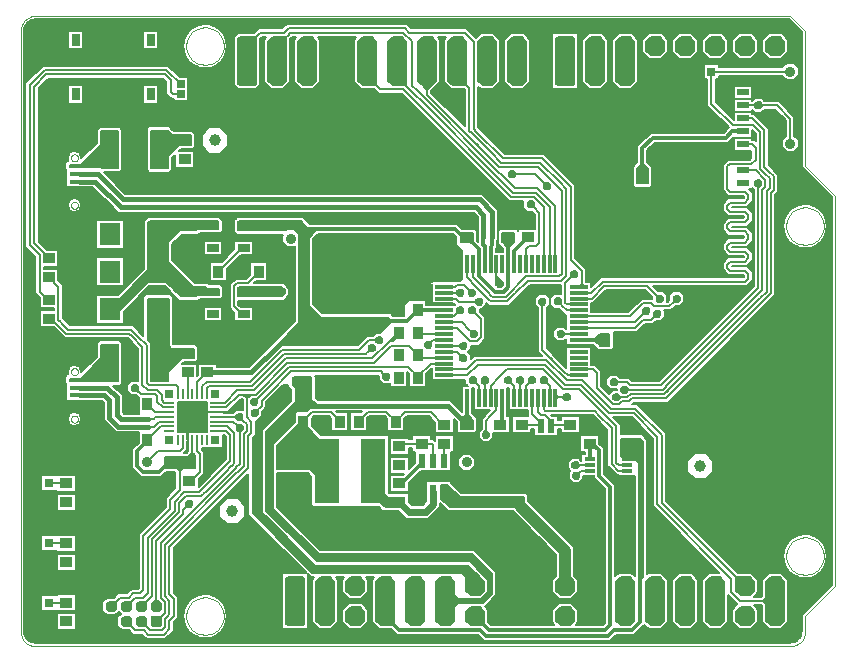
<source format=gbr>
G04 PROTEUS RS274X GERBER FILE*
%FSLAX45Y45*%
%MOMM*%
G01*
%ADD10C,0.190500*%
%ADD11C,0.200000*%
%ADD12C,0.400000*%
%ADD13C,0.300000*%
%ADD14C,0.600000*%
%ADD15C,1.000000*%
%ADD16C,0.900000*%
%ADD17C,0.500000*%
%ADD18C,0.609600*%
%ADD19R,1.700000X0.400000*%
%ADD70R,1.900000X1.900000*%
%ADD71R,1.500000X1.500000*%
%ADD20R,0.700000X1.000000*%
%ADD21R,0.800000X0.800000*%
%ADD22R,2.200000X1.650000*%
%ADD23R,1.050000X0.900000*%
%ADD24R,1.500000X3.200000*%
%AMPPAD017*
4,1,36,
0.323000,-0.450000,
-0.323000,-0.450000,
-0.348970,-0.447470,
-0.372980,-0.440200,
-0.394580,-0.428650,
-0.413290,-0.413290,
-0.428650,-0.394570,
-0.440200,-0.372980,
-0.447470,-0.348970,
-0.450000,-0.323000,
-0.450000,0.323000,
-0.447470,0.348970,
-0.440200,0.372980,
-0.428650,0.394570,
-0.413290,0.413290,
-0.394580,0.428650,
-0.372980,0.440200,
-0.348970,0.447470,
-0.323000,0.450000,
0.323000,0.450000,
0.348970,0.447470,
0.372980,0.440200,
0.394580,0.428650,
0.413290,0.413290,
0.428650,0.394570,
0.440200,0.372980,
0.447470,0.348970,
0.450000,0.323000,
0.450000,-0.323000,
0.447470,-0.348970,
0.440200,-0.372980,
0.428650,-0.394570,
0.413290,-0.413290,
0.394580,-0.428650,
0.372980,-0.440200,
0.348970,-0.447470,
0.323000,-0.450000,
0*%
%ADD25PPAD017*%
%ADD26C,0.900000*%
%AMPPAD019*
4,1,36,
-0.546000,0.800000,
0.546000,0.800000,
0.597930,0.794950,
0.645960,0.780400,
0.689150,0.757300,
0.726580,0.726580,
0.757300,0.689150,
0.780400,0.645960,
0.794950,0.597930,
0.800000,0.546000,
0.800000,-0.546000,
0.794950,-0.597930,
0.780400,-0.645960,
0.757300,-0.689150,
0.726580,-0.726580,
0.689150,-0.757300,
0.645960,-0.780400,
0.597930,-0.794950,
0.546000,-0.800000,
-0.546000,-0.800000,
-0.597930,-0.794950,
-0.645960,-0.780400,
-0.689150,-0.757300,
-0.726580,-0.726580,
-0.757300,-0.689150,
-0.780400,-0.645960,
-0.794950,-0.597930,
-0.800000,-0.546000,
-0.800000,0.546000,
-0.794950,0.597930,
-0.780400,0.645960,
-0.757300,0.689150,
-0.726580,0.726580,
-0.689150,0.757300,
-0.645960,0.780400,
-0.597930,0.794950,
-0.546000,0.800000,
0*%
%ADD27PPAD019*%
%ADD28C,1.600000*%
%ADD29R,2.390000X1.050000*%
%ADD72R,1.200000X1.050000*%
%ADD73R,1.080000X1.050000*%
%ADD30R,0.550000X2.910000*%
%ADD31R,1.000000X0.500000*%
%ADD32R,0.780000X0.720000*%
%AMPPAD027*
4,1,36,
-0.425000,-0.023800,
-0.425000,0.023800,
-0.423480,0.039380,
-0.419120,0.053790,
-0.412190,0.066740,
-0.402970,0.077970,
-0.391750,0.087190,
-0.378790,0.094120,
-0.364380,0.098480,
-0.348800,0.100000,
0.348800,0.100000,
0.364380,0.098480,
0.378790,0.094120,
0.391750,0.087190,
0.402970,0.077970,
0.412190,0.066740,
0.419120,0.053790,
0.423480,0.039380,
0.425000,0.023800,
0.425000,-0.023800,
0.423480,-0.039380,
0.419120,-0.053790,
0.412190,-0.066740,
0.402970,-0.077970,
0.391750,-0.087190,
0.378790,-0.094120,
0.364380,-0.098480,
0.348800,-0.100000,
-0.348800,-0.100000,
-0.364380,-0.098480,
-0.378790,-0.094120,
-0.391750,-0.087190,
-0.402970,-0.077970,
-0.412190,-0.066740,
-0.419120,-0.053790,
-0.423480,-0.039380,
-0.425000,-0.023800,
0*%
%ADD33PPAD027*%
%AMPPAD028*
4,1,36,
0.023800,-0.425000,
-0.023800,-0.425000,
-0.039380,-0.423480,
-0.053790,-0.419120,
-0.066740,-0.412190,
-0.077970,-0.402970,
-0.087190,-0.391750,
-0.094120,-0.378790,
-0.098480,-0.364380,
-0.100000,-0.348800,
-0.100000,0.348800,
-0.098480,0.364380,
-0.094120,0.378790,
-0.087190,0.391750,
-0.077970,0.402970,
-0.066740,0.412190,
-0.053790,0.419120,
-0.039380,0.423480,
-0.023800,0.425000,
0.023800,0.425000,
0.039380,0.423480,
0.053790,0.419120,
0.066740,0.412190,
0.077970,0.402970,
0.087190,0.391750,
0.094120,0.378790,
0.098480,0.364380,
0.100000,0.348800,
0.100000,-0.348800,
0.098480,-0.364380,
0.094120,-0.378790,
0.087190,-0.391750,
0.077970,-0.402970,
0.066740,-0.412190,
0.053790,-0.419120,
0.039380,-0.423480,
0.023800,-0.425000,
0*%
%ADD34PPAD028*%
%AMPPAD029*
4,1,36,
0.746000,-1.000000,
-0.746000,-1.000000,
-0.797930,-0.994950,
-0.845960,-0.980400,
-0.889150,-0.957300,
-0.926580,-0.926580,
-0.957300,-0.889150,
-0.980400,-0.845960,
-0.994950,-0.797930,
-1.000000,-0.746000,
-1.000000,0.746000,
-0.994950,0.797930,
-0.980400,0.845960,
-0.957300,0.889150,
-0.926580,0.926580,
-0.889150,0.957300,
-0.845960,0.980400,
-0.797930,0.994950,
-0.746000,1.000000,
0.746000,1.000000,
0.797930,0.994950,
0.845960,0.980400,
0.889150,0.957300,
0.926580,0.926580,
0.957300,0.889150,
0.980400,0.845960,
0.994950,0.797930,
1.000000,0.746000,
1.000000,-0.746000,
0.994950,-0.797930,
0.980400,-0.845960,
0.957300,-0.889150,
0.926580,-0.926580,
0.889150,-0.957300,
0.845960,-0.980400,
0.797930,-0.994950,
0.746000,-1.000000,
0*%
%ADD35PPAD029*%
%ADD36R,0.780000X0.780000*%
%ADD37R,1.500000X0.300000*%
%ADD38R,0.300000X1.500000*%
%ADD39R,0.650000X0.650000*%
%ADD40R,1.000000X0.660000*%
%ADD41R,0.600000X1.200000*%
%ADD42R,0.850000X0.300000*%
%ADD43R,0.900000X1.050000*%
%ADD44R,1.800000X1.900000*%
%ADD45R,1.397000X0.889000*%
%ADD46R,2.150000X5.500000*%
%ADD47R,2.286000X2.032000*%
%ADD48C,0.889000*%
%ADD49C,1.000000*%
%ADD50C,0.025400*%
G36*
X+6613525Y+5195165D02*
X+6613525Y+4052165D01*
X+6867525Y+3798165D01*
X+6867525Y+519835D01*
X+6613525Y+265835D01*
X+6613525Y+128380D01*
X+6611406Y+106608D01*
X+6605773Y+88004D01*
X+6596883Y+71382D01*
X+6585086Y+57013D01*
X+6570720Y+45218D01*
X+6554093Y+36326D01*
X+6535491Y+30694D01*
X+6513720Y+28575D01*
X+128380Y+28575D01*
X+106608Y+30694D01*
X+88002Y+36327D01*
X+71384Y+45215D01*
X+57014Y+57013D01*
X+45217Y+71382D01*
X+36327Y+88004D01*
X+30694Y+106608D01*
X+28575Y+128380D01*
X+28575Y+5205620D01*
X+30694Y+5227391D01*
X+36327Y+5245995D01*
X+45217Y+5262618D01*
X+57014Y+5276986D01*
X+71382Y+5288783D01*
X+88004Y+5297673D01*
X+106608Y+5303306D01*
X+128380Y+5305425D01*
X+6503265Y+5305425D01*
X+6613525Y+5195165D01*
G37*
%LPC*%
G36*
X+6674849Y+945349D02*
X+6689616Y+943450D01*
X+6693082Y+942032D01*
X+6735553Y+924654D01*
X+6738642Y+922256D01*
X+6776794Y+892626D01*
X+6810452Y+845324D01*
X+6811740Y+839896D01*
X+6830218Y+762000D01*
X+6810452Y+678676D01*
X+6807219Y+674132D01*
X+6776794Y+631374D01*
X+6735553Y+599346D01*
X+6727975Y+596245D01*
X+6689616Y+580550D01*
X+6642100Y+574440D01*
X+6594584Y+580550D01*
X+6591118Y+581968D01*
X+6548647Y+599346D01*
X+6545558Y+601744D01*
X+6507406Y+631374D01*
X+6473748Y+678676D01*
X+6472460Y+684104D01*
X+6453982Y+762000D01*
X+6473748Y+845324D01*
X+6476981Y+849868D01*
X+6507406Y+892626D01*
X+6548647Y+924654D01*
X+6556225Y+927755D01*
X+6594584Y+943450D01*
X+6642100Y+949560D01*
X+6674849Y+945349D01*
G37*
G36*
X+6674849Y+3739349D02*
X+6689616Y+3737450D01*
X+6693082Y+3736032D01*
X+6735553Y+3718654D01*
X+6738642Y+3716256D01*
X+6776794Y+3686626D01*
X+6810452Y+3639324D01*
X+6811740Y+3633896D01*
X+6830218Y+3556000D01*
X+6810452Y+3472676D01*
X+6807219Y+3468132D01*
X+6776794Y+3425374D01*
X+6735553Y+3393346D01*
X+6727975Y+3390245D01*
X+6689616Y+3374550D01*
X+6642100Y+3368440D01*
X+6594584Y+3374550D01*
X+6591118Y+3375968D01*
X+6548647Y+3393346D01*
X+6545558Y+3395744D01*
X+6507406Y+3425374D01*
X+6473748Y+3472676D01*
X+6472460Y+3478104D01*
X+6453982Y+3556000D01*
X+6473748Y+3639324D01*
X+6476981Y+3643868D01*
X+6507406Y+3686626D01*
X+6548647Y+3718654D01*
X+6556225Y+3721755D01*
X+6594584Y+3737450D01*
X+6642100Y+3743560D01*
X+6674849Y+3739349D01*
G37*
G36*
X+1594849Y+5263349D02*
X+1609616Y+5261450D01*
X+1613082Y+5260032D01*
X+1655553Y+5242654D01*
X+1658642Y+5240256D01*
X+1696794Y+5210626D01*
X+1730452Y+5163324D01*
X+1731740Y+5157896D01*
X+1750218Y+5080000D01*
X+1730452Y+4996676D01*
X+1727219Y+4992132D01*
X+1696794Y+4949374D01*
X+1655553Y+4917346D01*
X+1647975Y+4914245D01*
X+1609616Y+4898550D01*
X+1562100Y+4892440D01*
X+1514584Y+4898550D01*
X+1511118Y+4899968D01*
X+1468647Y+4917346D01*
X+1465558Y+4919744D01*
X+1427406Y+4949374D01*
X+1393748Y+4996676D01*
X+1392460Y+5002104D01*
X+1373982Y+5080000D01*
X+1393748Y+5163324D01*
X+1396981Y+5167868D01*
X+1427406Y+5210626D01*
X+1468647Y+5242654D01*
X+1476225Y+5245755D01*
X+1514584Y+5261450D01*
X+1562100Y+5267560D01*
X+1594849Y+5263349D01*
G37*
G36*
X+1594849Y+437349D02*
X+1609616Y+435450D01*
X+1613082Y+434032D01*
X+1655553Y+416654D01*
X+1658642Y+414256D01*
X+1696794Y+384626D01*
X+1730452Y+337324D01*
X+1731740Y+331896D01*
X+1750218Y+254000D01*
X+1730452Y+170676D01*
X+1727219Y+166132D01*
X+1696794Y+123374D01*
X+1655553Y+91346D01*
X+1647975Y+88245D01*
X+1609616Y+72550D01*
X+1562100Y+66440D01*
X+1514584Y+72550D01*
X+1511118Y+73968D01*
X+1468647Y+91346D01*
X+1465558Y+93744D01*
X+1427406Y+123374D01*
X+1393748Y+170676D01*
X+1392460Y+176104D01*
X+1373982Y+254000D01*
X+1393748Y+337324D01*
X+1396981Y+341868D01*
X+1427406Y+384626D01*
X+1468647Y+416654D01*
X+1476225Y+419755D01*
X+1514584Y+435450D01*
X+1562100Y+441560D01*
X+1594849Y+437349D01*
G37*
G36*
X+3281359Y+5256707D02*
X+3308274Y+5229792D01*
X+3775792Y+5229792D01*
X+3854450Y+5151134D01*
X+3896345Y+5193029D01*
X+4003055Y+5193029D01*
X+4062729Y+5133355D01*
X+4062729Y+4772645D01*
X+4003055Y+4712971D01*
X+3896345Y+4712971D01*
X+3873591Y+4735725D01*
X+3873591Y+4392829D01*
X+4099609Y+4166811D01*
X+4429648Y+4166811D01*
X+4695038Y+3901421D01*
X+4695038Y+3886165D01*
X+4695029Y+3283014D01*
X+4786905Y+3191138D01*
X+4786905Y+3084704D01*
X+4826704Y+3084704D01*
X+4826704Y+3037288D01*
X+4912345Y+3122929D01*
X+6122133Y+3122929D01*
X+6125959Y+3126755D01*
X+6125959Y+3134345D01*
X+6118848Y+3141456D01*
X+5991848Y+3141456D01*
X+5944874Y+3188430D01*
X+5944874Y+3244340D01*
X+5991848Y+3291314D01*
X+6118848Y+3291314D01*
X+6124961Y+3297427D01*
X+6118847Y+3303541D01*
X+5991847Y+3303541D01*
X+5944873Y+3350515D01*
X+5944873Y+3406425D01*
X+5991847Y+3453399D01*
X+6118847Y+3453399D01*
X+6125957Y+3460509D01*
X+6125957Y+3467880D01*
X+6118846Y+3474991D01*
X+5991846Y+3474991D01*
X+5944872Y+3521965D01*
X+5944872Y+3577875D01*
X+5991846Y+3624849D01*
X+6118846Y+3624849D01*
X+6125956Y+3631959D01*
X+6125956Y+3632710D01*
X+6118845Y+3639821D01*
X+5991845Y+3639821D01*
X+5944871Y+3686795D01*
X+5944871Y+3742705D01*
X+5991845Y+3789679D01*
X+6118845Y+3789679D01*
X+6125956Y+3796790D01*
X+6125956Y+3804159D01*
X+6118844Y+3811271D01*
X+5991845Y+3811271D01*
X+5944871Y+3858245D01*
X+5944871Y+4077055D01*
X+5987445Y+4119629D01*
X+6173445Y+4119629D01*
X+6188121Y+4134305D01*
X+6188121Y+4195796D01*
X+6039696Y+4195796D01*
X+6039696Y+4300404D01*
X+6194304Y+4300404D01*
X+6194304Y+4284928D01*
X+6212304Y+4284928D01*
X+6224900Y+4272332D01*
X+6224900Y+4335566D01*
X+6194304Y+4366162D01*
X+6194304Y+4305796D01*
X+6039696Y+4305796D01*
X+6039696Y+4313970D01*
X+5988722Y+4262996D01*
X+5370850Y+4262996D01*
X+5306454Y+4198600D01*
X+5306454Y+4099180D01*
X+5345429Y+4060205D01*
X+5345429Y+3902695D01*
X+5343954Y+3901220D01*
X+5343954Y+3890096D01*
X+5332830Y+3890096D01*
X+5323855Y+3881121D01*
X+5204445Y+3881121D01*
X+5195470Y+3890096D01*
X+5184346Y+3890096D01*
X+5184346Y+3901220D01*
X+5182871Y+3902695D01*
X+5182871Y+4060205D01*
X+5221846Y+4099180D01*
X+5221846Y+4233644D01*
X+5335806Y+4347604D01*
X+5953678Y+4347604D01*
X+5997545Y+4391471D01*
X+5812171Y+4576845D01*
X+5812171Y+4800796D01*
X+5782696Y+4800796D01*
X+5782696Y+4927404D01*
X+5915304Y+4927404D01*
X+5915304Y+4900929D01*
X+6451104Y+4900929D01*
X+6486029Y+4935854D01*
X+6545471Y+4935854D01*
X+6587504Y+4893821D01*
X+6587504Y+4834379D01*
X+6545471Y+4792346D01*
X+6486029Y+4792346D01*
X+6451104Y+4827271D01*
X+5915304Y+4827271D01*
X+5915304Y+4800796D01*
X+5885829Y+4800796D01*
X+5885829Y+4607355D01*
X+6039696Y+4453488D01*
X+6039696Y+4520404D01*
X+6194304Y+4520404D01*
X+6194304Y+4504929D01*
X+6211731Y+4504929D01*
X+6335308Y+4381352D01*
X+6335308Y+4072650D01*
X+6416538Y+3991420D01*
X+6416538Y+3844090D01*
X+6391152Y+3818704D01*
X+6391152Y+2970868D01*
X+5481630Y+2061346D01*
X+5195592Y+2061346D01*
X+5180356Y+2046110D01*
X+5220738Y+2046110D01*
X+5464733Y+1802115D01*
X+5464733Y+1229451D01*
X+6073155Y+621029D01*
X+6187455Y+621029D01*
X+6247129Y+561355D01*
X+6247129Y+454645D01*
X+6210313Y+417829D01*
X+6271245Y+417829D01*
X+6275071Y+421655D01*
X+6275071Y+561355D01*
X+6334745Y+621029D01*
X+6441455Y+621029D01*
X+6501129Y+561355D01*
X+6501129Y+200645D01*
X+6441455Y+140971D01*
X+6334745Y+140971D01*
X+6275071Y+200645D01*
X+6275071Y+340345D01*
X+6271245Y+344171D01*
X+6210313Y+344171D01*
X+6247129Y+307355D01*
X+6247129Y+200645D01*
X+6187455Y+140971D01*
X+6080745Y+140971D01*
X+6021071Y+200645D01*
X+6021071Y+307355D01*
X+6068702Y+354986D01*
X+5993129Y+430559D01*
X+5993129Y+200645D01*
X+5933455Y+140971D01*
X+5826745Y+140971D01*
X+5767071Y+200645D01*
X+5767071Y+561355D01*
X+5826745Y+621029D01*
X+5916953Y+621029D01*
X+5354321Y+1183661D01*
X+5354321Y+1756395D01*
X+5175015Y+1935701D01*
X+5020029Y+1935701D01*
X+5080016Y+1875714D01*
X+5080016Y+1791546D01*
X+5259368Y+1791546D01*
X+5306342Y+1744572D01*
X+5306342Y+608626D01*
X+5318745Y+621029D01*
X+5425455Y+621029D01*
X+5485129Y+561355D01*
X+5485129Y+200645D01*
X+5425455Y+140971D01*
X+5318745Y+140971D01*
X+5280721Y+178995D01*
X+5192772Y+91046D01*
X+5040372Y+91046D01*
X+4989572Y+40246D01*
X+3925828Y+40246D01*
X+3875027Y+91047D01*
X+3189227Y+91047D01*
X+3139303Y+140971D01*
X+3032745Y+140971D01*
X+2973071Y+200645D01*
X+2973071Y+561355D01*
X+2995847Y+584131D01*
X+2922353Y+584131D01*
X+2945129Y+561355D01*
X+2945129Y+454645D01*
X+2885455Y+394971D01*
X+2778745Y+394971D01*
X+2719071Y+454645D01*
X+2719071Y+561355D01*
X+2741847Y+584131D01*
X+2668353Y+584131D01*
X+2691129Y+561355D01*
X+2691129Y+200645D01*
X+2631455Y+140971D01*
X+2524745Y+140971D01*
X+2465071Y+200645D01*
X+2465071Y+561355D01*
X+2487847Y+584131D01*
X+2455185Y+584131D01*
X+2431404Y+607912D01*
X+2431404Y+592480D01*
X+2437129Y+586755D01*
X+2437129Y+175245D01*
X+2431404Y+169520D01*
X+2431404Y+146696D01*
X+2408580Y+146696D01*
X+2402855Y+140971D01*
X+2245345Y+140971D01*
X+2239620Y+146696D01*
X+2216796Y+146696D01*
X+2216796Y+169520D01*
X+2211071Y+175245D01*
X+2211071Y+586755D01*
X+2216796Y+592480D01*
X+2216796Y+615304D01*
X+2239620Y+615304D01*
X+2245345Y+621029D01*
X+2402855Y+621029D01*
X+2408580Y+615304D01*
X+2424012Y+615304D01*
X+1927691Y+1111625D01*
X+1927691Y+1458053D01*
X+1296462Y+826825D01*
X+1296462Y+453230D01*
X+1334574Y+415118D01*
X+1334574Y+237420D01*
X+1297835Y+200681D01*
X+1297835Y+130707D01*
X+1226918Y+59790D01*
X+1066708Y+59790D01*
X+1029957Y+96541D01*
X+954925Y+96541D01*
X+918195Y+133271D01*
X+861045Y+133271D01*
X+820421Y+173895D01*
X+820421Y+242505D01*
X+849616Y+271700D01*
X+831850Y+289466D01*
X+802655Y+260271D01*
X+734045Y+260271D01*
X+693421Y+300895D01*
X+693421Y+369505D01*
X+734045Y+410129D01*
X+791195Y+410129D01*
X+827978Y+446912D01*
X+902930Y+446912D01*
X+939647Y+483629D01*
X+995637Y+483629D01*
X+1002263Y+490255D01*
X+1002263Y+948688D01*
X+1229041Y+1175466D01*
X+1229041Y+1255725D01*
X+1309371Y+1336055D01*
X+1309371Y+1470645D01*
X+1305545Y+1474471D01*
X+1233447Y+1474471D01*
X+1191922Y+1432946D01*
X+1023527Y+1432946D01*
X+947946Y+1508527D01*
X+947946Y+1670572D01*
X+1000496Y+1723122D01*
X+1000496Y+1809846D01*
X+809308Y+1809846D01*
X+705396Y+1913758D01*
X+705396Y+2059808D01*
X+690308Y+2074896D01*
X+388996Y+2074896D01*
X+388996Y+2217460D01*
X+380651Y+2225805D01*
X+380651Y+2278979D01*
X+388996Y+2287324D01*
X+388996Y+2299504D01*
X+401176Y+2299504D01*
X+402225Y+2300553D01*
X+405299Y+2300553D01*
X+397725Y+2315288D01*
X+397725Y+2329112D01*
X+418840Y+2370188D01*
X+456300Y+2382210D01*
X+493760Y+2370188D01*
X+514875Y+2329112D01*
X+514875Y+2317859D01*
X+647351Y+2450335D01*
X+647351Y+2566195D01*
X+652996Y+2571840D01*
X+652996Y+2583304D01*
X+664460Y+2583304D01*
X+668925Y+2587769D01*
X+839135Y+2587769D01*
X+843600Y+2583304D01*
X+857604Y+2583304D01*
X+857604Y+2569300D01*
X+860709Y+2566195D01*
X+860709Y+2225805D01*
X+857604Y+2222700D01*
X+857604Y+2208696D01*
X+843600Y+2208696D01*
X+839135Y+2204231D01*
X+783666Y+2204231D01*
X+863504Y+2124393D01*
X+863504Y+1978342D01*
X+873892Y+1967954D01*
X+1000496Y+1967954D01*
X+1000496Y+2097020D01*
X+975345Y+2122171D01*
X+937245Y+2122171D01*
X+902971Y+2156445D01*
X+902971Y+2212355D01*
X+937245Y+2246629D01*
X+993155Y+2246629D01*
X+995062Y+2244722D01*
X+995062Y+2516904D01*
X+905950Y+2606016D01*
X+372550Y+2606016D01*
X+279670Y+2698896D01*
X+161496Y+2698896D01*
X+161496Y+2843504D01*
X+284222Y+2843504D01*
X+284222Y+2858896D01*
X+161496Y+2858896D01*
X+161496Y+2948720D01*
X+124718Y+2985498D01*
X+124718Y+3296363D01*
X+42020Y+3379061D01*
X+42020Y+4767703D01*
X+187946Y+4913629D01*
X+1249555Y+4913629D01*
X+1347580Y+4815604D01*
X+1415104Y+4815604D01*
X+1415104Y+4610996D01*
X+1295496Y+4610996D01*
X+1295496Y+4633971D01*
X+1276595Y+4633971D01*
X+1233171Y+4677395D01*
X+1233171Y+4773868D01*
X+1203824Y+4803215D01*
X+233678Y+4803215D01*
X+152435Y+4721972D01*
X+152435Y+3424849D01*
X+221080Y+3356204D01*
X+321104Y+3356204D01*
X+321104Y+3211596D01*
X+198376Y+3211596D01*
X+198376Y+3196204D01*
X+321104Y+3196204D01*
X+321104Y+3096180D01*
X+357880Y+3059404D01*
X+357880Y+2776860D01*
X+418314Y+2716426D01*
X+863415Y+2716426D01*
X+863419Y+2716430D01*
X+951724Y+2716430D01*
X+1039571Y+2628583D01*
X+1039571Y+2957355D01*
X+1047996Y+2965780D01*
X+1047996Y+2975504D01*
X+1057720Y+2975504D01*
X+1061145Y+2978929D01*
X+1269455Y+2978929D01*
X+1272880Y+2975504D01*
X+1282604Y+2975504D01*
X+1282604Y+2965780D01*
X+1291029Y+2957355D01*
X+1291029Y+2554605D01*
X+1292155Y+2553479D01*
X+1481755Y+2553479D01*
X+1484380Y+2550854D01*
X+1495504Y+2550854D01*
X+1495504Y+2539730D01*
X+1503329Y+2531905D01*
X+1503329Y+2425195D01*
X+1495504Y+2417370D01*
X+1495504Y+2406246D01*
X+1484380Y+2406246D01*
X+1481755Y+2403621D01*
X+1380155Y+2403621D01*
X+1367388Y+2390854D01*
X+1495504Y+2390854D01*
X+1495504Y+2286008D01*
X+1500996Y+2291500D01*
X+1500996Y+2390854D01*
X+1660604Y+2390854D01*
X+1660604Y+2365854D01*
X+1934806Y+2365854D01*
X+2164633Y+2595681D01*
X+2164635Y+2595681D01*
X+2324087Y+2755133D01*
X+2324087Y+3383962D01*
X+2318971Y+3378846D01*
X+2259529Y+3378846D01*
X+2217496Y+3420879D01*
X+2217496Y+3480321D01*
X+2220296Y+3483121D01*
X+1835495Y+3483121D01*
X+1820870Y+3497746D01*
X+1811546Y+3497746D01*
X+1811546Y+3507070D01*
X+1807571Y+3511045D01*
X+1807571Y+3605055D01*
X+1811546Y+3609030D01*
X+1811546Y+3618354D01*
X+1820870Y+3618354D01*
X+1835495Y+3632979D01*
X+2388155Y+3632979D01*
X+2449330Y+3571804D01*
X+3696571Y+3571804D01*
X+3733796Y+3534579D01*
X+3845455Y+3534579D01*
X+3848080Y+3531954D01*
X+3859204Y+3531954D01*
X+3859204Y+3520830D01*
X+3867029Y+3513005D01*
X+3867029Y+3431847D01*
X+3874396Y+3424480D01*
X+3874396Y+3435056D01*
X+3869396Y+3440056D01*
X+3869396Y+3632958D01*
X+3836008Y+3666346D01*
X+827058Y+3666346D01*
X+607808Y+3885596D01*
X+388996Y+3885596D01*
X+388996Y+4028480D01*
X+380651Y+4036825D01*
X+380651Y+4089628D01*
X+388996Y+4097973D01*
X+388996Y+4110204D01*
X+401227Y+4110204D01*
X+402225Y+4111202D01*
X+405326Y+4111202D01*
X+397725Y+4125988D01*
X+397725Y+4139812D01*
X+418840Y+4180888D01*
X+456300Y+4192910D01*
X+493760Y+4180888D01*
X+514875Y+4139812D01*
X+514875Y+4128559D01*
X+647351Y+4261035D01*
X+647351Y+4372135D01*
X+652996Y+4377780D01*
X+652996Y+4391464D01*
X+666680Y+4391464D01*
X+668925Y+4393709D01*
X+841675Y+4393709D01*
X+843920Y+4391464D01*
X+857604Y+4391464D01*
X+857604Y+4377780D01*
X+863249Y+4372135D01*
X+863249Y+4036825D01*
X+857604Y+4031180D01*
X+857604Y+4016856D01*
X+843280Y+4016856D01*
X+841675Y+4015251D01*
X+703845Y+4015251D01*
X+888292Y+3830804D01*
X+3906942Y+3830804D01*
X+4039404Y+3698342D01*
X+4039404Y+3440056D01*
X+4034404Y+3435056D01*
X+4034404Y+3377828D01*
X+4021704Y+3365128D01*
X+4021704Y+3339704D01*
X+4087096Y+3339704D01*
X+4087096Y+3360970D01*
X+4060720Y+3387346D01*
X+4049596Y+3387346D01*
X+4049596Y+3398470D01*
X+4041771Y+3406295D01*
X+4041771Y+3513005D01*
X+4049596Y+3520830D01*
X+4049596Y+3531954D01*
X+4060720Y+3531954D01*
X+4063345Y+3534579D01*
X+4195455Y+3534579D01*
X+4198080Y+3531954D01*
X+4209204Y+3531954D01*
X+4209204Y+3520830D01*
X+4214696Y+3515338D01*
X+4214696Y+3531954D01*
X+4355799Y+3531954D01*
X+4355799Y+3650267D01*
X+4328145Y+3677921D01*
X+4290045Y+3677921D01*
X+4255771Y+3712195D01*
X+4255771Y+3765458D01*
X+4136856Y+3765459D01*
X+3226093Y+4676222D01*
X+3031394Y+4676222D01*
X+2994645Y+4712971D01*
X+2880345Y+4712971D01*
X+2820671Y+4772645D01*
X+2820671Y+5133355D01*
X+2844353Y+5157037D01*
X+2515047Y+5157037D01*
X+2538729Y+5133355D01*
X+2538729Y+4837446D01*
X+2538744Y+4837431D01*
X+2538744Y+4806921D01*
X+2538729Y+4806906D01*
X+2538729Y+4772645D01*
X+2479055Y+4712971D01*
X+2372345Y+4712971D01*
X+2312671Y+4772645D01*
X+2312671Y+5133355D01*
X+2336353Y+5157037D01*
X+2300821Y+5157037D01*
X+2284729Y+5140945D01*
X+2284729Y+4772645D01*
X+2225055Y+4712971D01*
X+2118345Y+4712971D01*
X+2058671Y+4772645D01*
X+2058671Y+5133355D01*
X+2081455Y+5156139D01*
X+2045923Y+5156139D01*
X+2030729Y+5140945D01*
X+2030729Y+4747245D01*
X+2025004Y+4741520D01*
X+2025004Y+4718696D01*
X+2002180Y+4718696D01*
X+1996455Y+4712971D01*
X+1838945Y+4712971D01*
X+1833220Y+4718696D01*
X+1810396Y+4718696D01*
X+1810396Y+4741520D01*
X+1804671Y+4747245D01*
X+1804671Y+5158755D01*
X+1810396Y+5164480D01*
X+1810396Y+5187304D01*
X+1833220Y+5187304D01*
X+1838945Y+5193029D01*
X+1978645Y+5193029D01*
X+2015413Y+5229797D01*
X+2217374Y+5229797D01*
X+2255071Y+5267494D01*
X+3270572Y+5267494D01*
X+3281359Y+5256707D01*
G37*
G36*
X+482490Y+1973805D02*
X+493760Y+1970188D01*
X+514875Y+1929112D01*
X+514875Y+1915288D01*
X+493760Y+1874212D01*
X+456300Y+1862190D01*
X+418840Y+1874212D01*
X+397725Y+1915288D01*
X+397725Y+1929112D01*
X+418840Y+1970188D01*
X+456300Y+1982210D01*
X+482490Y+1973805D01*
G37*
G36*
X+482490Y+3784505D02*
X+493760Y+3780888D01*
X+514875Y+3739812D01*
X+514875Y+3725988D01*
X+493760Y+3684912D01*
X+456300Y+3672890D01*
X+418840Y+3684912D01*
X+397725Y+3725988D01*
X+397725Y+3739812D01*
X+418840Y+3780888D01*
X+456300Y+3792910D01*
X+482490Y+3784505D01*
G37*
G36*
X+1267670Y+4391464D02*
X+1277604Y+4391464D01*
X+1277604Y+4381530D01*
X+1297955Y+4361179D01*
X+1456705Y+4361179D01*
X+1463630Y+4354254D01*
X+1470104Y+4354254D01*
X+1470104Y+4347780D01*
X+1478279Y+4339605D01*
X+1478279Y+4226545D01*
X+1470104Y+4218370D01*
X+1470104Y+4209646D01*
X+1461380Y+4209646D01*
X+1456705Y+4204971D01*
X+1355105Y+4204971D01*
X+1344388Y+4194254D01*
X+1470104Y+4194254D01*
X+1470104Y+4049646D01*
X+1310496Y+4049646D01*
X+1310496Y+4160362D01*
X+1281429Y+4131295D01*
X+1281429Y+4029695D01*
X+1277604Y+4025870D01*
X+1277604Y+4016856D01*
X+1268590Y+4016856D01*
X+1259855Y+4008121D01*
X+1089645Y+4008121D01*
X+1080910Y+4016856D01*
X+1072996Y+4016856D01*
X+1072996Y+4024770D01*
X+1068071Y+4029695D01*
X+1068071Y+4377705D01*
X+1072996Y+4382630D01*
X+1072996Y+4391464D01*
X+1081830Y+4391464D01*
X+1089645Y+4399279D01*
X+1259855Y+4399279D01*
X+1267670Y+4391464D01*
G37*
G36*
X+1688555Y+3626629D02*
X+1696830Y+3618354D01*
X+1706154Y+3618354D01*
X+1706154Y+3609030D01*
X+1710129Y+3605055D01*
X+1710129Y+3517395D01*
X+1706154Y+3513420D01*
X+1706154Y+3497746D01*
X+1690480Y+3497746D01*
X+1688555Y+3495821D01*
X+1516454Y+3495821D01*
X+1516454Y+3486296D01*
X+1501230Y+3486296D01*
X+1498055Y+3483121D01*
X+1364705Y+3483121D01*
X+1284679Y+3403095D01*
X+1284679Y+3268505D01*
X+1479005Y+3074179D01*
X+1580605Y+3074179D01*
X+1593305Y+3061479D01*
X+1694905Y+3061479D01*
X+1696830Y+3059554D01*
X+1706154Y+3059554D01*
X+1706154Y+3050230D01*
X+1716479Y+3039905D01*
X+1716479Y+2958595D01*
X+1706154Y+2948270D01*
X+1706154Y+2938946D01*
X+1696830Y+2938946D01*
X+1694905Y+2937021D01*
X+1516454Y+2937021D01*
X+1516454Y+2927496D01*
X+1501230Y+2927496D01*
X+1498055Y+2924321D01*
X+1340545Y+2924321D01*
X+1337370Y+2927496D01*
X+1322146Y+2927496D01*
X+1322146Y+2942720D01*
X+1219895Y+3044971D01*
X+1091655Y+3044971D01*
X+872604Y+2825920D01*
X+872604Y+2730896D01*
X+637996Y+2730896D01*
X+637996Y+2975504D01*
X+825520Y+2975504D01*
X+1045921Y+3195905D01*
X+1045921Y+3598705D01*
X+1047996Y+3600780D01*
X+1047996Y+3610504D01*
X+1057720Y+3610504D01*
X+1080195Y+3632979D01*
X+1682205Y+3632979D01*
X+1688555Y+3626629D01*
G37*
G36*
X+5690242Y+610242D02*
X+5739129Y+561355D01*
X+5739129Y+200645D01*
X+5679455Y+140971D01*
X+5572745Y+140971D01*
X+5513071Y+200645D01*
X+5513071Y+561355D01*
X+5572745Y+621029D01*
X+5679455Y+621029D01*
X+5690242Y+610242D01*
G37*
G36*
X+4267842Y+5182242D02*
X+4316729Y+5133355D01*
X+4316729Y+4772645D01*
X+4257055Y+4712971D01*
X+4150345Y+4712971D01*
X+4090671Y+4772645D01*
X+4090671Y+5133355D01*
X+4150345Y+5193029D01*
X+4257055Y+5193029D01*
X+4267842Y+5182242D01*
G37*
G36*
X+4694580Y+5187304D02*
X+4717404Y+5187304D01*
X+4717404Y+5164480D01*
X+4723129Y+5158755D01*
X+4723129Y+4747245D01*
X+4717404Y+4741520D01*
X+4717404Y+4718696D01*
X+4694580Y+4718696D01*
X+4688855Y+4712971D01*
X+4531345Y+4712971D01*
X+4525620Y+4718696D01*
X+4502796Y+4718696D01*
X+4502796Y+4741520D01*
X+4497071Y+4747245D01*
X+4497071Y+5158755D01*
X+4502796Y+5164480D01*
X+4502796Y+5187304D01*
X+4525620Y+5187304D01*
X+4531345Y+5193029D01*
X+4688855Y+5193029D01*
X+4694580Y+5187304D01*
G37*
G36*
X+4928242Y+5182242D02*
X+4977129Y+5133355D01*
X+4977129Y+4772645D01*
X+4917455Y+4712971D01*
X+4810745Y+4712971D01*
X+4751071Y+4772645D01*
X+4751071Y+5133355D01*
X+4810745Y+5193029D01*
X+4917455Y+5193029D01*
X+4928242Y+5182242D01*
G37*
G36*
X+5182242Y+5182242D02*
X+5231129Y+5133355D01*
X+5231129Y+4772645D01*
X+5171455Y+4712971D01*
X+5064745Y+4712971D01*
X+5005071Y+4772645D01*
X+5005071Y+5133355D01*
X+5064745Y+5193029D01*
X+5171455Y+5193029D01*
X+5182242Y+5182242D01*
G37*
G36*
X+497355Y+2066725D02*
X+505245Y+2066725D01*
X+510825Y+2061145D01*
X+510825Y+2053255D01*
X+505245Y+2047675D01*
X+497355Y+2047675D01*
X+491775Y+2053255D01*
X+491775Y+2061145D01*
X+497355Y+2066725D01*
G37*
G36*
X+497355Y+2001725D02*
X+505245Y+2001725D01*
X+510825Y+1996145D01*
X+510825Y+1988255D01*
X+505245Y+1982675D01*
X+497355Y+1982675D01*
X+491775Y+1988255D01*
X+491775Y+1996145D01*
X+497355Y+2001725D01*
G37*
G36*
X+266065Y+1737458D02*
X+266065Y+1716942D01*
X+251558Y+1702435D01*
X+231042Y+1702435D01*
X+216535Y+1716942D01*
X+216535Y+1737458D01*
X+231042Y+1751965D01*
X+251558Y+1751965D01*
X+266065Y+1737458D01*
G37*
G36*
X+511065Y+1797458D02*
X+511065Y+1776942D01*
X+496558Y+1762435D01*
X+476042Y+1762435D01*
X+461535Y+1776942D01*
X+461535Y+1797458D01*
X+476042Y+1811965D01*
X+496558Y+1811965D01*
X+511065Y+1797458D01*
G37*
G36*
X+511065Y+2467458D02*
X+511065Y+2446942D01*
X+496558Y+2432435D01*
X+476042Y+2432435D01*
X+461535Y+2446942D01*
X+461535Y+2467458D01*
X+476042Y+2481965D01*
X+496558Y+2481965D01*
X+511065Y+2467458D01*
G37*
G36*
X+266065Y+2527458D02*
X+266065Y+2506942D01*
X+251558Y+2492435D01*
X+231042Y+2492435D01*
X+216535Y+2506942D01*
X+216535Y+2527458D01*
X+231042Y+2541965D01*
X+251558Y+2541965D01*
X+266065Y+2527458D01*
G37*
G36*
X+528604Y+4593496D02*
X+403996Y+4593496D01*
X+403996Y+4748104D01*
X+528604Y+4748104D01*
X+528604Y+4593496D01*
G37*
G36*
X+528604Y+5053496D02*
X+403996Y+5053496D01*
X+403996Y+5208104D01*
X+528604Y+5208104D01*
X+528604Y+5053496D01*
G37*
G36*
X+266065Y+5141058D02*
X+266065Y+5120542D01*
X+251558Y+5106035D01*
X+231042Y+5106035D01*
X+216535Y+5120542D01*
X+216535Y+5141058D01*
X+231042Y+5155565D01*
X+251558Y+5155565D01*
X+266065Y+5141058D01*
G37*
G36*
X+266065Y+4681058D02*
X+266065Y+4660542D01*
X+251558Y+4646035D01*
X+231042Y+4646035D01*
X+216535Y+4660542D01*
X+216535Y+4681058D01*
X+231042Y+4695565D01*
X+251558Y+4695565D01*
X+266065Y+4681058D01*
G37*
G36*
X+1163604Y+4593496D02*
X+1038996Y+4593496D01*
X+1038996Y+4748104D01*
X+1163604Y+4748104D01*
X+1163604Y+4593496D01*
G37*
G36*
X+1163604Y+5053496D02*
X+1038996Y+5053496D01*
X+1038996Y+5208104D01*
X+1163604Y+5208104D01*
X+1163604Y+5053496D01*
G37*
G36*
X+901065Y+5141058D02*
X+901065Y+5120542D01*
X+886558Y+5106035D01*
X+866042Y+5106035D01*
X+851535Y+5120542D01*
X+851535Y+5141058D01*
X+866042Y+5155565D01*
X+886558Y+5155565D01*
X+901065Y+5141058D01*
G37*
G36*
X+901065Y+4681058D02*
X+901065Y+4660542D01*
X+886558Y+4646035D01*
X+866042Y+4646035D01*
X+851535Y+4660542D01*
X+851535Y+4681058D01*
X+866042Y+4695565D01*
X+886558Y+4695565D01*
X+901065Y+4681058D01*
G37*
G36*
X+467154Y+295896D02*
X+307546Y+295896D01*
X+307546Y+300896D01*
X+173996Y+300896D01*
X+173996Y+435504D01*
X+307546Y+435504D01*
X+307546Y+440504D01*
X+467154Y+440504D01*
X+467154Y+295896D01*
G37*
G36*
X+237355Y+212725D02*
X+245245Y+212725D01*
X+250825Y+207145D01*
X+250825Y+199255D01*
X+245245Y+193675D01*
X+237355Y+193675D01*
X+231775Y+199255D01*
X+231775Y+207145D01*
X+237355Y+212725D01*
G37*
G36*
X+1967865Y+264258D02*
X+1967865Y+243742D01*
X+1953358Y+229235D01*
X+1932842Y+229235D01*
X+1918335Y+243742D01*
X+1918335Y+264258D01*
X+1932842Y+278765D01*
X+1953358Y+278765D01*
X+1967865Y+264258D01*
G37*
G36*
X+467154Y+638896D02*
X+307546Y+638896D01*
X+307546Y+783504D01*
X+467154Y+783504D01*
X+467154Y+638896D01*
G37*
G36*
X+467154Y+798896D02*
X+307546Y+798896D01*
X+307546Y+808896D01*
X+173996Y+808896D01*
X+173996Y+943504D01*
X+467154Y+943504D01*
X+467154Y+798896D01*
G37*
G36*
X+467154Y+135896D02*
X+307546Y+135896D01*
X+307546Y+280504D01*
X+467154Y+280504D01*
X+467154Y+135896D01*
G37*
G36*
X+237355Y+720725D02*
X+245245Y+720725D01*
X+250825Y+715145D01*
X+250825Y+707255D01*
X+245245Y+701675D01*
X+237355Y+701675D01*
X+231775Y+707255D01*
X+231775Y+715145D01*
X+237355Y+720725D01*
G37*
G36*
X+467154Y+1146896D02*
X+307546Y+1146896D01*
X+307546Y+1291504D01*
X+467154Y+1291504D01*
X+467154Y+1146896D01*
G37*
G36*
X+467154Y+1306896D02*
X+307546Y+1306896D01*
X+307546Y+1316896D01*
X+173996Y+1316896D01*
X+173996Y+1451504D01*
X+467154Y+1451504D01*
X+467154Y+1306896D01*
G37*
G36*
X+807875Y+224572D02*
X+807875Y+191828D01*
X+784722Y+168675D01*
X+751978Y+168675D01*
X+728825Y+191828D01*
X+728825Y+224572D01*
X+751978Y+247725D01*
X+784722Y+247725D01*
X+807875Y+224572D01*
G37*
G36*
X+2896242Y+356242D02*
X+2945129Y+307355D01*
X+2945129Y+200645D01*
X+2885455Y+140971D01*
X+2778745Y+140971D01*
X+2719071Y+200645D01*
X+2719071Y+307355D01*
X+2778745Y+367029D01*
X+2885455Y+367029D01*
X+2896242Y+356242D01*
G37*
G36*
X+2622675Y+5056379D02*
X+2622675Y+5103621D01*
X+2656079Y+5137025D01*
X+2703321Y+5137025D01*
X+2736725Y+5103621D01*
X+2736725Y+5056379D01*
X+2703321Y+5022975D01*
X+2656079Y+5022975D01*
X+2622675Y+5056379D01*
G37*
G36*
X+2622675Y+4802379D02*
X+2622675Y+4849621D01*
X+2656079Y+4883025D01*
X+2703321Y+4883025D01*
X+2736725Y+4849621D01*
X+2736725Y+4802379D01*
X+2703321Y+4768975D01*
X+2656079Y+4768975D01*
X+2622675Y+4802379D01*
G37*
G36*
X+5436242Y+5182242D02*
X+5485129Y+5133355D01*
X+5485129Y+5026645D01*
X+5425455Y+4966971D01*
X+5318745Y+4966971D01*
X+5259071Y+5026645D01*
X+5259071Y+5133355D01*
X+5318745Y+5193029D01*
X+5425455Y+5193029D01*
X+5436242Y+5182242D01*
G37*
G36*
X+5690242Y+5182242D02*
X+5739129Y+5133355D01*
X+5739129Y+5026645D01*
X+5679455Y+4966971D01*
X+5572745Y+4966971D01*
X+5513071Y+5026645D01*
X+5513071Y+5133355D01*
X+5572745Y+5193029D01*
X+5679455Y+5193029D01*
X+5690242Y+5182242D01*
G37*
G36*
X+5944242Y+5182242D02*
X+5993129Y+5133355D01*
X+5993129Y+5026645D01*
X+5933455Y+4966971D01*
X+5826745Y+4966971D01*
X+5767071Y+5026645D01*
X+5767071Y+5133355D01*
X+5826745Y+5193029D01*
X+5933455Y+5193029D01*
X+5944242Y+5182242D01*
G37*
G36*
X+6198242Y+5182242D02*
X+6247129Y+5133355D01*
X+6247129Y+5026645D01*
X+6187455Y+4966971D01*
X+6080745Y+4966971D01*
X+6021071Y+5026645D01*
X+6021071Y+5133355D01*
X+6080745Y+5193029D01*
X+6187455Y+5193029D01*
X+6198242Y+5182242D01*
G37*
G36*
X+6452242Y+5182242D02*
X+6501129Y+5133355D01*
X+6501129Y+5026645D01*
X+6441455Y+4966971D01*
X+6334745Y+4966971D01*
X+6275071Y+5026645D01*
X+6275071Y+5133355D01*
X+6334745Y+5193029D01*
X+6441455Y+5193029D01*
X+6452242Y+5182242D01*
G37*
G36*
X+237355Y+1228725D02*
X+245245Y+1228725D01*
X+250825Y+1223145D01*
X+250825Y+1215255D01*
X+245245Y+1209675D01*
X+237355Y+1209675D01*
X+231775Y+1215255D01*
X+231775Y+1223145D01*
X+237355Y+1228725D01*
G37*
G36*
X+5840445Y+3791075D02*
X+5832555Y+3791075D01*
X+5826975Y+3796655D01*
X+5826975Y+3804545D01*
X+5832555Y+3810125D01*
X+5840445Y+3810125D01*
X+5846025Y+3804545D01*
X+5846025Y+3796655D01*
X+5840445Y+3791075D01*
G37*
G36*
X+5464945Y+4854575D02*
X+5457055Y+4854575D01*
X+5451475Y+4860155D01*
X+5451475Y+4868045D01*
X+5457055Y+4873625D01*
X+5464945Y+4873625D01*
X+5470525Y+4868045D01*
X+5470525Y+4860155D01*
X+5464945Y+4854575D01*
G37*
G36*
X+5746265Y+4874358D02*
X+5746265Y+4853842D01*
X+5731758Y+4839335D01*
X+5711242Y+4839335D01*
X+5696735Y+4853842D01*
X+5696735Y+4874358D01*
X+5711242Y+4888865D01*
X+5731758Y+4888865D01*
X+5746265Y+4874358D01*
G37*
G36*
X+5418265Y+4127358D02*
X+5418265Y+4106842D01*
X+5403758Y+4092335D01*
X+5383242Y+4092335D01*
X+5368735Y+4106842D01*
X+5368735Y+4127358D01*
X+5383242Y+4141865D01*
X+5403758Y+4141865D01*
X+5418265Y+4127358D01*
G37*
G36*
X+5397445Y+4526575D02*
X+5389555Y+4526575D01*
X+5383975Y+4532155D01*
X+5383975Y+4540045D01*
X+5389555Y+4545625D01*
X+5397445Y+4545625D01*
X+5403025Y+4540045D01*
X+5403025Y+4532155D01*
X+5397445Y+4526575D01*
G37*
G36*
X+5542765Y+3810858D02*
X+5542765Y+3790342D01*
X+5528258Y+3775835D01*
X+5507742Y+3775835D01*
X+5493235Y+3790342D01*
X+5493235Y+3810858D01*
X+5507742Y+3825365D01*
X+5528258Y+3825365D01*
X+5542765Y+3810858D01*
G37*
G36*
X+6039696Y+4635796D02*
X+6039696Y+4740404D01*
X+6194304Y+4740404D01*
X+6194304Y+4635796D01*
X+6039696Y+4635796D01*
G37*
G36*
X+6282742Y+4629542D02*
X+6297355Y+4614929D01*
X+6419336Y+4614929D01*
X+6552579Y+4481686D01*
X+6552579Y+4319146D01*
X+6587504Y+4284221D01*
X+6587504Y+4224779D01*
X+6545471Y+4182746D01*
X+6486029Y+4182746D01*
X+6443996Y+4224779D01*
X+6443996Y+4284221D01*
X+6478921Y+4319146D01*
X+6478921Y+4451176D01*
X+6388826Y+4541271D01*
X+6297355Y+4541271D01*
X+6271955Y+4515871D01*
X+6216045Y+4515871D01*
X+6194304Y+4537612D01*
X+6194304Y+4525796D01*
X+6039696Y+4525796D01*
X+6039696Y+4630404D01*
X+6194304Y+4630404D01*
X+6194304Y+4618588D01*
X+6216045Y+4640329D01*
X+6271955Y+4640329D01*
X+6282742Y+4629542D01*
G37*
G36*
X+6120945Y+4128575D02*
X+6113055Y+4128575D01*
X+6107475Y+4134155D01*
X+6107475Y+4142045D01*
X+6113055Y+4147625D01*
X+6120945Y+4147625D01*
X+6126525Y+4142045D01*
X+6126525Y+4134155D01*
X+6120945Y+4128575D01*
G37*
G36*
X+497355Y+3877425D02*
X+505245Y+3877425D01*
X+510825Y+3871845D01*
X+510825Y+3863955D01*
X+505245Y+3858375D01*
X+497355Y+3858375D01*
X+491775Y+3863955D01*
X+491775Y+3871845D01*
X+497355Y+3877425D01*
G37*
G36*
X+497355Y+3812425D02*
X+505245Y+3812425D01*
X+510825Y+3806845D01*
X+510825Y+3798955D01*
X+505245Y+3793375D01*
X+497355Y+3793375D01*
X+491775Y+3798955D01*
X+491775Y+3806845D01*
X+497355Y+3812425D01*
G37*
G36*
X+266065Y+3548158D02*
X+266065Y+3527642D01*
X+251558Y+3513135D01*
X+231042Y+3513135D01*
X+216535Y+3527642D01*
X+216535Y+3548158D01*
X+231042Y+3562665D01*
X+251558Y+3562665D01*
X+266065Y+3548158D01*
G37*
G36*
X+511065Y+3608158D02*
X+511065Y+3587642D01*
X+496558Y+3573135D01*
X+476042Y+3573135D01*
X+461535Y+3587642D01*
X+461535Y+3608158D01*
X+476042Y+3622665D01*
X+496558Y+3622665D01*
X+511065Y+3608158D01*
G37*
G36*
X+511065Y+4278158D02*
X+511065Y+4257642D01*
X+496558Y+4243135D01*
X+476042Y+4243135D01*
X+461535Y+4257642D01*
X+461535Y+4278158D01*
X+476042Y+4292665D01*
X+496558Y+4292665D01*
X+511065Y+4278158D01*
G37*
G36*
X+266065Y+4338158D02*
X+266065Y+4317642D01*
X+251558Y+4303135D01*
X+231042Y+4303135D01*
X+216535Y+4317642D01*
X+216535Y+4338158D01*
X+231042Y+4352665D01*
X+251558Y+4352665D01*
X+266065Y+4338158D01*
G37*
G36*
X+1450775Y+4751855D02*
X+1450775Y+4759745D01*
X+1456355Y+4765325D01*
X+1464245Y+4765325D01*
X+1469825Y+4759745D01*
X+1469825Y+4751855D01*
X+1464245Y+4746275D01*
X+1456355Y+4746275D01*
X+1450775Y+4751855D01*
G37*
G36*
X+1450775Y+4666855D02*
X+1450775Y+4674745D01*
X+1456355Y+4680325D01*
X+1464245Y+4680325D01*
X+1469825Y+4674745D01*
X+1469825Y+4666855D01*
X+1464245Y+4661275D01*
X+1456355Y+4661275D01*
X+1450775Y+4666855D01*
G37*
G36*
X+1624905Y+2913775D02*
X+1632795Y+2913775D01*
X+1638375Y+2908195D01*
X+1638375Y+2900305D01*
X+1632795Y+2894725D01*
X+1624905Y+2894725D01*
X+1619325Y+2900305D01*
X+1619325Y+2908195D01*
X+1624905Y+2913775D01*
G37*
G36*
X+1706154Y+2748946D02*
X+1551546Y+2748946D01*
X+1551546Y+2869554D01*
X+1706154Y+2869554D01*
X+1706154Y+2748946D01*
G37*
G36*
X+2089754Y+3090896D02*
X+1995780Y+3090896D01*
X+1979063Y+3074179D01*
X+2146495Y+3074179D01*
X+2146645Y+3074329D01*
X+2177155Y+3074329D01*
X+2177305Y+3074179D01*
X+2227955Y+3074179D01*
X+2274929Y+3027205D01*
X+2274929Y+2971295D01*
X+2227955Y+2924321D01*
X+1844440Y+2924321D01*
X+1844440Y+2891194D01*
X+1866080Y+2869554D01*
X+1966154Y+2869554D01*
X+1966154Y+2748946D01*
X+1811546Y+2748946D01*
X+1811546Y+2819920D01*
X+1770782Y+2860684D01*
X+1770782Y+3061494D01*
X+1820232Y+3110944D01*
X+1911660Y+3110944D01*
X+1945146Y+3144430D01*
X+1945146Y+3250504D01*
X+2089754Y+3250504D01*
X+2089754Y+3090896D01*
G37*
G36*
X+1624905Y+3472575D02*
X+1632795Y+3472575D01*
X+1638375Y+3466995D01*
X+1638375Y+3459105D01*
X+1632795Y+3453525D01*
X+1624905Y+3453525D01*
X+1619325Y+3459105D01*
X+1619325Y+3466995D01*
X+1624905Y+3472575D01*
G37*
G36*
X+1706154Y+3307746D02*
X+1551546Y+3307746D01*
X+1551546Y+3428354D01*
X+1706154Y+3428354D01*
X+1706154Y+3307746D01*
G37*
G36*
X+1966154Y+3307746D02*
X+1863380Y+3307746D01*
X+1746854Y+3191220D01*
X+1746854Y+3090896D01*
X+1602246Y+3090896D01*
X+1602246Y+3250504D01*
X+1701970Y+3250504D01*
X+1811546Y+3360080D01*
X+1811546Y+3428354D01*
X+1966154Y+3428354D01*
X+1966154Y+3307746D01*
G37*
G36*
X+937565Y+2057008D02*
X+937565Y+2036492D01*
X+923058Y+2021985D01*
X+902542Y+2021985D01*
X+888035Y+2036492D01*
X+888035Y+2057008D01*
X+902542Y+2071515D01*
X+923058Y+2071515D01*
X+937565Y+2057008D01*
G37*
G36*
X+1288415Y+1406008D02*
X+1288415Y+1385492D01*
X+1273908Y+1370985D01*
X+1253392Y+1370985D01*
X+1238885Y+1385492D01*
X+1238885Y+1406008D01*
X+1253392Y+1420515D01*
X+1273908Y+1420515D01*
X+1288415Y+1406008D01*
G37*
G36*
X+4298445Y+3610125D02*
X+4290555Y+3610125D01*
X+4284975Y+3615705D01*
X+4284975Y+3623595D01*
X+4290555Y+3629175D01*
X+4298445Y+3629175D01*
X+4304025Y+3623595D01*
X+4304025Y+3615705D01*
X+4298445Y+3610125D01*
G37*
G36*
X+4154165Y+3629908D02*
X+4154165Y+3609392D01*
X+4139658Y+3594885D01*
X+4119142Y+3594885D01*
X+4104635Y+3609392D01*
X+4104635Y+3629908D01*
X+4119142Y+3644415D01*
X+4139658Y+3644415D01*
X+4154165Y+3629908D01*
G37*
G36*
X+3804165Y+3629908D02*
X+3804165Y+3609392D01*
X+3789658Y+3594885D01*
X+3769142Y+3594885D01*
X+3754635Y+3609392D01*
X+3754635Y+3629908D01*
X+3769142Y+3644415D01*
X+3789658Y+3644415D01*
X+3804165Y+3629908D01*
G37*
G36*
X+1584745Y+2469025D02*
X+1576855Y+2469025D01*
X+1571275Y+2474605D01*
X+1571275Y+2482495D01*
X+1576855Y+2488075D01*
X+1584745Y+2488075D01*
X+1590325Y+2482495D01*
X+1590325Y+2474605D01*
X+1584745Y+2469025D01*
G37*
G36*
X+937565Y+1752208D02*
X+937565Y+1731692D01*
X+923058Y+1717185D01*
X+902542Y+1717185D01*
X+888035Y+1731692D01*
X+888035Y+1752208D01*
X+902542Y+1766715D01*
X+923058Y+1766715D01*
X+937565Y+1752208D01*
G37*
G36*
X+872604Y+3365896D02*
X+637996Y+3365896D01*
X+637996Y+3610504D01*
X+872604Y+3610504D01*
X+872604Y+3365896D01*
G37*
G36*
X+872604Y+3048396D02*
X+637996Y+3048396D01*
X+637996Y+3293004D01*
X+872604Y+3293004D01*
X+872604Y+3048396D01*
G37*
G36*
X+1444065Y+3354948D02*
X+1444065Y+3334432D01*
X+1429558Y+3319925D01*
X+1409042Y+3319925D01*
X+1394535Y+3334432D01*
X+1394535Y+3354948D01*
X+1409042Y+3369455D01*
X+1429558Y+3369455D01*
X+1444065Y+3354948D01*
G37*
G36*
X+1415355Y+2795415D02*
X+1423245Y+2795415D01*
X+1428825Y+2789835D01*
X+1428825Y+2781945D01*
X+1423245Y+2776365D01*
X+1415355Y+2776365D01*
X+1409775Y+2781945D01*
X+1409775Y+2789835D01*
X+1415355Y+2795415D01*
G37*
G36*
X+2123165Y+2796148D02*
X+2123165Y+2775632D01*
X+2108658Y+2761125D01*
X+2088142Y+2761125D01*
X+2073635Y+2775632D01*
X+2073635Y+2796148D01*
X+2088142Y+2810655D01*
X+2108658Y+2810655D01*
X+2123165Y+2796148D01*
G37*
G36*
X+2123165Y+3354948D02*
X+2123165Y+3334432D01*
X+2108658Y+3319925D01*
X+2088142Y+3319925D01*
X+2073635Y+3334432D01*
X+2073635Y+3354948D01*
X+2088142Y+3369455D01*
X+2108658Y+3369455D01*
X+2123165Y+3354948D01*
G37*
G36*
X+5260205Y+3811925D02*
X+5268095Y+3811925D01*
X+5273675Y+3806345D01*
X+5273675Y+3798455D01*
X+5268095Y+3792875D01*
X+5260205Y+3792875D01*
X+5254625Y+3798455D01*
X+5254625Y+3806345D01*
X+5260205Y+3811925D01*
G37*
G36*
X+1866975Y+3174645D02*
X+1866975Y+3166755D01*
X+1861395Y+3161175D01*
X+1853505Y+3161175D01*
X+1847925Y+3166755D01*
X+1847925Y+3174645D01*
X+1853505Y+3180225D01*
X+1861395Y+3180225D01*
X+1866975Y+3174645D01*
G37*
G36*
X+5159305Y+1885408D02*
X+5159305Y+1864892D01*
X+5144798Y+1850385D01*
X+5124282Y+1850385D01*
X+5109775Y+1864892D01*
X+5109775Y+1885408D01*
X+5124282Y+1899915D01*
X+5144798Y+1899915D01*
X+5159305Y+1885408D01*
G37*
G36*
X+1524075Y+3174645D02*
X+1524075Y+3166755D01*
X+1518495Y+3161175D01*
X+1510605Y+3161175D01*
X+1505025Y+3166755D01*
X+1505025Y+3174645D01*
X+1510605Y+3180225D01*
X+1518495Y+3180225D01*
X+1524075Y+3174645D01*
G37*
G36*
X+903275Y+1553855D02*
X+903275Y+1561745D01*
X+908855Y+1567325D01*
X+916745Y+1567325D01*
X+922325Y+1561745D01*
X+922325Y+1553855D01*
X+916745Y+1548275D01*
X+908855Y+1548275D01*
X+903275Y+1553855D01*
G37*
G36*
X+1532236Y+4235532D02*
X+1532236Y+4328368D01*
X+1597882Y+4394014D01*
X+1690718Y+4394014D01*
X+1756364Y+4328368D01*
X+1756364Y+4235532D01*
X+1690718Y+4169886D01*
X+1597882Y+4169886D01*
X+1532236Y+4235532D01*
G37*
G36*
X+5641036Y+1477582D02*
X+5641036Y+1570418D01*
X+5706682Y+1636064D01*
X+5799518Y+1636064D01*
X+5865164Y+1570418D01*
X+5865164Y+1477582D01*
X+5799518Y+1411936D01*
X+5706682Y+1411936D01*
X+5641036Y+1477582D01*
G37*
G36*
X+1678636Y+1096644D02*
X+1678636Y+1189480D01*
X+1744282Y+1255126D01*
X+1837118Y+1255126D01*
X+1902764Y+1189480D01*
X+1902764Y+1096644D01*
X+1837118Y+1030998D01*
X+1744282Y+1030998D01*
X+1678636Y+1096644D01*
G37*
G36*
X+1664335Y+497742D02*
X+1664335Y+518258D01*
X+1678842Y+532765D01*
X+1699358Y+532765D01*
X+1713865Y+518258D01*
X+1713865Y+497742D01*
X+1699358Y+483235D01*
X+1678842Y+483235D01*
X+1664335Y+497742D01*
G37*
G36*
X+1918335Y+751742D02*
X+1918335Y+772258D01*
X+1932842Y+786765D01*
X+1953358Y+786765D01*
X+1967865Y+772258D01*
X+1967865Y+751742D01*
X+1953358Y+737235D01*
X+1932842Y+737235D01*
X+1918335Y+751742D01*
G37*
G36*
X+1410335Y+751742D02*
X+1410335Y+772258D01*
X+1424842Y+786765D01*
X+1445358Y+786765D01*
X+1459865Y+772258D01*
X+1459865Y+751742D01*
X+1445358Y+737235D01*
X+1424842Y+737235D01*
X+1410335Y+751742D01*
G37*
G36*
X+902335Y+497742D02*
X+902335Y+518258D01*
X+916842Y+532765D01*
X+937358Y+532765D01*
X+951865Y+518258D01*
X+951865Y+497742D01*
X+937358Y+483235D01*
X+916842Y+483235D01*
X+902335Y+497742D01*
G37*
G36*
X+140335Y+497742D02*
X+140335Y+518258D01*
X+154842Y+532765D01*
X+175358Y+532765D01*
X+189865Y+518258D01*
X+189865Y+497742D01*
X+175358Y+483235D01*
X+154842Y+483235D01*
X+140335Y+497742D01*
G37*
G36*
X+140335Y+1005742D02*
X+140335Y+1026258D01*
X+154842Y+1040765D01*
X+175358Y+1040765D01*
X+189865Y+1026258D01*
X+189865Y+1005742D01*
X+175358Y+991235D01*
X+154842Y+991235D01*
X+140335Y+1005742D01*
G37*
G36*
X+648335Y+751742D02*
X+648335Y+772258D01*
X+662842Y+786765D01*
X+683358Y+786765D01*
X+697865Y+772258D01*
X+697865Y+751742D01*
X+683358Y+737235D01*
X+662842Y+737235D01*
X+648335Y+751742D01*
G37*
G36*
X+5474335Y+751742D02*
X+5474335Y+772258D01*
X+5488842Y+786765D01*
X+5509358Y+786765D01*
X+5523865Y+772258D01*
X+5523865Y+751742D01*
X+5509358Y+737235D01*
X+5488842Y+737235D01*
X+5474335Y+751742D01*
G37*
G36*
X+5982335Y+751742D02*
X+5982335Y+772258D01*
X+5996842Y+786765D01*
X+6017358Y+786765D01*
X+6031865Y+772258D01*
X+6031865Y+751742D01*
X+6017358Y+737235D01*
X+5996842Y+737235D01*
X+5982335Y+751742D01*
G37*
G36*
X+6744335Y+1005742D02*
X+6744335Y+1026258D01*
X+6758842Y+1040765D01*
X+6779358Y+1040765D01*
X+6793865Y+1026258D01*
X+6793865Y+1005742D01*
X+6779358Y+991235D01*
X+6758842Y+991235D01*
X+6744335Y+1005742D01*
G37*
G36*
X+6236335Y+1005742D02*
X+6236335Y+1026258D01*
X+6250842Y+1040765D01*
X+6271358Y+1040765D01*
X+6285865Y+1026258D01*
X+6285865Y+1005742D01*
X+6271358Y+991235D01*
X+6250842Y+991235D01*
X+6236335Y+1005742D01*
G37*
G36*
X+5728335Y+1005742D02*
X+5728335Y+1026258D01*
X+5742842Y+1040765D01*
X+5763358Y+1040765D01*
X+5777865Y+1026258D01*
X+5777865Y+1005742D01*
X+5763358Y+991235D01*
X+5742842Y+991235D01*
X+5728335Y+1005742D01*
G37*
G36*
X+5474335Y+1259742D02*
X+5474335Y+1280258D01*
X+5488842Y+1294765D01*
X+5509358Y+1294765D01*
X+5523865Y+1280258D01*
X+5523865Y+1259742D01*
X+5509358Y+1245235D01*
X+5488842Y+1245235D01*
X+5474335Y+1259742D01*
G37*
G36*
X+5982335Y+1259742D02*
X+5982335Y+1280258D01*
X+5996842Y+1294765D01*
X+6017358Y+1294765D01*
X+6031865Y+1280258D01*
X+6031865Y+1259742D01*
X+6017358Y+1245235D01*
X+5996842Y+1245235D01*
X+5982335Y+1259742D01*
G37*
G36*
X+6490335Y+1259742D02*
X+6490335Y+1280258D01*
X+6504842Y+1294765D01*
X+6525358Y+1294765D01*
X+6539865Y+1280258D01*
X+6539865Y+1259742D01*
X+6525358Y+1245235D01*
X+6504842Y+1245235D01*
X+6490335Y+1259742D01*
G37*
G36*
X+6744335Y+1513742D02*
X+6744335Y+1534258D01*
X+6758842Y+1548765D01*
X+6779358Y+1548765D01*
X+6793865Y+1534258D01*
X+6793865Y+1513742D01*
X+6779358Y+1499235D01*
X+6758842Y+1499235D01*
X+6744335Y+1513742D01*
G37*
G36*
X+6236335Y+1513742D02*
X+6236335Y+1534258D01*
X+6250842Y+1548765D01*
X+6271358Y+1548765D01*
X+6285865Y+1534258D01*
X+6285865Y+1513742D01*
X+6271358Y+1499235D01*
X+6250842Y+1499235D01*
X+6236335Y+1513742D01*
G37*
G36*
X+5474335Y+1767742D02*
X+5474335Y+1788258D01*
X+5488842Y+1802765D01*
X+5509358Y+1802765D01*
X+5523865Y+1788258D01*
X+5523865Y+1767742D01*
X+5509358Y+1753235D01*
X+5488842Y+1753235D01*
X+5474335Y+1767742D01*
G37*
G36*
X+5982335Y+1767742D02*
X+5982335Y+1788258D01*
X+5996842Y+1802765D01*
X+6017358Y+1802765D01*
X+6031865Y+1788258D01*
X+6031865Y+1767742D01*
X+6017358Y+1753235D01*
X+5996842Y+1753235D01*
X+5982335Y+1767742D01*
G37*
G36*
X+6490335Y+1767742D02*
X+6490335Y+1788258D01*
X+6504842Y+1802765D01*
X+6525358Y+1802765D01*
X+6539865Y+1788258D01*
X+6539865Y+1767742D01*
X+6525358Y+1753235D01*
X+6504842Y+1753235D01*
X+6490335Y+1767742D01*
G37*
G36*
X+6744335Y+2021742D02*
X+6744335Y+2042258D01*
X+6758842Y+2056765D01*
X+6779358Y+2056765D01*
X+6793865Y+2042258D01*
X+6793865Y+2021742D01*
X+6779358Y+2007235D01*
X+6758842Y+2007235D01*
X+6744335Y+2021742D01*
G37*
G36*
X+6490335Y+2275742D02*
X+6490335Y+2296258D01*
X+6504842Y+2310765D01*
X+6525358Y+2310765D01*
X+6539865Y+2296258D01*
X+6539865Y+2275742D01*
X+6525358Y+2261235D01*
X+6504842Y+2261235D01*
X+6490335Y+2275742D01*
G37*
G36*
X+6744335Y+2529742D02*
X+6744335Y+2550258D01*
X+6758842Y+2564765D01*
X+6779358Y+2564765D01*
X+6793865Y+2550258D01*
X+6793865Y+2529742D01*
X+6779358Y+2515235D01*
X+6758842Y+2515235D01*
X+6744335Y+2529742D01*
G37*
G36*
X+6490335Y+2783742D02*
X+6490335Y+2804258D01*
X+6504842Y+2818765D01*
X+6525358Y+2818765D01*
X+6539865Y+2804258D01*
X+6539865Y+2783742D01*
X+6525358Y+2769235D01*
X+6504842Y+2769235D01*
X+6490335Y+2783742D01*
G37*
G36*
X+6744335Y+3037742D02*
X+6744335Y+3058258D01*
X+6758842Y+3072765D01*
X+6779358Y+3072765D01*
X+6793865Y+3058258D01*
X+6793865Y+3037742D01*
X+6779358Y+3023235D01*
X+6758842Y+3023235D01*
X+6744335Y+3037742D01*
G37*
G36*
X+6490335Y+3291742D02*
X+6490335Y+3312258D01*
X+6504842Y+3326765D01*
X+6525358Y+3326765D01*
X+6539865Y+3312258D01*
X+6539865Y+3291742D01*
X+6525358Y+3277235D01*
X+6504842Y+3277235D01*
X+6490335Y+3291742D01*
G37*
G36*
X+6744335Y+3799742D02*
X+6744335Y+3820258D01*
X+6758842Y+3834765D01*
X+6779358Y+3834765D01*
X+6793865Y+3820258D01*
X+6793865Y+3799742D01*
X+6779358Y+3785235D01*
X+6758842Y+3785235D01*
X+6744335Y+3799742D01*
G37*
G36*
X+6490335Y+4053742D02*
X+6490335Y+4074258D01*
X+6504842Y+4088765D01*
X+6525358Y+4088765D01*
X+6539865Y+4074258D01*
X+6539865Y+4053742D01*
X+6525358Y+4039235D01*
X+6504842Y+4039235D01*
X+6490335Y+4053742D01*
G37*
G36*
X+6490335Y+4561742D02*
X+6490335Y+4582258D01*
X+6504842Y+4596765D01*
X+6525358Y+4596765D01*
X+6539865Y+4582258D01*
X+6539865Y+4561742D01*
X+6525358Y+4547235D01*
X+6504842Y+4547235D01*
X+6490335Y+4561742D01*
G37*
G36*
X+5982335Y+4561742D02*
X+5982335Y+4582258D01*
X+5996842Y+4596765D01*
X+6017358Y+4596765D01*
X+6031865Y+4582258D01*
X+6031865Y+4561742D01*
X+6017358Y+4547235D01*
X+5996842Y+4547235D01*
X+5982335Y+4561742D01*
G37*
G36*
X+5474335Y+4053742D02*
X+5474335Y+4074258D01*
X+5488842Y+4088765D01*
X+5509358Y+4088765D01*
X+5523865Y+4074258D01*
X+5523865Y+4053742D01*
X+5509358Y+4039235D01*
X+5488842Y+4039235D01*
X+5474335Y+4053742D01*
G37*
G36*
X+5474335Y+3291742D02*
X+5474335Y+3312258D01*
X+5488842Y+3326765D01*
X+5509358Y+3326765D01*
X+5523865Y+3312258D01*
X+5523865Y+3291742D01*
X+5509358Y+3277235D01*
X+5488842Y+3277235D01*
X+5474335Y+3291742D01*
G37*
G36*
X+4966335Y+3291742D02*
X+4966335Y+3312258D01*
X+4980842Y+3326765D01*
X+5001358Y+3326765D01*
X+5015865Y+3312258D01*
X+5015865Y+3291742D01*
X+5001358Y+3277235D01*
X+4980842Y+3277235D01*
X+4966335Y+3291742D01*
G37*
G36*
X+4966335Y+3799742D02*
X+4966335Y+3820258D01*
X+4980842Y+3834765D01*
X+5001358Y+3834765D01*
X+5015865Y+3820258D01*
X+5015865Y+3799742D01*
X+5001358Y+3785235D01*
X+4980842Y+3785235D01*
X+4966335Y+3799742D01*
G37*
G36*
X+4966335Y+4307742D02*
X+4966335Y+4328258D01*
X+4980842Y+4342765D01*
X+5001358Y+4342765D01*
X+5015865Y+4328258D01*
X+5015865Y+4307742D01*
X+5001358Y+4293235D01*
X+4980842Y+4293235D01*
X+4966335Y+4307742D01*
G37*
G36*
X+5220335Y+4561742D02*
X+5220335Y+4582258D01*
X+5234842Y+4596765D01*
X+5255358Y+4596765D01*
X+5269865Y+4582258D01*
X+5269865Y+4561742D01*
X+5255358Y+4547235D01*
X+5234842Y+4547235D01*
X+5220335Y+4561742D01*
G37*
G36*
X+4712335Y+4561742D02*
X+4712335Y+4582258D01*
X+4726842Y+4596765D01*
X+4747358Y+4596765D01*
X+4761865Y+4582258D01*
X+4761865Y+4561742D01*
X+4747358Y+4547235D01*
X+4726842Y+4547235D01*
X+4712335Y+4561742D01*
G37*
G36*
X+4458335Y+4307742D02*
X+4458335Y+4328258D01*
X+4472842Y+4342765D01*
X+4493358Y+4342765D01*
X+4507865Y+4328258D01*
X+4507865Y+4307742D01*
X+4493358Y+4293235D01*
X+4472842Y+4293235D01*
X+4458335Y+4307742D01*
G37*
G36*
X+4712335Y+4053742D02*
X+4712335Y+4074258D01*
X+4726842Y+4088765D01*
X+4747358Y+4088765D01*
X+4761865Y+4074258D01*
X+4761865Y+4053742D01*
X+4747358Y+4039235D01*
X+4726842Y+4039235D01*
X+4712335Y+4053742D01*
G37*
G36*
X+4712335Y+3545742D02*
X+4712335Y+3566258D01*
X+4726842Y+3580765D01*
X+4747358Y+3580765D01*
X+4761865Y+3566258D01*
X+4761865Y+3545742D01*
X+4747358Y+3531235D01*
X+4726842Y+3531235D01*
X+4712335Y+3545742D01*
G37*
G36*
X+3696335Y+4053742D02*
X+3696335Y+4074258D01*
X+3710842Y+4088765D01*
X+3731358Y+4088765D01*
X+3745865Y+4074258D01*
X+3745865Y+4053742D01*
X+3731358Y+4039235D01*
X+3710842Y+4039235D01*
X+3696335Y+4053742D01*
G37*
G36*
X+3442335Y+4307742D02*
X+3442335Y+4328258D01*
X+3456842Y+4342765D01*
X+3477358Y+4342765D01*
X+3491865Y+4328258D01*
X+3491865Y+4307742D01*
X+3477358Y+4293235D01*
X+3456842Y+4293235D01*
X+3442335Y+4307742D01*
G37*
G36*
X+3188335Y+4053742D02*
X+3188335Y+4074258D01*
X+3202842Y+4088765D01*
X+3223358Y+4088765D01*
X+3237865Y+4074258D01*
X+3237865Y+4053742D01*
X+3223358Y+4039235D01*
X+3202842Y+4039235D01*
X+3188335Y+4053742D01*
G37*
G36*
X+2934335Y+4307742D02*
X+2934335Y+4328258D01*
X+2948842Y+4342765D01*
X+2969358Y+4342765D01*
X+2983865Y+4328258D01*
X+2983865Y+4307742D01*
X+2969358Y+4293235D01*
X+2948842Y+4293235D01*
X+2934335Y+4307742D01*
G37*
G36*
X+2680335Y+4053742D02*
X+2680335Y+4074258D01*
X+2694842Y+4088765D01*
X+2715358Y+4088765D01*
X+2729865Y+4074258D01*
X+2729865Y+4053742D01*
X+2715358Y+4039235D01*
X+2694842Y+4039235D01*
X+2680335Y+4053742D01*
G37*
G36*
X+3188335Y+4561742D02*
X+3188335Y+4582258D01*
X+3202842Y+4596765D01*
X+3223358Y+4596765D01*
X+3237865Y+4582258D01*
X+3237865Y+4561742D01*
X+3223358Y+4547235D01*
X+3202842Y+4547235D01*
X+3188335Y+4561742D01*
G37*
G36*
X+2680335Y+4561742D02*
X+2680335Y+4582258D01*
X+2694842Y+4596765D01*
X+2715358Y+4596765D01*
X+2729865Y+4582258D01*
X+2729865Y+4561742D01*
X+2715358Y+4547235D01*
X+2694842Y+4547235D01*
X+2680335Y+4561742D01*
G37*
G36*
X+2426335Y+4307742D02*
X+2426335Y+4328258D01*
X+2440842Y+4342765D01*
X+2461358Y+4342765D01*
X+2475865Y+4328258D01*
X+2475865Y+4307742D01*
X+2461358Y+4293235D01*
X+2440842Y+4293235D01*
X+2426335Y+4307742D01*
G37*
G36*
X+2172335Y+4053742D02*
X+2172335Y+4074258D01*
X+2186842Y+4088765D01*
X+2207358Y+4088765D01*
X+2221865Y+4074258D01*
X+2221865Y+4053742D01*
X+2207358Y+4039235D01*
X+2186842Y+4039235D01*
X+2172335Y+4053742D01*
G37*
G36*
X+2172335Y+4561742D02*
X+2172335Y+4582258D01*
X+2186842Y+4596765D01*
X+2207358Y+4596765D01*
X+2221865Y+4582258D01*
X+2221865Y+4561742D01*
X+2207358Y+4547235D01*
X+2186842Y+4547235D01*
X+2172335Y+4561742D01*
G37*
G36*
X+1918335Y+4307742D02*
X+1918335Y+4328258D01*
X+1932842Y+4342765D01*
X+1953358Y+4342765D01*
X+1967865Y+4328258D01*
X+1967865Y+4307742D01*
X+1953358Y+4293235D01*
X+1932842Y+4293235D01*
X+1918335Y+4307742D01*
G37*
G36*
X+1664335Y+4053742D02*
X+1664335Y+4074258D01*
X+1678842Y+4088765D01*
X+1699358Y+4088765D01*
X+1713865Y+4074258D01*
X+1713865Y+4053742D01*
X+1699358Y+4039235D01*
X+1678842Y+4039235D01*
X+1664335Y+4053742D01*
G37*
G36*
X+1664335Y+4561742D02*
X+1664335Y+4582258D01*
X+1678842Y+4596765D01*
X+1699358Y+4596765D01*
X+1713865Y+4582258D01*
X+1713865Y+4561742D01*
X+1699358Y+4547235D01*
X+1678842Y+4547235D01*
X+1664335Y+4561742D01*
G37*
G36*
X+902335Y+4053742D02*
X+902335Y+4074258D01*
X+916842Y+4088765D01*
X+937358Y+4088765D01*
X+951865Y+4074258D01*
X+951865Y+4053742D01*
X+937358Y+4039235D01*
X+916842Y+4039235D01*
X+902335Y+4053742D01*
G37*
G36*
X+902335Y+3545742D02*
X+902335Y+3566258D01*
X+916842Y+3580765D01*
X+937358Y+3580765D01*
X+951865Y+3566258D01*
X+951865Y+3545742D01*
X+937358Y+3531235D01*
X+916842Y+3531235D01*
X+902335Y+3545742D01*
G37*
G36*
X+394335Y+2783742D02*
X+394335Y+2804258D01*
X+408842Y+2818765D01*
X+429358Y+2818765D01*
X+443865Y+2804258D01*
X+443865Y+2783742D01*
X+429358Y+2769235D01*
X+408842Y+2769235D01*
X+394335Y+2783742D01*
G37*
%LPD*%
G36*
X+683262Y+2268082D02*
X+538482Y+2268082D01*
X+683262Y+2412862D01*
X+683262Y+2268082D01*
G37*
G36*
X+682344Y+4080020D02*
X+529944Y+4080020D01*
X+682344Y+4232420D01*
X+682344Y+4080020D01*
G37*
G36*
X+2437114Y+3526277D02*
X+2487914Y+3526277D01*
X+2494264Y+3519927D01*
X+2437114Y+3462777D01*
X+2437114Y+2878577D01*
X+2538714Y+2776977D01*
X+3110214Y+2776977D01*
X+3122914Y+2764277D01*
X+3122914Y+2738877D01*
X+3040364Y+2656327D01*
X+3008614Y+2656327D01*
X+2983214Y+2630927D01*
X+2926064Y+2630927D01*
X+2849864Y+2554727D01*
X+2465787Y+2554727D01*
X+2474579Y+2563519D01*
X+2474579Y+2584035D01*
X+2460072Y+2598542D01*
X+2439556Y+2598542D01*
X+2425049Y+2584035D01*
X+2425049Y+2563519D01*
X+2433841Y+2554727D01*
X+2345137Y+2554727D01*
X+2353929Y+2563519D01*
X+2353929Y+2584035D01*
X+2339422Y+2598542D01*
X+2318906Y+2598542D01*
X+2304399Y+2584035D01*
X+2304399Y+2563519D01*
X+2313191Y+2554727D01*
X+2208514Y+2554727D01*
X+2367264Y+2713477D01*
X+2367264Y+3488177D01*
X+2322814Y+3532627D01*
X+2252964Y+3532627D01*
X+2246614Y+3526277D01*
X+2128128Y+3526277D01*
X+2128128Y+3589777D01*
X+2373614Y+3589777D01*
X+2437114Y+3526277D01*
G37*
%LPC*%
G36*
X+2367899Y+2639719D02*
X+2367899Y+2660235D01*
X+2382406Y+2674742D01*
X+2402922Y+2674742D01*
X+2417429Y+2660235D01*
X+2417429Y+2639719D01*
X+2402922Y+2625212D01*
X+2382406Y+2625212D01*
X+2367899Y+2639719D01*
G37*
%LPD*%
G36*
X+3675364Y+3462777D02*
X+3675364Y+3392927D01*
X+3732514Y+3335777D01*
X+3732514Y+3107177D01*
X+3726164Y+3100827D01*
X+3491214Y+3100827D01*
X+3459464Y+3069077D01*
X+3459464Y+2923027D01*
X+3434064Y+2948427D01*
X+3281664Y+2948427D01*
X+3230864Y+2897627D01*
X+3230864Y+2815077D01*
X+3224514Y+2808727D01*
X+3154664Y+2808727D01*
X+3141964Y+2821427D01*
X+3089200Y+2821427D01*
X+3099915Y+2832142D01*
X+3099915Y+2852658D01*
X+3085408Y+2867165D01*
X+3064892Y+2867165D01*
X+3050385Y+2852658D01*
X+3050385Y+2832142D01*
X+3061100Y+2821427D01*
X+2557764Y+2821427D01*
X+2481564Y+2897627D01*
X+2481564Y+3443727D01*
X+2519664Y+3481827D01*
X+3656314Y+3481827D01*
X+3675364Y+3462777D01*
G37*
%LPC*%
G36*
X+3211675Y+2846345D02*
X+3211675Y+2838455D01*
X+3206095Y+2832875D01*
X+3198205Y+2832875D01*
X+3192625Y+2838455D01*
X+3192625Y+2846345D01*
X+3198205Y+2851925D01*
X+3206095Y+2851925D01*
X+3211675Y+2846345D01*
G37*
G36*
X+3442335Y+3291742D02*
X+3442335Y+3312258D01*
X+3456842Y+3326765D01*
X+3477358Y+3326765D01*
X+3491865Y+3312258D01*
X+3491865Y+3291742D01*
X+3477358Y+3277235D01*
X+3456842Y+3277235D01*
X+3442335Y+3291742D01*
G37*
G36*
X+2934335Y+3291742D02*
X+2934335Y+3312258D01*
X+2948842Y+3326765D01*
X+2969358Y+3326765D01*
X+2983865Y+3312258D01*
X+2983865Y+3291742D01*
X+2969358Y+3277235D01*
X+2948842Y+3277235D01*
X+2934335Y+3291742D01*
G37*
%LPD*%
G36*
X+1282700Y+4318000D02*
X+1352550Y+4318000D01*
X+1352550Y+4260850D01*
X+1231990Y+4140290D01*
X+1231900Y+4140379D01*
X+1231900Y+4179041D01*
X+1233084Y+4180225D01*
X+1233084Y+4228095D01*
X+1231900Y+4229279D01*
X+1231900Y+4267941D01*
X+1233084Y+4269125D01*
X+1233084Y+4316995D01*
X+1231900Y+4318179D01*
X+1231900Y+4356100D01*
X+1244600Y+4356100D01*
X+1282700Y+4318000D01*
G37*
G36*
X+1600200Y+3536950D02*
X+1492250Y+3536950D01*
X+1485900Y+3530600D01*
X+1352550Y+3530600D01*
X+1238250Y+3416300D01*
X+1238250Y+3251200D01*
X+1293985Y+3195465D01*
X+1282042Y+3195465D01*
X+1267535Y+3180958D01*
X+1267535Y+3160442D01*
X+1282042Y+3145935D01*
X+1302558Y+3145935D01*
X+1317065Y+3160442D01*
X+1317065Y+3172385D01*
X+1460500Y+3028950D01*
X+1568450Y+3028950D01*
X+1593850Y+3009900D01*
X+1593850Y+2978150D01*
X+1485900Y+2978150D01*
X+1479550Y+2971800D01*
X+1353150Y+2971200D01*
X+1228800Y+3094500D01*
X+1079500Y+3092450D01*
X+838200Y+2851150D01*
X+838200Y+2933700D01*
X+844550Y+2933700D01*
X+1092200Y+3181350D01*
X+1092200Y+3562350D01*
X+1117600Y+3587750D01*
X+1600200Y+3587750D01*
X+1600200Y+3536950D01*
G37*
%LPC*%
G36*
X+1155775Y+3484255D02*
X+1155775Y+3492145D01*
X+1161355Y+3497725D01*
X+1169245Y+3497725D01*
X+1174825Y+3492145D01*
X+1174825Y+3484255D01*
X+1169245Y+3478675D01*
X+1161355Y+3478675D01*
X+1155775Y+3484255D01*
G37*
G36*
X+1190065Y+3180958D02*
X+1190065Y+3160442D01*
X+1175558Y+3145935D01*
X+1155042Y+3145935D01*
X+1140535Y+3160442D01*
X+1140535Y+3180958D01*
X+1155042Y+3195465D01*
X+1175558Y+3195465D01*
X+1190065Y+3180958D01*
G37*
G36*
X+1415355Y+3567575D02*
X+1423245Y+3567575D01*
X+1428825Y+3561995D01*
X+1428825Y+3554105D01*
X+1423245Y+3548525D01*
X+1415355Y+3548525D01*
X+1409775Y+3554105D01*
X+1409775Y+3561995D01*
X+1415355Y+3567575D01*
G37*
G36*
X+1444065Y+3009508D02*
X+1444065Y+2988992D01*
X+1429558Y+2974485D01*
X+1409042Y+2974485D01*
X+1394535Y+2988992D01*
X+1394535Y+3009508D01*
X+1409042Y+3024015D01*
X+1429558Y+3024015D01*
X+1444065Y+3009508D01*
G37*
%LPD*%
G36*
X+1250950Y+2533650D02*
X+1276350Y+2508250D01*
X+1377950Y+2508250D01*
X+1378371Y+2481607D01*
X+1346200Y+2449850D01*
X+1237700Y+2341900D01*
X+1212300Y+2324100D01*
X+1111250Y+2324100D01*
X+1111250Y+2571750D01*
X+1085850Y+2597150D01*
X+1085850Y+2794000D01*
X+1250950Y+2794000D01*
X+1250950Y+2533650D01*
G37*
%LPC*%
G36*
X+1165775Y+2392055D02*
X+1165775Y+2399945D01*
X+1171355Y+2405525D01*
X+1179245Y+2405525D01*
X+1184825Y+2399945D01*
X+1184825Y+2392055D01*
X+1179245Y+2386475D01*
X+1171355Y+2386475D01*
X+1165775Y+2392055D01*
G37*
%LPD*%
G36*
X+6457950Y+304800D02*
X+6417946Y+304800D01*
X+6411721Y+311025D01*
X+6364479Y+311025D01*
X+6358254Y+304800D01*
X+6318250Y+304800D01*
X+6318250Y+457200D01*
X+6358254Y+457200D01*
X+6364479Y+450975D01*
X+6411721Y+450975D01*
X+6417946Y+457200D01*
X+6457950Y+457200D01*
X+6457950Y+304800D01*
G37*
G36*
X+5949950Y+298450D02*
X+5916296Y+298450D01*
X+5903721Y+311025D01*
X+5856479Y+311025D01*
X+5843904Y+298450D01*
X+5810250Y+298450D01*
X+5810250Y+450850D01*
X+5949950Y+450850D01*
X+5949950Y+298450D01*
G37*
G36*
X+5695950Y+304800D02*
X+5655946Y+304800D01*
X+5649721Y+311025D01*
X+5602479Y+311025D01*
X+5596254Y+304800D01*
X+5556250Y+304800D01*
X+5556250Y+457200D01*
X+5596254Y+457200D01*
X+5602479Y+450975D01*
X+5649721Y+450975D01*
X+5655946Y+457200D01*
X+5695950Y+457200D01*
X+5695950Y+304800D01*
G37*
G36*
X+5435600Y+304800D02*
X+5401946Y+304800D01*
X+5395721Y+311025D01*
X+5348479Y+311025D01*
X+5342254Y+304800D01*
X+5295900Y+304800D01*
X+5295900Y+457200D01*
X+5342254Y+457200D01*
X+5348479Y+450975D01*
X+5395721Y+450975D01*
X+5401946Y+457200D01*
X+5435600Y+457200D01*
X+5435600Y+304800D01*
G37*
G36*
X+5187950Y+304800D02*
X+5147946Y+304800D01*
X+5141721Y+311025D01*
X+5094479Y+311025D01*
X+5088254Y+304800D01*
X+5048250Y+304800D01*
X+5048250Y+457200D01*
X+5088254Y+457200D01*
X+5094479Y+450975D01*
X+5141721Y+450975D01*
X+5147946Y+457200D01*
X+5187950Y+457200D01*
X+5187950Y+304800D01*
G37*
G36*
X+3663950Y+443438D02*
X+3651250Y+438178D01*
X+3651250Y+323822D01*
X+3663950Y+318562D01*
X+3663950Y+311150D01*
X+3524250Y+311150D01*
X+3524250Y+463550D01*
X+3557904Y+463550D01*
X+3570479Y+450975D01*
X+3617721Y+450975D01*
X+3630296Y+463550D01*
X+3663950Y+463550D01*
X+3663950Y+443438D01*
G37*
G36*
X+3403600Y+304800D02*
X+3369946Y+304800D01*
X+3363721Y+311025D01*
X+3316479Y+311025D01*
X+3310254Y+304800D01*
X+3263900Y+304800D01*
X+3263900Y+457200D01*
X+3310254Y+457200D01*
X+3316479Y+450975D01*
X+3363721Y+450975D01*
X+3369946Y+457200D01*
X+3403600Y+457200D01*
X+3403600Y+304800D01*
G37*
G36*
X+3155950Y+304800D02*
X+3115946Y+304800D01*
X+3109721Y+311025D01*
X+3062479Y+311025D01*
X+3056254Y+304800D01*
X+3016250Y+304800D01*
X+3016250Y+457200D01*
X+3056254Y+457200D01*
X+3062479Y+450975D01*
X+3109721Y+450975D01*
X+3115946Y+457200D01*
X+3155950Y+457200D01*
X+3155950Y+304800D01*
G37*
G36*
X+2647950Y+304800D02*
X+2607946Y+304800D01*
X+2601721Y+311025D01*
X+2554479Y+311025D01*
X+2548254Y+304800D01*
X+2508250Y+304800D01*
X+2508250Y+457200D01*
X+2548254Y+457200D01*
X+2554479Y+450975D01*
X+2601721Y+450975D01*
X+2607946Y+457200D01*
X+2647950Y+457200D01*
X+2647950Y+304800D01*
G37*
G36*
X+2393950Y+304800D02*
X+2353946Y+304800D01*
X+2347721Y+311025D01*
X+2300479Y+311025D01*
X+2294254Y+304800D01*
X+2254250Y+304800D01*
X+2254250Y+457200D01*
X+2294254Y+457200D01*
X+2300479Y+450975D01*
X+2347721Y+450975D01*
X+2353946Y+457200D01*
X+2393950Y+457200D01*
X+2393950Y+304800D01*
G37*
G36*
X+2412349Y+2266535D02*
X+2412349Y+2246019D01*
X+2426856Y+2231512D01*
X+2447372Y+2231512D01*
X+2457450Y+2241590D01*
X+2457450Y+2076450D01*
X+2501900Y+2032000D01*
X+2368550Y+2032000D01*
X+2311400Y+1974850D01*
X+2311400Y+1898650D01*
X+2127250Y+1714500D01*
X+2127250Y+1162050D01*
X+2520950Y+768350D01*
X+3822700Y+768350D01*
X+3981450Y+609600D01*
X+3981450Y+444500D01*
X+3911600Y+374650D01*
X+3708400Y+374650D01*
X+3670300Y+336550D01*
X+3670300Y+425450D01*
X+3708400Y+387350D01*
X+3905250Y+387350D01*
X+3968750Y+450850D01*
X+3968750Y+565150D01*
X+3810000Y+723900D01*
X+2508250Y+723900D01*
X+2089150Y+1143000D01*
X+2089150Y+1809750D01*
X+2336800Y+2057400D01*
X+2336800Y+2190750D01*
X+2311400Y+2216150D01*
X+2311400Y+2239018D01*
X+2318906Y+2231512D01*
X+2339422Y+2231512D01*
X+2353929Y+2246019D01*
X+2353929Y+2266535D01*
X+2340814Y+2279650D01*
X+2425464Y+2279650D01*
X+2412349Y+2266535D01*
G37*
%LPC*%
G36*
X+2361549Y+2169819D02*
X+2361549Y+2190335D01*
X+2376056Y+2204842D01*
X+2396572Y+2204842D01*
X+2411079Y+2190335D01*
X+2411079Y+2169819D01*
X+2396572Y+2155312D01*
X+2376056Y+2155312D01*
X+2361549Y+2169819D01*
G37*
%LPD*%
G36*
X+3721100Y+1250950D02*
X+3733031Y+1250950D01*
X+3725866Y+1243785D01*
X+3725866Y+1195915D01*
X+3733800Y+1187981D01*
X+3733800Y+1181100D01*
X+3638550Y+1181100D01*
X+3568700Y+1250950D01*
X+3568700Y+1352550D01*
X+3619500Y+1352550D01*
X+3721100Y+1250950D01*
G37*
%LPC*%
G36*
X+3579999Y+1302273D02*
X+3579999Y+1310163D01*
X+3585579Y+1315743D01*
X+3593469Y+1315743D01*
X+3599049Y+1310163D01*
X+3599049Y+1302273D01*
X+3593469Y+1296693D01*
X+3585579Y+1296693D01*
X+3579999Y+1302273D01*
G37*
%LPD*%
G36*
X+2457450Y+1504950D02*
X+2501900Y+1460500D01*
X+2686050Y+1460500D01*
X+2686050Y+1739900D01*
X+2533650Y+1739900D01*
X+2419350Y+1854200D01*
X+2343150Y+1854200D01*
X+2184400Y+1695450D01*
X+2184400Y+1511300D01*
X+2190750Y+1504950D01*
X+2457450Y+1504950D01*
G37*
G36*
X+2216860Y+2193533D02*
X+2216860Y+2173017D01*
X+2231367Y+2158510D01*
X+2251883Y+2158510D01*
X+2266390Y+2173017D01*
X+2266390Y+2191310D01*
X+2286000Y+2171700D01*
X+2286000Y+2107248D01*
X+2277283Y+2115965D01*
X+2256767Y+2115965D01*
X+2242260Y+2101458D01*
X+2242260Y+2080942D01*
X+2256767Y+2066435D01*
X+2275985Y+2066435D01*
X+2038350Y+1828800D01*
X+2038350Y+1123950D01*
X+2489200Y+673100D01*
X+3784600Y+673100D01*
X+3898900Y+558800D01*
X+3877946Y+558800D01*
X+3871721Y+565025D01*
X+3824479Y+565025D01*
X+3818254Y+558800D01*
X+3778250Y+558800D01*
X+3778250Y+590550D01*
X+3740150Y+628650D01*
X+2470150Y+628650D01*
X+1968500Y+1130300D01*
X+1968500Y+1758950D01*
X+1993900Y+1784350D01*
X+1993900Y+1892300D01*
X+2051050Y+1949450D01*
X+2051050Y+1981200D01*
X+2089150Y+2019300D01*
X+2089150Y+2070100D01*
X+2222500Y+2203450D01*
X+2226777Y+2203450D01*
X+2216860Y+2193533D01*
G37*
%LPC*%
G36*
X+2150185Y+2106342D02*
X+2150185Y+2126858D01*
X+2164692Y+2141365D01*
X+2185208Y+2141365D01*
X+2199715Y+2126858D01*
X+2199715Y+2106342D01*
X+2185208Y+2091835D01*
X+2164692Y+2091835D01*
X+2150185Y+2106342D01*
G37*
%LPD*%
G36*
X+1987550Y+4876800D02*
X+1947546Y+4876800D01*
X+1941321Y+4883025D01*
X+1894079Y+4883025D01*
X+1887854Y+4876800D01*
X+1847850Y+4876800D01*
X+1847850Y+5029200D01*
X+1887854Y+5029200D01*
X+1894079Y+5022975D01*
X+1941321Y+5022975D01*
X+1947546Y+5029200D01*
X+1987550Y+5029200D01*
X+1987550Y+4876800D01*
G37*
G36*
X+2241550Y+4876800D02*
X+2201546Y+4876800D01*
X+2195321Y+4883025D01*
X+2148079Y+4883025D01*
X+2141854Y+4876800D01*
X+2101850Y+4876800D01*
X+2101850Y+5029200D01*
X+2141854Y+5029200D01*
X+2148079Y+5022975D01*
X+2195321Y+5022975D01*
X+2201546Y+5029200D01*
X+2241550Y+5029200D01*
X+2241550Y+4876800D01*
G37*
G36*
X+2495550Y+4876800D02*
X+2455546Y+4876800D01*
X+2449321Y+4883025D01*
X+2402079Y+4883025D01*
X+2395854Y+4876800D01*
X+2355850Y+4876800D01*
X+2355850Y+5029200D01*
X+2395854Y+5029200D01*
X+2402079Y+5022975D01*
X+2449321Y+5022975D01*
X+2455546Y+5029200D01*
X+2495550Y+5029200D01*
X+2495550Y+4876800D01*
G37*
G36*
X+3003550Y+4876800D02*
X+2963546Y+4876800D01*
X+2957321Y+4883025D01*
X+2910079Y+4883025D01*
X+2903854Y+4876800D01*
X+2863850Y+4876800D01*
X+2863850Y+5029200D01*
X+2903854Y+5029200D01*
X+2910079Y+5022975D01*
X+2957321Y+5022975D01*
X+2963546Y+5029200D01*
X+3003550Y+5029200D01*
X+3003550Y+4876800D01*
G37*
G36*
X+3256279Y+4876800D02*
X+3217546Y+4876800D01*
X+3211321Y+4883025D01*
X+3164079Y+4883025D01*
X+3157854Y+4876800D01*
X+3116579Y+4876800D01*
X+3116579Y+5029200D01*
X+3157854Y+5029200D01*
X+3164079Y+5022975D01*
X+3211321Y+5022975D01*
X+3217546Y+5029200D01*
X+3256279Y+5029200D01*
X+3256279Y+4876800D01*
G37*
G36*
X+3511550Y+4876800D02*
X+3471546Y+4876800D01*
X+3465321Y+4883025D01*
X+3418079Y+4883025D01*
X+3411854Y+4876800D01*
X+3371850Y+4876800D01*
X+3371850Y+5029200D01*
X+3411854Y+5029200D01*
X+3418079Y+5022975D01*
X+3465321Y+5022975D01*
X+3471546Y+5029200D01*
X+3511550Y+5029200D01*
X+3511550Y+4876800D01*
G37*
G36*
X+3765550Y+4876800D02*
X+3725546Y+4876800D01*
X+3719321Y+4883025D01*
X+3672079Y+4883025D01*
X+3665854Y+4876800D01*
X+3625850Y+4876800D01*
X+3625850Y+5029200D01*
X+3665854Y+5029200D01*
X+3672079Y+5022975D01*
X+3719321Y+5022975D01*
X+3725546Y+5029200D01*
X+3765550Y+5029200D01*
X+3765550Y+4876800D01*
G37*
G36*
X+4019550Y+4876800D02*
X+3979546Y+4876800D01*
X+3973321Y+4883025D01*
X+3926079Y+4883025D01*
X+3919854Y+4876800D01*
X+3879850Y+4876800D01*
X+3879850Y+5029200D01*
X+3919854Y+5029200D01*
X+3926079Y+5022975D01*
X+3973321Y+5022975D01*
X+3979546Y+5029200D01*
X+4019550Y+5029200D01*
X+4019550Y+4876800D01*
G37*
G36*
X+4273550Y+4876800D02*
X+4233546Y+4876800D01*
X+4227321Y+4883025D01*
X+4180079Y+4883025D01*
X+4173854Y+4876800D01*
X+4133850Y+4876800D01*
X+4133850Y+5029200D01*
X+4173854Y+5029200D01*
X+4180079Y+5022975D01*
X+4227321Y+5022975D01*
X+4233546Y+5029200D01*
X+4273550Y+5029200D01*
X+4273550Y+4876800D01*
G37*
G36*
X+4679950Y+4876800D02*
X+4639946Y+4876800D01*
X+4633721Y+4883025D01*
X+4586479Y+4883025D01*
X+4580254Y+4876800D01*
X+4540250Y+4876800D01*
X+4540250Y+5029200D01*
X+4580254Y+5029200D01*
X+4586479Y+5022975D01*
X+4633721Y+5022975D01*
X+4639946Y+5029200D01*
X+4679950Y+5029200D01*
X+4679950Y+4876800D01*
G37*
G36*
X+4933950Y+4876800D02*
X+4893946Y+4876800D01*
X+4887721Y+4883025D01*
X+4840479Y+4883025D01*
X+4834254Y+4876800D01*
X+4794250Y+4876800D01*
X+4794250Y+5029200D01*
X+4834254Y+5029200D01*
X+4840479Y+5022975D01*
X+4887721Y+5022975D01*
X+4893946Y+5029200D01*
X+4933950Y+5029200D01*
X+4933950Y+4876800D01*
G37*
G36*
X+5187950Y+4876800D02*
X+5147946Y+4876800D01*
X+5141721Y+4883025D01*
X+5094479Y+4883025D01*
X+5088254Y+4876800D01*
X+5048250Y+4876800D01*
X+5048250Y+5029200D01*
X+5088254Y+5029200D01*
X+5094479Y+5022975D01*
X+5141721Y+5022975D01*
X+5147946Y+5029200D01*
X+5187950Y+5029200D01*
X+5187950Y+4876800D01*
G37*
G36*
X+3593458Y+5144142D02*
X+3582671Y+5133355D01*
X+3582671Y+4772645D01*
X+3642345Y+4712971D01*
X+3756645Y+4712971D01*
X+3763149Y+4706467D01*
X+3763149Y+4399193D01*
X+3478529Y+4683813D01*
X+3478529Y+4696445D01*
X+3554729Y+4772645D01*
X+3554729Y+5133355D01*
X+3531950Y+5156134D01*
X+3605450Y+5156134D01*
X+3593458Y+5144142D01*
G37*
%LPC*%
G36*
X+3696335Y+4561742D02*
X+3696335Y+4582258D01*
X+3710842Y+4596765D01*
X+3731358Y+4596765D01*
X+3745865Y+4582258D01*
X+3745865Y+4561742D01*
X+3731358Y+4547235D01*
X+3710842Y+4547235D01*
X+3696335Y+4561742D01*
G37*
%LPD*%
G36*
X+3482096Y+3000096D02*
X+3482096Y+2900096D01*
X+3578626Y+2900096D01*
X+3574875Y+2896345D01*
X+3574875Y+2888455D01*
X+3578626Y+2884704D01*
X+3434454Y+2884704D01*
X+3434454Y+2921097D01*
X+3454994Y+2900557D01*
X+3478514Y+2910299D01*
X+3478514Y+3061187D01*
X+3482096Y+3064769D01*
X+3482096Y+3000096D01*
G37*
G36*
X+3682546Y+2891030D02*
X+3676220Y+2884704D01*
X+3590174Y+2884704D01*
X+3593925Y+2888455D01*
X+3593925Y+2896345D01*
X+3590174Y+2900096D01*
X+3673479Y+2900096D01*
X+3682546Y+2891030D01*
G37*
G36*
X+5340221Y+2960295D02*
X+5347971Y+2952545D01*
X+5347971Y+2942430D01*
X+5257706Y+2942430D01*
X+5144505Y+2829229D01*
X+4826704Y+2829229D01*
X+4826704Y+2905571D01*
X+4851119Y+2905571D01*
X+4958073Y+3012525D01*
X+5287991Y+3012525D01*
X+5340221Y+2960295D01*
G37*
%LPC*%
G36*
X+4900144Y+2907083D02*
X+4900144Y+2927599D01*
X+4914651Y+2942106D01*
X+4935167Y+2942106D01*
X+4949674Y+2927599D01*
X+4949674Y+2907083D01*
X+4935167Y+2892576D01*
X+4914651Y+2892576D01*
X+4900144Y+2907083D01*
G37*
%LPD*%
G36*
X+4573271Y+2980829D02*
X+4518645Y+2980829D01*
X+4484371Y+2946555D01*
X+4484371Y+2890645D01*
X+4518645Y+2856371D01*
X+4556745Y+2856371D01*
X+4607545Y+2805571D01*
X+4622096Y+2805571D01*
X+4622096Y+2682488D01*
X+4599955Y+2704629D01*
X+4544045Y+2704629D01*
X+4509771Y+2670355D01*
X+4509771Y+2614445D01*
X+4544045Y+2580171D01*
X+4599955Y+2580171D01*
X+4622096Y+2602312D01*
X+4622096Y+2550096D01*
X+4718626Y+2550096D01*
X+4714875Y+2546345D01*
X+4714875Y+2538455D01*
X+4718626Y+2534704D01*
X+4622096Y+2534704D01*
X+4622096Y+2355133D01*
X+4543857Y+2433372D01*
X+4543857Y+2433378D01*
X+4453738Y+2523497D01*
X+4453738Y+2863986D01*
X+4479138Y+2889386D01*
X+4479138Y+2945296D01*
X+4444864Y+2979570D01*
X+4388954Y+2979570D01*
X+4354680Y+2945296D01*
X+4354680Y+2889386D01*
X+4380080Y+2863986D01*
X+4380080Y+2492987D01*
X+4415525Y+2457542D01*
X+3842172Y+2457542D01*
X+3811729Y+2427099D01*
X+3811729Y+2466355D01*
X+3787684Y+2490400D01*
X+3811729Y+2514445D01*
X+3811729Y+2543435D01*
X+3878651Y+2543435D01*
X+3934393Y+2599177D01*
X+3934393Y+2784541D01*
X+3886679Y+2832256D01*
X+3886679Y+2854771D01*
X+3910805Y+2854771D01*
X+3945079Y+2889045D01*
X+3945079Y+2903877D01*
X+3967610Y+2881346D01*
X+4137409Y+2881346D01*
X+4313021Y+3056958D01*
X+4573271Y+3056958D01*
X+4573271Y+2980829D01*
G37*
%LPC*%
G36*
X+4128135Y+2656742D02*
X+4128135Y+2677258D01*
X+4142642Y+2691765D01*
X+4163158Y+2691765D01*
X+4177665Y+2677258D01*
X+4177665Y+2656742D01*
X+4163158Y+2642235D01*
X+4142642Y+2642235D01*
X+4128135Y+2656742D01*
G37*
%LPD*%
G36*
X+6205258Y+3866258D02*
X+6207171Y+3864345D01*
X+6207171Y+3046981D01*
X+5405500Y+2245310D01*
X+5180318Y+2245310D01*
X+5153599Y+2272029D01*
X+5076205Y+2272029D01*
X+5050805Y+2297429D01*
X+4994895Y+2297429D01*
X+4960621Y+2263155D01*
X+4960621Y+2207245D01*
X+4994895Y+2172971D01*
X+5049521Y+2172971D01*
X+5049521Y+2170429D01*
X+5013945Y+2170429D01*
X+4979671Y+2136155D01*
X+4979671Y+2132085D01*
X+4913629Y+2198125D01*
X+4913629Y+2325905D01*
X+4860305Y+2379229D01*
X+4826704Y+2379229D01*
X+4826704Y+2534704D01*
X+4730174Y+2534704D01*
X+4733925Y+2538455D01*
X+4733925Y+2546345D01*
X+4730174Y+2550096D01*
X+4847970Y+2550096D01*
X+4874346Y+2523720D01*
X+4874346Y+2512596D01*
X+4885470Y+2512596D01*
X+4893295Y+2504771D01*
X+5000005Y+2504771D01*
X+5007830Y+2512596D01*
X+5018954Y+2512596D01*
X+5018954Y+2523720D01*
X+5021579Y+2526345D01*
X+5021579Y+2655571D01*
X+5217123Y+2655571D01*
X+5286973Y+2725421D01*
X+5355605Y+2725421D01*
X+5381005Y+2750821D01*
X+5419105Y+2750821D01*
X+5453379Y+2785095D01*
X+5453379Y+2841005D01*
X+5451001Y+2843383D01*
X+5509317Y+2843383D01*
X+5546105Y+2880171D01*
X+5584205Y+2880171D01*
X+5618479Y+2914445D01*
X+5618479Y+2970355D01*
X+5584205Y+3004629D01*
X+5528295Y+3004629D01*
X+5494021Y+2970355D01*
X+5494021Y+2932255D01*
X+5478807Y+2917041D01*
X+5472429Y+2917041D01*
X+5472429Y+2970355D01*
X+5438155Y+3004629D01*
X+5400055Y+3004629D01*
X+5355413Y+3049271D01*
X+6152643Y+3049271D01*
X+6199617Y+3096245D01*
X+6199617Y+3164855D01*
X+6149358Y+3215114D01*
X+6022358Y+3215114D01*
X+6021087Y+3216385D01*
X+6022358Y+3217656D01*
X+6149358Y+3217656D01*
X+6199616Y+3267914D01*
X+6199616Y+3326940D01*
X+6149357Y+3377199D01*
X+6022357Y+3377199D01*
X+6021086Y+3378470D01*
X+6022357Y+3379741D01*
X+6149357Y+3379741D01*
X+6199615Y+3429999D01*
X+6199615Y+3498390D01*
X+6149356Y+3548649D01*
X+6022356Y+3548649D01*
X+6021085Y+3549920D01*
X+6022356Y+3551191D01*
X+6149356Y+3551191D01*
X+6199614Y+3601449D01*
X+6199614Y+3663220D01*
X+6149355Y+3713479D01*
X+6022355Y+3713479D01*
X+6021084Y+3714750D01*
X+6022355Y+3716021D01*
X+6149355Y+3716021D01*
X+6199614Y+3766280D01*
X+6199614Y+3834669D01*
X+6168487Y+3865796D01*
X+6194304Y+3865796D01*
X+6194304Y+3877212D01*
X+6205258Y+3866258D01*
G37*
%LPC*%
G36*
X+5097125Y+2588455D02*
X+5097125Y+2596345D01*
X+5102705Y+2601925D01*
X+5110595Y+2601925D01*
X+5116175Y+2596345D01*
X+5116175Y+2588455D01*
X+5110595Y+2582875D01*
X+5102705Y+2582875D01*
X+5097125Y+2588455D01*
G37*
G36*
X+5366385Y+2582142D02*
X+5366385Y+2602658D01*
X+5380892Y+2617165D01*
X+5401408Y+2617165D01*
X+5415915Y+2602658D01*
X+5415915Y+2582142D01*
X+5401408Y+2567635D01*
X+5380892Y+2567635D01*
X+5366385Y+2582142D01*
G37*
%LPD*%
G36*
X+3482096Y+2350096D02*
X+3482096Y+2250096D01*
X+3686704Y+2250096D01*
X+3686704Y+2255571D01*
X+3766371Y+2255571D01*
X+3766371Y+2221845D01*
X+3788512Y+2199704D01*
X+3737096Y+2199704D01*
X+3737096Y+1984350D01*
X+3640242Y+2081204D01*
X+2515658Y+2081204D01*
X+2499343Y+2097518D01*
X+2499343Y+2284232D01*
X+2494957Y+2288618D01*
X+3033471Y+2288618D01*
X+3033471Y+2253745D01*
X+3067745Y+2219471D01*
X+3123655Y+2219471D01*
X+3129846Y+2225662D01*
X+3129846Y+2191096D01*
X+3274454Y+2191096D01*
X+3274454Y+2318612D01*
X+3289846Y+2303220D01*
X+3289846Y+2191096D01*
X+3434454Y+2191096D01*
X+3434454Y+2302870D01*
X+3482096Y+2350512D01*
X+3482096Y+2350096D01*
G37*
%LPC*%
G36*
X+2869549Y+2169819D02*
X+2869549Y+2190335D01*
X+2884056Y+2204842D01*
X+2904572Y+2204842D01*
X+2919079Y+2190335D01*
X+2919079Y+2169819D01*
X+2904572Y+2155312D01*
X+2884056Y+2155312D01*
X+2869549Y+2169819D01*
G37*
%LPD*%
G36*
X+4137096Y+2103174D02*
X+4133345Y+2106925D01*
X+4125455Y+2106925D01*
X+4121704Y+2103174D01*
X+4121704Y+2187571D01*
X+4137096Y+2187571D01*
X+4137096Y+2103174D01*
G37*
G36*
X+3837096Y+2103174D02*
X+3833345Y+2106925D01*
X+3825455Y+2106925D01*
X+3821704Y+2103174D01*
X+3821704Y+2187571D01*
X+3837096Y+2187571D01*
X+3837096Y+2103174D01*
G37*
G36*
X+4137096Y+1995096D02*
X+4292571Y+1995096D01*
X+4292571Y+1947735D01*
X+4292852Y+1947454D01*
X+4164696Y+1947454D01*
X+4164696Y+1802846D01*
X+4324304Y+1802846D01*
X+4324304Y+1838321D01*
X+4345946Y+1838321D01*
X+4345946Y+1775146D01*
X+4550554Y+1775146D01*
X+4550554Y+1838321D01*
X+4573636Y+1838321D01*
X+4573636Y+1802846D01*
X+4733244Y+1802846D01*
X+4733244Y+1947454D01*
X+4573636Y+1947454D01*
X+4573636Y+1911979D01*
X+4550554Y+1911979D01*
X+4550554Y+1949754D01*
X+4498670Y+1949754D01*
X+4494586Y+1953838D01*
X+4845728Y+1953838D01*
X+4969564Y+1830002D01*
X+4969564Y+1522297D01*
X+5046890Y+1444971D01*
X+5064736Y+1444971D01*
X+5064736Y+1439496D01*
X+5128766Y+1439496D01*
X+5125015Y+1435745D01*
X+5125015Y+1427855D01*
X+5130595Y+1422275D01*
X+5138485Y+1422275D01*
X+5144065Y+1427855D01*
X+5144065Y+1435745D01*
X+5140314Y+1439496D01*
X+5202796Y+1439496D01*
X+5202796Y+589688D01*
X+5171455Y+621029D01*
X+5064745Y+621029D01*
X+5033404Y+589688D01*
X+5033404Y+1363614D01*
X+4938154Y+1458864D01*
X+4938154Y+1674872D01*
X+4898344Y+1714682D01*
X+4898344Y+1787454D01*
X+4738736Y+1787454D01*
X+4738736Y+1642846D01*
X+4776236Y+1642846D01*
X+4776236Y+1624104D01*
X+4748736Y+1624104D01*
X+4748736Y+1571138D01*
X+4725845Y+1594029D01*
X+4669935Y+1594029D01*
X+4635661Y+1559755D01*
X+4635661Y+1503845D01*
X+4654931Y+1484575D01*
X+4642011Y+1471655D01*
X+4642011Y+1415745D01*
X+4676285Y+1381471D01*
X+4732195Y+1381471D01*
X+4766469Y+1415745D01*
X+4766469Y+1439496D01*
X+4812766Y+1439496D01*
X+4809015Y+1435745D01*
X+4809015Y+1427855D01*
X+4814595Y+1422275D01*
X+4822485Y+1422275D01*
X+4828065Y+1427855D01*
X+4828065Y+1435745D01*
X+4824314Y+1439496D01*
X+4853546Y+1439496D01*
X+4853546Y+1423820D01*
X+4948796Y+1328570D01*
X+4948796Y+195323D01*
X+4931027Y+177554D01*
X+4700038Y+177554D01*
X+4723129Y+200645D01*
X+4723129Y+307355D01*
X+4663455Y+367029D01*
X+4556745Y+367029D01*
X+4497071Y+307355D01*
X+4497071Y+200645D01*
X+4520162Y+177554D01*
X+3984372Y+177554D01*
X+3961129Y+200797D01*
X+3961129Y+307355D01*
X+3932534Y+335950D01*
X+3937527Y+340942D01*
X+4025936Y+429351D01*
X+4025936Y+625435D01*
X+3837792Y+813579D01*
X+2539454Y+813579D01*
X+2173679Y+1179354D01*
X+2173679Y+1461771D01*
X+2435845Y+1461771D01*
X+2461895Y+1435721D01*
X+2461895Y+1195191D01*
X+2463746Y+1193340D01*
X+2463746Y+1184246D01*
X+2472840Y+1184246D01*
X+2477891Y+1179195D01*
X+3032003Y+1179195D01*
X+3063652Y+1147546D01*
X+3197064Y+1147546D01*
X+3264614Y+1079996D01*
X+3453886Y+1079996D01*
X+3551828Y+1177938D01*
X+3551828Y+1209280D01*
X+3619997Y+1141111D01*
X+4165655Y+1141111D01*
X+4532796Y+773970D01*
X+4532796Y+597080D01*
X+4497071Y+561355D01*
X+4497071Y+454645D01*
X+4556745Y+394971D01*
X+4663455Y+394971D01*
X+4723129Y+454645D01*
X+4723129Y+561355D01*
X+4687404Y+597080D01*
X+4687404Y+838010D01*
X+4300379Y+1225035D01*
X+4300379Y+1275745D01*
X+4297204Y+1278920D01*
X+4297204Y+1287794D01*
X+4288330Y+1287794D01*
X+4278805Y+1297319D01*
X+3733057Y+1297319D01*
X+3646828Y+1383548D01*
X+3646828Y+1393522D01*
X+3636854Y+1393522D01*
X+3630179Y+1400197D01*
X+3548869Y+1400197D01*
X+3542194Y+1393522D01*
X+3437220Y+1393522D01*
X+3437220Y+1225410D01*
X+3406414Y+1194604D01*
X+3312086Y+1194604D01*
X+3285604Y+1221086D01*
X+3285604Y+1292154D01*
X+3123548Y+1292154D01*
X+3119755Y+1295947D01*
X+3119755Y+1770259D01*
X+3118354Y+1771660D01*
X+3118354Y+1788854D01*
X+2848746Y+1788854D01*
X+2848746Y+1786255D01*
X+2733354Y+1786255D01*
X+2733354Y+1788854D01*
X+2543130Y+1788854D01*
X+2464904Y+1867080D01*
X+2464904Y+1925870D01*
X+2484055Y+1945021D01*
X+2612295Y+1945021D01*
X+2631446Y+1925870D01*
X+2631446Y+1819496D01*
X+2776054Y+1819496D01*
X+2776054Y+1979104D01*
X+2682380Y+1979104D01*
X+2674888Y+1986596D01*
X+2891362Y+1986596D01*
X+2883870Y+1979104D01*
X+2791446Y+1979104D01*
X+2791446Y+1819496D01*
X+2936054Y+1819496D01*
X+2936054Y+1927120D01*
X+2953955Y+1945021D01*
X+3082195Y+1945021D01*
X+3102596Y+1924620D01*
X+3102596Y+1819496D01*
X+3247204Y+1819496D01*
X+3247204Y+1919520D01*
X+3272705Y+1945021D01*
X+3456845Y+1945021D01*
X+3509096Y+1892770D01*
X+3509096Y+1802846D01*
X+3668704Y+1802846D01*
X+3668704Y+1918950D01*
X+3691771Y+1895883D01*
X+3691771Y+1821795D01*
X+3699596Y+1813970D01*
X+3699596Y+1802846D01*
X+3710720Y+1802846D01*
X+3713345Y+1800221D01*
X+3844710Y+1800221D01*
X+3847335Y+1802846D01*
X+3859204Y+1802846D01*
X+3859204Y+1814715D01*
X+3866284Y+1821795D01*
X+3866284Y+1928505D01*
X+3859204Y+1935585D01*
X+3859204Y+1947454D01*
X+3847336Y+1947454D01*
X+3821704Y+1973086D01*
X+3821704Y+2091626D01*
X+3825455Y+2087875D01*
X+3833345Y+2087875D01*
X+3837096Y+2091626D01*
X+3837096Y+1995096D01*
X+3975812Y+1995096D01*
X+3903911Y+1923195D01*
X+3903911Y+1840755D01*
X+3878511Y+1815355D01*
X+3878511Y+1759445D01*
X+3912785Y+1725171D01*
X+3968695Y+1725171D01*
X+4002969Y+1759445D01*
X+4002969Y+1802846D01*
X+4140154Y+1802846D01*
X+4140154Y+1947454D01*
X+4121704Y+1947454D01*
X+4121704Y+2091626D01*
X+4125455Y+2087875D01*
X+4133345Y+2087875D01*
X+4137096Y+2091626D01*
X+4137096Y+1995096D01*
G37*
%LPC*%
G36*
X+4807075Y+484379D02*
X+4807075Y+531621D01*
X+4840479Y+565025D01*
X+4887721Y+565025D01*
X+4921125Y+531621D01*
X+4921125Y+484379D01*
X+4887721Y+450975D01*
X+4840479Y+450975D01*
X+4807075Y+484379D01*
G37*
G36*
X+4807075Y+230379D02*
X+4807075Y+277621D01*
X+4840479Y+311025D01*
X+4887721Y+311025D01*
X+4921125Y+277621D01*
X+4921125Y+230379D01*
X+4887721Y+196975D01*
X+4840479Y+196975D01*
X+4807075Y+230379D01*
G37*
G36*
X+4045075Y+484379D02*
X+4045075Y+531621D01*
X+4078479Y+565025D01*
X+4125721Y+565025D01*
X+4159125Y+531621D01*
X+4159125Y+484379D01*
X+4125721Y+450975D01*
X+4078479Y+450975D01*
X+4045075Y+484379D01*
G37*
G36*
X+4299075Y+484379D02*
X+4299075Y+531621D01*
X+4332479Y+565025D01*
X+4379721Y+565025D01*
X+4413125Y+531621D01*
X+4413125Y+484379D01*
X+4379721Y+450975D01*
X+4332479Y+450975D01*
X+4299075Y+484379D01*
G37*
G36*
X+4045075Y+230379D02*
X+4045075Y+277621D01*
X+4078479Y+311025D01*
X+4125721Y+311025D01*
X+4159125Y+277621D01*
X+4159125Y+230379D01*
X+4125721Y+196975D01*
X+4078479Y+196975D01*
X+4045075Y+230379D01*
G37*
G36*
X+4299075Y+230379D02*
X+4299075Y+277621D01*
X+4332479Y+311025D01*
X+4379721Y+311025D01*
X+4413125Y+277621D01*
X+4413125Y+230379D01*
X+4379721Y+196975D01*
X+4332479Y+196975D01*
X+4299075Y+230379D01*
G37*
G36*
X+3389999Y+1302273D02*
X+3389999Y+1310163D01*
X+3395579Y+1315743D01*
X+3403469Y+1315743D01*
X+3409049Y+1310163D01*
X+3409049Y+1302273D01*
X+3403469Y+1296693D01*
X+3395579Y+1296693D01*
X+3389999Y+1302273D01*
G37*
G36*
X+3668704Y+1642846D02*
X+3646828Y+1642846D01*
X+3646828Y+1478914D01*
X+3387090Y+1478914D01*
X+3285604Y+1377428D01*
X+3285604Y+1307546D01*
X+3125996Y+1307546D01*
X+3125996Y+1452154D01*
X+3240678Y+1452154D01*
X+3247220Y+1458696D01*
X+3125996Y+1458696D01*
X+3125996Y+1603304D01*
X+3285604Y+1603304D01*
X+3285604Y+1497080D01*
X+3342220Y+1553696D01*
X+3342220Y+1642846D01*
X+3318596Y+1642846D01*
X+3318596Y+1678321D01*
X+3285604Y+1678321D01*
X+3285604Y+1618696D01*
X+3125996Y+1618696D01*
X+3125996Y+1763304D01*
X+3285604Y+1763304D01*
X+3285604Y+1751979D01*
X+3318596Y+1751979D01*
X+3318596Y+1787454D01*
X+3478204Y+1787454D01*
X+3478204Y+1751979D01*
X+3496205Y+1751979D01*
X+3509096Y+1739088D01*
X+3509096Y+1787454D01*
X+3668704Y+1787454D01*
X+3668704Y+1642846D01*
G37*
G36*
X+3775455Y+1724675D02*
X+3783345Y+1724675D01*
X+3788925Y+1719095D01*
X+3788925Y+1711205D01*
X+3783345Y+1705625D01*
X+3775455Y+1705625D01*
X+3769875Y+1711205D01*
X+3769875Y+1719095D01*
X+3775455Y+1724675D01*
G37*
G36*
X+4056405Y+1724675D02*
X+4064295Y+1724675D01*
X+4069875Y+1719095D01*
X+4069875Y+1711205D01*
X+4064295Y+1705625D01*
X+4056405Y+1705625D01*
X+4050825Y+1711205D01*
X+4050825Y+1719095D01*
X+4056405Y+1724675D01*
G37*
G36*
X+3787595Y+1370325D02*
X+3779705Y+1370325D01*
X+3774125Y+1375905D01*
X+3774125Y+1383795D01*
X+3779705Y+1389375D01*
X+3787595Y+1389375D01*
X+3793175Y+1383795D01*
X+3793175Y+1375905D01*
X+3787595Y+1370325D01*
G37*
G36*
X+4224815Y+1439658D02*
X+4224815Y+1419142D01*
X+4210308Y+1404635D01*
X+4189792Y+1404635D01*
X+4175285Y+1419142D01*
X+4175285Y+1439658D01*
X+4189792Y+1454165D01*
X+4210308Y+1454165D01*
X+4224815Y+1439658D01*
G37*
G36*
X+4412775Y+1236395D02*
X+4412775Y+1228505D01*
X+4407195Y+1222925D01*
X+4399305Y+1222925D01*
X+4393725Y+1228505D01*
X+4393725Y+1236395D01*
X+4399305Y+1241975D01*
X+4407195Y+1241975D01*
X+4412775Y+1236395D01*
G37*
G36*
X+4502775Y+1236395D02*
X+4502775Y+1228505D01*
X+4497195Y+1222925D01*
X+4489305Y+1222925D01*
X+4483725Y+1228505D01*
X+4483725Y+1236395D01*
X+4489305Y+1241975D01*
X+4497195Y+1241975D01*
X+4502775Y+1236395D01*
G37*
G36*
X+4248445Y+1705625D02*
X+4240555Y+1705625D01*
X+4234975Y+1711205D01*
X+4234975Y+1719095D01*
X+4240555Y+1724675D01*
X+4248445Y+1724675D01*
X+4254025Y+1719095D01*
X+4254025Y+1711205D01*
X+4248445Y+1705625D01*
G37*
G36*
X+4678205Y+1725408D02*
X+4678205Y+1704892D01*
X+4663698Y+1690385D01*
X+4643182Y+1690385D01*
X+4628675Y+1704892D01*
X+4628675Y+1725408D01*
X+4643182Y+1739915D01*
X+4663698Y+1739915D01*
X+4678205Y+1725408D01*
G37*
G36*
X+4008915Y+1439658D02*
X+4008915Y+1419142D01*
X+3994408Y+1404635D01*
X+3973892Y+1404635D01*
X+3959385Y+1419142D01*
X+3959385Y+1439658D01*
X+3973892Y+1454165D01*
X+3994408Y+1454165D01*
X+4008915Y+1439658D01*
G37*
G36*
X+3423165Y+1885408D02*
X+3423165Y+1864892D01*
X+3408658Y+1850385D01*
X+3388142Y+1850385D01*
X+3373635Y+1864892D01*
X+3373635Y+1885408D01*
X+3388142Y+1899915D01*
X+3408658Y+1899915D01*
X+3423165Y+1885408D01*
G37*
G36*
X+3039665Y+1909558D02*
X+3039665Y+1889042D01*
X+3025158Y+1874535D01*
X+3004642Y+1874535D01*
X+2990135Y+1889042D01*
X+2990135Y+1909558D01*
X+3004642Y+1924065D01*
X+3025158Y+1924065D01*
X+3039665Y+1909558D01*
G37*
G36*
X+2577365Y+1909558D02*
X+2577365Y+1889042D01*
X+2562858Y+1874535D01*
X+2542342Y+1874535D01*
X+2527835Y+1889042D01*
X+2527835Y+1909558D01*
X+2542342Y+1924065D01*
X+2562858Y+1924065D01*
X+2577365Y+1909558D01*
G37*
G36*
X+2276855Y+1305575D02*
X+2284745Y+1305575D01*
X+2290325Y+1299995D01*
X+2290325Y+1292105D01*
X+2284745Y+1286525D01*
X+2276855Y+1286525D01*
X+2271275Y+1292105D01*
X+2271275Y+1299995D01*
X+2276855Y+1305575D01*
G37*
G36*
X+3851154Y+1586121D02*
X+3851154Y+1526679D01*
X+3809121Y+1484646D01*
X+3749679Y+1484646D01*
X+3707646Y+1526679D01*
X+3707646Y+1586121D01*
X+3749679Y+1628154D01*
X+3809121Y+1628154D01*
X+3851154Y+1586121D01*
G37*
G36*
X+4822485Y+1865625D02*
X+4814595Y+1865625D01*
X+4809015Y+1871205D01*
X+4809015Y+1879095D01*
X+4814595Y+1884675D01*
X+4822485Y+1884675D01*
X+4828065Y+1879095D01*
X+4828065Y+1871205D01*
X+4822485Y+1865625D01*
G37*
G36*
X+2426335Y+1005742D02*
X+2426335Y+1026258D01*
X+2440842Y+1040765D01*
X+2461358Y+1040765D01*
X+2475865Y+1026258D01*
X+2475865Y+1005742D01*
X+2461358Y+991235D01*
X+2440842Y+991235D01*
X+2426335Y+1005742D01*
G37*
G36*
X+2934335Y+1005742D02*
X+2934335Y+1026258D01*
X+2948842Y+1040765D01*
X+2969358Y+1040765D01*
X+2983865Y+1026258D01*
X+2983865Y+1005742D01*
X+2969358Y+991235D01*
X+2948842Y+991235D01*
X+2934335Y+1005742D01*
G37*
G36*
X+3442335Y+1005742D02*
X+3442335Y+1026258D01*
X+3456842Y+1040765D01*
X+3477358Y+1040765D01*
X+3491865Y+1026258D01*
X+3491865Y+1005742D01*
X+3477358Y+991235D01*
X+3456842Y+991235D01*
X+3442335Y+1005742D01*
G37*
G36*
X+3950335Y+1005742D02*
X+3950335Y+1026258D01*
X+3964842Y+1040765D01*
X+3985358Y+1040765D01*
X+3999865Y+1026258D01*
X+3999865Y+1005742D01*
X+3985358Y+991235D01*
X+3964842Y+991235D01*
X+3950335Y+1005742D01*
G37*
G36*
X+4839335Y+1018442D02*
X+4839335Y+1038958D01*
X+4853842Y+1053465D01*
X+4874358Y+1053465D01*
X+4888865Y+1038958D01*
X+4888865Y+1018442D01*
X+4874358Y+1003935D01*
X+4853842Y+1003935D01*
X+4839335Y+1018442D01*
G37*
%LPD*%
G36*
X+1871143Y+2091767D02*
X+1881920Y+2080990D01*
X+1881920Y+2002814D01*
X+1881855Y+2002879D01*
X+1825945Y+2002879D01*
X+1800545Y+1977479D01*
X+1720504Y+1977479D01*
X+1720504Y+1977954D01*
X+1660225Y+1977954D01*
X+1660225Y+1983346D01*
X+1720504Y+1983346D01*
X+1720504Y+1983821D01*
X+1755529Y+1983821D01*
X+1864700Y+2092992D01*
X+1869918Y+2092992D01*
X+1871143Y+2091767D01*
G37*
%LPC*%
G36*
X+1829135Y+2025642D02*
X+1829135Y+2046158D01*
X+1843642Y+2060665D01*
X+1864158Y+2060665D01*
X+1878665Y+2046158D01*
X+1878665Y+2025642D01*
X+1864158Y+2011135D01*
X+1843642Y+2011135D01*
X+1829135Y+2025642D01*
G37*
%LPD*%
G36*
X+1580896Y+2023346D02*
X+1580896Y+1983346D01*
X+1641175Y+1983346D01*
X+1641175Y+1977954D01*
X+1580896Y+1977954D01*
X+1580896Y+1815454D01*
X+1418396Y+1815454D01*
X+1418396Y+1755175D01*
X+1413004Y+1755175D01*
X+1413004Y+1815454D01*
X+1330504Y+1815454D01*
X+1330504Y+2065846D01*
X+1580896Y+2065846D01*
X+1580896Y+2023346D01*
G37*
%LPC*%
G36*
X+1480465Y+1950908D02*
X+1480465Y+1930392D01*
X+1465958Y+1915885D01*
X+1445442Y+1915885D01*
X+1430935Y+1930392D01*
X+1430935Y+1950908D01*
X+1445442Y+1965415D01*
X+1465958Y+1965415D01*
X+1480465Y+1950908D01*
G37*
%LPD*%
G36*
X+1418396Y+1675846D02*
X+1418396Y+1649531D01*
X+1405894Y+1637029D01*
X+1388263Y+1637029D01*
X+1412529Y+1661295D01*
X+1412529Y+1675846D01*
X+1413004Y+1675846D01*
X+1413004Y+1736125D01*
X+1418396Y+1736125D01*
X+1418396Y+1675846D01*
G37*
G36*
X+1733271Y+1774625D02*
X+1737449Y+1770447D01*
X+1737449Y+1580033D01*
X+1508554Y+1351138D01*
X+1508554Y+1412020D01*
X+1554479Y+1457945D01*
X+1554479Y+1640854D01*
X+1532529Y+1662804D01*
X+1532529Y+1675846D01*
X+1613004Y+1675846D01*
X+1613004Y+1679346D01*
X+1717004Y+1679346D01*
X+1717004Y+1783346D01*
X+1720504Y+1783346D01*
X+1720504Y+1783821D01*
X+1724075Y+1783821D01*
X+1733271Y+1774625D01*
G37*
%LPC*%
G36*
X+1607185Y+1544242D02*
X+1607185Y+1564758D01*
X+1621692Y+1579265D01*
X+1642208Y+1579265D01*
X+1656715Y+1564758D01*
X+1656715Y+1544242D01*
X+1642208Y+1529735D01*
X+1621692Y+1529735D01*
X+1607185Y+1544242D01*
G37*
%LPD*%
G36*
X+5238750Y+1746250D02*
X+5238750Y+1742034D01*
X+5233203Y+1742034D01*
X+5218696Y+1727527D01*
X+5218696Y+1707011D01*
X+5233203Y+1692504D01*
X+5238750Y+1692504D01*
X+5238750Y+1587500D01*
X+5142310Y+1587500D01*
X+5138485Y+1591325D01*
X+5130595Y+1591325D01*
X+5126770Y+1587500D01*
X+5118100Y+1587500D01*
X+5092700Y+1612900D01*
X+5092700Y+1746250D01*
X+5099050Y+1752600D01*
X+5232400Y+1752600D01*
X+5238750Y+1746250D01*
G37*
%LPC*%
G36*
X+5160276Y+1727527D02*
X+5160276Y+1707011D01*
X+5145769Y+1692504D01*
X+5125253Y+1692504D01*
X+5110746Y+1707011D01*
X+5110746Y+1727527D01*
X+5125253Y+1742034D01*
X+5145769Y+1742034D01*
X+5160276Y+1727527D01*
G37*
%LPD*%
D10*
X+2578100Y+254000D02*
X+2654300Y+254000D01*
X+2832100Y+254000D02*
X+2908300Y+254000D01*
X+2908300Y+292100D01*
X+2870200Y+330200D01*
X+2794000Y+330200D01*
X+2755900Y+292100D01*
X+2755900Y+215900D01*
X+2794000Y+177800D01*
X+2870200Y+177800D01*
X+2908300Y+215900D01*
X+2908300Y+254000D01*
X+2832100Y+508000D02*
X+2908300Y+508000D01*
X+2908300Y+546100D01*
X+2870200Y+584200D01*
X+2794000Y+584200D01*
X+2755900Y+546100D01*
X+2755900Y+469900D01*
X+2794000Y+431800D01*
X+2870200Y+431800D01*
X+2908300Y+469900D01*
X+2908300Y+508000D01*
X+6388100Y+5080000D02*
X+6464300Y+5080000D01*
X+6464300Y+5118100D01*
X+6426200Y+5156200D01*
X+6350000Y+5156200D01*
X+6311900Y+5118100D01*
X+6311900Y+5041900D01*
X+6350000Y+5003800D01*
X+6426200Y+5003800D01*
X+6464300Y+5041900D01*
X+6464300Y+5080000D01*
X+6134100Y+5080000D02*
X+6210300Y+5080000D01*
X+6210300Y+5118100D01*
X+6172200Y+5156200D01*
X+6096000Y+5156200D01*
X+6057900Y+5118100D01*
X+6057900Y+5041900D01*
X+6096000Y+5003800D01*
X+6172200Y+5003800D01*
X+6210300Y+5041900D01*
X+6210300Y+5080000D01*
X+5880100Y+5080000D02*
X+5956300Y+5080000D01*
X+5956300Y+5118100D01*
X+5918200Y+5156200D01*
X+5842000Y+5156200D01*
X+5803900Y+5118100D01*
X+5803900Y+5041900D01*
X+5842000Y+5003800D01*
X+5918200Y+5003800D01*
X+5956300Y+5041900D01*
X+5956300Y+5080000D01*
X+5626100Y+5080000D02*
X+5702300Y+5080000D01*
X+5702300Y+5118100D01*
X+5664200Y+5156200D01*
X+5588000Y+5156200D01*
X+5549900Y+5118100D01*
X+5549900Y+5041900D01*
X+5588000Y+5003800D01*
X+5664200Y+5003800D01*
X+5702300Y+5041900D01*
X+5702300Y+5080000D01*
X+5372100Y+5080000D02*
X+5448300Y+5080000D01*
X+5448300Y+5118100D01*
X+5410200Y+5156200D01*
X+5334000Y+5156200D01*
X+5295900Y+5118100D01*
X+5295900Y+5041900D01*
X+5334000Y+5003800D01*
X+5410200Y+5003800D01*
X+5448300Y+5041900D01*
X+5448300Y+5080000D01*
X+4610100Y+508000D02*
X+4667250Y+565150D01*
X+4610100Y+508000D02*
X+4686300Y+508000D01*
X+4686300Y+546100D01*
X+4667250Y+565150D01*
X+427640Y+2263724D02*
X+489776Y+2263724D01*
X+724624Y+2263724D02*
X+755300Y+2294400D01*
X+755300Y+2396000D01*
X+501300Y+2252200D02*
X+489776Y+2263724D01*
X+427640Y+2263724D02*
X+417480Y+2263724D01*
X+450500Y+2241060D02*
X+501300Y+2241060D01*
X+501300Y+2252200D02*
X+501300Y+2241060D01*
X+450500Y+2241060D02*
X+417480Y+2241060D01*
X+417480Y+2263724D01*
X+684180Y+2312180D02*
X+684180Y+2302020D01*
X+684180Y+2263724D01*
X+684180Y+2252200D01*
X+684180Y+2241060D01*
X+684180Y+2263724D02*
X+724624Y+2263724D01*
X+501300Y+2252200D02*
X+684180Y+2252200D01*
X+713100Y+2252200D01*
X+724624Y+2263724D01*
X+501300Y+2241060D02*
X+684180Y+2241060D01*
X+501300Y+2252200D02*
X+512824Y+2263724D01*
X+684180Y+2435080D01*
X+800040Y+2550940D01*
X+489776Y+2263724D02*
X+512824Y+2263724D01*
X+684180Y+2263724D01*
X+684180Y+2241060D02*
X+823880Y+2241060D01*
X+823880Y+2550940D01*
X+800040Y+2550940D01*
X+684180Y+2550940D01*
X+684180Y+2435080D01*
X+684180Y+2312180D01*
X+739493Y+4074373D02*
X+755300Y+4090180D01*
X+755300Y+4204160D01*
X+501300Y+4062900D02*
X+489827Y+4074373D01*
X+417480Y+4074373D02*
X+489827Y+4074373D01*
X+430180Y+4052080D02*
X+501300Y+4052080D01*
X+684180Y+4074373D02*
X+684180Y+4062900D01*
X+684180Y+4074373D02*
X+739493Y+4074373D01*
X+501300Y+4062900D02*
X+684180Y+4062900D01*
X+728020Y+4062900D01*
X+739493Y+4074373D01*
X+501300Y+4062900D02*
X+501300Y+4052080D01*
X+430180Y+4052080D02*
X+417480Y+4052080D01*
X+417480Y+4074373D01*
X+501300Y+4062900D02*
X+512773Y+4074373D01*
X+684180Y+4245780D01*
X+795280Y+4356880D01*
X+501300Y+4052080D02*
X+826420Y+4052080D01*
X+826420Y+4356880D01*
X+795280Y+4356880D01*
X+684180Y+4356880D01*
X+684180Y+4245780D01*
X+684180Y+4074373D01*
X+489827Y+4074373D02*
X+512773Y+4074373D01*
X+684180Y+4074373D01*
X+1175300Y+2396000D02*
X+1175300Y+2435000D01*
X+1245150Y+2472200D02*
X+1212500Y+2472200D01*
X+1175300Y+2435000D01*
X+1378500Y+2478550D02*
X+1364900Y+2478550D01*
X+1245150Y+2472200D02*
X+1245150Y+2548400D01*
X+1168950Y+2548400D01*
D11*
X+1260700Y+1980650D02*
X+1138900Y+1980650D01*
X+1072800Y+2046750D01*
D10*
X+397610Y+1949840D02*
X+397610Y+1932995D01*
X+486300Y+1787200D02*
X+397610Y+1875890D01*
X+397610Y+1932995D01*
X+439970Y+1992200D02*
X+431450Y+1992200D01*
X+412400Y+2011250D01*
X+412400Y+2036650D01*
X+397610Y+1949840D02*
X+439970Y+1992200D01*
X+501300Y+1992200D01*
X+501300Y+2057200D02*
X+432950Y+2057200D01*
X+412400Y+2036650D01*
X+416450Y+2387350D02*
X+416450Y+2517200D01*
X+486300Y+2527050D02*
X+505350Y+2527050D01*
X+486300Y+2457200D02*
X+426300Y+2517200D01*
X+416450Y+2517200D01*
X+486300Y+2457200D02*
X+486300Y+2527050D01*
X+416450Y+2517200D02*
X+330200Y+2517200D01*
X+241300Y+2517200D01*
X+330200Y+2606100D02*
X+409250Y+2527050D01*
X+416450Y+2527050D01*
X+450850Y+2527050D01*
X+416450Y+2517200D02*
X+416450Y+2527050D01*
X+450850Y+2527050D02*
X+486300Y+2527050D01*
X+330200Y+2606100D02*
X+330200Y+2517200D01*
X+317500Y+2428300D02*
X+330200Y+2428300D01*
X+375500Y+2428300D01*
X+416450Y+2387350D01*
X+330200Y+2517200D02*
X+330200Y+2428300D01*
X+241300Y+4670800D02*
X+241300Y+4422900D01*
X+241300Y+4416800D01*
X+241300Y+4327900D01*
X+416450Y+4198050D02*
X+375500Y+4239000D01*
X+330200Y+4239000D01*
X+283100Y+4239000D01*
X+330200Y+4416800D02*
X+409250Y+4337750D01*
X+416450Y+4337750D01*
X+448200Y+4337750D01*
X+416450Y+4198050D02*
X+416450Y+4337750D01*
X+448200Y+4337750D02*
X+518050Y+4337750D01*
X+241300Y+4416800D02*
X+330200Y+4416800D01*
X+330200Y+4239000D01*
X+330200Y+3449000D02*
X+409250Y+3528050D01*
X+416450Y+3528050D01*
X+451992Y+3528050D01*
X+330200Y+3449000D02*
X+152400Y+3449000D01*
X+152400Y+3626800D01*
X+266700Y+3626800D01*
X+416450Y+3667750D02*
X+375500Y+3626800D01*
X+330200Y+3626800D01*
X+297682Y+3626800D01*
X+241300Y+3537900D02*
X+241300Y+3626800D01*
X+297682Y+3626800D01*
X+330200Y+3626800D02*
X+330200Y+3449000D01*
X+416450Y+3528050D02*
X+416450Y+3667750D01*
X+518050Y+3667750D01*
X+952500Y+2209800D02*
X+977900Y+2209800D01*
X+965200Y+2184400D02*
X+952500Y+2197100D01*
X+952500Y+2209800D01*
X+990600Y+2171700D02*
X+984250Y+2165350D01*
X+977900Y+2159000D01*
X+1098550Y+2133303D02*
X+1016297Y+2133303D01*
X+984250Y+2165350D02*
X+965200Y+2184400D01*
X+1260700Y+2020650D02*
X+1205136Y+2020650D01*
X+1157712Y+2068074D01*
X+1157712Y+2114238D01*
X+1138647Y+2133303D01*
X+1098550Y+2133303D01*
X+990600Y+2190750D02*
X+990600Y+2178050D01*
X+990600Y+2171700D01*
X+990600Y+2159000D01*
X+965200Y+2184400D02*
X+965200Y+2209800D01*
X+977900Y+2209800D01*
X+990600Y+2197100D01*
X+990600Y+2190750D01*
X+1016297Y+2133303D02*
X+1000125Y+2149475D01*
X+990600Y+2159000D02*
X+984250Y+2165350D01*
X+952500Y+2159000D02*
X+971550Y+2159000D01*
X+977900Y+2159000D01*
X+990600Y+2159000D01*
X+996950Y+2152650D01*
X+952500Y+2159000D02*
X+939800Y+2171700D01*
X+939800Y+2197100D01*
X+952500Y+2209800D01*
X+996950Y+2152650D02*
X+1000125Y+2149475D01*
X+486300Y+4267900D02*
X+556150Y+4337750D01*
X+876300Y+4657900D01*
X+876300Y+4670800D01*
X+486300Y+4267900D02*
X+486300Y+4337750D01*
X+556150Y+4337750D01*
X+1460300Y+4670800D02*
X+1460300Y+4755800D01*
X+556150Y+2527050D02*
X+486300Y+2457200D01*
X+505350Y+2527050D02*
X+556150Y+2527050D01*
X+1260700Y+1940650D02*
X+1147350Y+1940650D01*
X+1133700Y+1927000D01*
X+1127350Y+1920650D01*
X+1082900Y+1920650D01*
D12*
X+501300Y+2187200D02*
X+733801Y+2187200D01*
X+816200Y+2104801D01*
X+816200Y+1958750D01*
X+854300Y+1920650D01*
X+1082900Y+1920650D01*
D10*
X+1260700Y+1900650D02*
X+1171801Y+1900650D01*
X+1128301Y+1857150D01*
X+1082900Y+1857150D01*
D12*
X+828900Y+1857150D01*
X+752700Y+1933350D01*
X+752700Y+2079400D01*
X+709900Y+2122200D01*
X+501300Y+2122200D01*
D10*
X+416450Y+3667750D02*
X+486300Y+3597900D01*
X+397100Y+3758294D02*
X+397100Y+3734333D01*
X+501300Y+3802900D02*
X+441706Y+3802900D01*
X+397100Y+3758294D01*
X+397100Y+3734333D02*
X+397100Y+3687100D01*
X+416450Y+3667750D01*
X+501300Y+3867900D02*
X+426650Y+3867900D01*
X+397100Y+3838350D01*
X+397100Y+3758294D01*
X+60325Y+1038225D02*
X+28479Y+1006379D01*
X+241300Y+1219200D02*
X+60325Y+1038225D01*
X+66900Y+885600D02*
X+28492Y+924008D01*
X+28479Y+924021D01*
X+241300Y+711200D02*
X+66900Y+885600D01*
X+28479Y+1006379D02*
X+28479Y+924021D01*
X+181200Y+1279300D02*
X+124050Y+1336450D01*
X+28503Y+1431997D01*
X+28503Y+1514403D01*
X+124050Y+1609950D01*
X+146050Y+1631950D01*
X+241300Y+1727200D02*
X+146050Y+1631950D01*
X+181200Y+1279300D02*
X+241300Y+1219200D01*
X+241300Y+1727200D02*
X+28481Y+1940019D01*
X+28481Y+2304381D01*
X+152400Y+2428300D01*
X+241300Y+2517200D01*
X+317500Y+2428300D02*
X+152400Y+2428300D01*
X+152400Y+2600700D01*
X+241300Y+203200D02*
X+28503Y+415997D01*
X+28503Y+456265D01*
X+28503Y+498403D01*
X+241300Y+711200D01*
X+387350Y+368200D02*
X+241300Y+368200D01*
X+241300Y+876200D02*
X+382350Y+876200D01*
X+387350Y+871200D01*
X+241300Y+1384200D02*
X+382350Y+1384200D01*
X+387350Y+1379200D01*
X+241300Y+203200D02*
X+415984Y+28516D01*
X+533400Y+28516D01*
X+588666Y+28516D01*
X+739775Y+179625D01*
X+768350Y+208200D01*
X+739775Y+179625D02*
X+730250Y+189150D01*
X+730250Y+227250D01*
X+749300Y+246300D01*
X+768350Y+246300D01*
X+1943100Y+254000D02*
X+1717616Y+28516D01*
X+996950Y+28516D01*
X+948034Y+28516D01*
X+796925Y+179625D01*
X+768350Y+208200D01*
X+768350Y+246300D01*
X+787400Y+246300D01*
X+806450Y+227250D01*
X+806450Y+189150D01*
X+796925Y+179625D01*
X+787400Y+170100D01*
X+749300Y+170100D01*
X+739775Y+179625D01*
D12*
X+501300Y+3932900D02*
X+627400Y+3932900D01*
X+846650Y+3713650D01*
X+3855600Y+3713650D01*
X+3916700Y+3652550D01*
X+3916700Y+3459650D01*
D13*
X+3916700Y+3396150D01*
X+3929400Y+3383450D01*
X+3929400Y+3237400D01*
X+3979400Y+3237400D02*
X+3979400Y+3382650D01*
X+3992100Y+3395350D01*
X+3992100Y+3459650D01*
D12*
X+3992100Y+3678750D01*
X+3887350Y+3783500D01*
X+868700Y+3783500D01*
X+654300Y+3997900D01*
X+501300Y+3997900D01*
D10*
X+556150Y+4202846D02*
X+486300Y+4267900D01*
X+556150Y+4337750D02*
X+556150Y+4202846D01*
X+556150Y+4198050D01*
X+416450Y+4198050D01*
X+1055250Y+3830749D02*
X+998120Y+3830749D01*
X+998080Y+3830749D01*
X+863223Y+4034795D02*
X+863223Y+4062900D01*
X+998120Y+3830749D02*
X+998100Y+3830729D01*
X+998080Y+3830749D01*
X+888225Y+3830749D01*
X+703667Y+4015307D01*
X+843735Y+4015307D01*
X+863223Y+4034795D01*
D13*
X+4179400Y+3237400D02*
X+4179400Y+3344550D01*
X+4294500Y+3459650D01*
D10*
X+1650700Y+1980650D02*
X+1495700Y+1980650D01*
X+1455700Y+1940650D01*
X+1415700Y+1745650D02*
X+1415700Y+1900650D01*
X+1455700Y+1940650D01*
X+912800Y+2046750D02*
X+912800Y+2145077D01*
X+903060Y+2154817D01*
X+860653Y+2197224D01*
X+860653Y+2297032D01*
X+860653Y+2566137D01*
X+839110Y+2587680D01*
X+794693Y+2587680D01*
X+661980Y+2587680D01*
X+647435Y+2573135D01*
X+647435Y+2514829D01*
X+647435Y+2450338D01*
X+617946Y+2420849D01*
X+584447Y+2387350D01*
X+556150Y+2387350D01*
X+501650Y+2387350D01*
X+912800Y+2046750D02*
X+903060Y+2056490D01*
X+903060Y+2154817D01*
X+556150Y+2527050D02*
X+556150Y+2387350D01*
X+501650Y+2387350D02*
X+416450Y+2387350D01*
X+241300Y+2606100D02*
X+247650Y+2606100D01*
X+330200Y+2606100D01*
X+241300Y+2517200D02*
X+241300Y+2606100D01*
X+152400Y+2600700D02*
X+152400Y+2606100D01*
X+241300Y+2606100D01*
X+907592Y+2604450D02*
X+633550Y+2604450D01*
X+556150Y+2527050D01*
X+1068650Y+2503950D02*
X+1068650Y+2547420D01*
X+1335700Y+2135650D02*
X+1335700Y+2189675D01*
X+1318538Y+2206837D01*
X+1191676Y+2206837D01*
X+1090263Y+2206837D01*
X+1068650Y+2228450D01*
X+1068650Y+2290593D01*
X+1068650Y+2503950D01*
X+244575Y+2767925D02*
X+241300Y+2771200D01*
X+262725Y+2767925D02*
X+244575Y+2767925D01*
X+321051Y+2764300D02*
X+321051Y+2777000D01*
X+241300Y+3123900D02*
X+321051Y+3044149D01*
X+321051Y+2785923D01*
X+321051Y+2777000D01*
X+995088Y+2516954D02*
X+945921Y+2566121D01*
X+907592Y+2604450D01*
X+905942Y+2606100D01*
X+28518Y+2847978D02*
X+28518Y+2948450D01*
X+152400Y+2600700D02*
X+28518Y+2724582D01*
X+28518Y+2847978D01*
X+28518Y+2948450D02*
X+28518Y+4906118D01*
X+241300Y+5118900D01*
X+241300Y+5130800D01*
X+903060Y+2154817D02*
X+903060Y+2212350D01*
X+995088Y+2304378D01*
X+995088Y+2516954D01*
X+1165300Y+2548400D02*
X+1165300Y+2406000D01*
X+1175300Y+2396000D01*
X+1175300Y+2435000D02*
X+1175300Y+2548400D01*
X+1165300Y+2548400D01*
X+1165300Y+2821450D02*
X+1165300Y+2853200D01*
X+1165300Y+2821450D02*
X+1165300Y+2764300D01*
X+1165300Y+2548400D01*
X+1076400Y+2923050D02*
X+1076400Y+2942100D01*
X+1165300Y+2548400D02*
X+1105450Y+2548400D01*
X+1105450Y+2516650D02*
X+1105450Y+2243600D01*
X+1245150Y+2243600D01*
X+1245150Y+2292607D01*
X+1076400Y+2764300D02*
X+1165300Y+2764300D01*
X+1254200Y+2802400D02*
X+1254200Y+2764300D01*
X+1165300Y+2764300D02*
X+1254200Y+2764300D01*
X+1254200Y+2802400D02*
X+1254200Y+2942100D01*
X+1076400Y+2942100D01*
X+1076400Y+2859550D02*
X+1076400Y+2764300D01*
X+1076400Y+2592850D01*
X+1105450Y+2563800D01*
X+1105450Y+2548400D01*
X+1105450Y+2516650D01*
X+1076400Y+2923050D02*
X+1076400Y+2859550D01*
X+1254200Y+2722600D02*
X+1254200Y+2751600D01*
X+1254200Y+2764300D02*
X+1254200Y+2751600D01*
X+1254200Y+2722600D02*
X+1254200Y+2539350D01*
X+1355300Y+4755800D02*
X+1234300Y+4876800D01*
X+203201Y+4876800D01*
X+78849Y+4752448D01*
X+78849Y+3394316D01*
X+161547Y+3311618D01*
X+161547Y+3000753D01*
X+231100Y+2931200D01*
X+241300Y+2931200D01*
X+115606Y+4669882D02*
X+115606Y+4669881D01*
X+115606Y+4648200D01*
X+115606Y+4613374D01*
X+115606Y+4669882D02*
X+115606Y+4648200D01*
X+241300Y+3283900D02*
X+115606Y+3409594D01*
X+115606Y+4613374D01*
X+1355300Y+4670800D02*
X+1291850Y+4670800D01*
X+1270000Y+4692650D01*
X+1270000Y+4789123D01*
X+1219079Y+4840044D01*
X+218423Y+4840044D01*
X+115606Y+4737227D01*
X+115606Y+4669882D01*
X+152400Y+4375150D02*
X+152400Y+4416800D01*
X+152400Y+4722018D01*
X+178991Y+4748609D01*
X+233650Y+4803268D01*
X+313836Y+4803268D01*
X+1203861Y+4803268D01*
X+1223281Y+4783848D01*
X+1233263Y+4773866D01*
X+1233263Y+4677397D01*
X+1299616Y+4611044D01*
X+1410644Y+4611044D01*
X+283100Y+4239000D02*
X+152400Y+4239000D01*
X+152400Y+4375150D01*
X+152400Y+4416800D02*
X+247650Y+4416800D01*
X+1410644Y+4611044D02*
X+1460300Y+4660700D01*
X+1460300Y+4670800D01*
X+912800Y+1741950D02*
X+531550Y+1741950D01*
X+486300Y+1787200D01*
X+6134100Y+254000D02*
X+6134100Y+330200D01*
X+6134100Y+431800D02*
X+6134100Y+508000D01*
X+6134100Y+330200D02*
X+6096000Y+330200D01*
X+6057900Y+292100D01*
X+6057900Y+215900D01*
X+6096000Y+177800D01*
X+6172200Y+177800D01*
X+6210300Y+215900D01*
X+6210300Y+254000D01*
X+6134100Y+431800D02*
X+6172200Y+431800D01*
X+6210300Y+469900D01*
X+6210300Y+508000D01*
X+5880100Y+254000D02*
X+5880100Y+330200D01*
X+5880100Y+431800D01*
X+5880100Y+508000D01*
X+5626100Y+254000D02*
X+5626100Y+330200D01*
X+5626100Y+431800D01*
X+5626100Y+508000D01*
X+5372100Y+254000D02*
X+5372100Y+330200D01*
X+5372100Y+431800D01*
X+5372100Y+508000D01*
X+5118100Y+254000D02*
X+5118100Y+330200D01*
X+5118100Y+431800D01*
X+5118100Y+508000D01*
X+4864100Y+254000D02*
X+4864100Y+330200D01*
X+4610100Y+254000D02*
X+4610100Y+330200D01*
X+4610100Y+431800D02*
X+4610100Y+508000D01*
X+4610100Y+254000D02*
X+4686300Y+254000D01*
X+4686300Y+292100D01*
X+4648200Y+330200D01*
X+4610100Y+330200D01*
X+4572000Y+330200D01*
X+4533900Y+292100D01*
X+4533900Y+215900D01*
X+4572000Y+177800D01*
X+4648200Y+177800D01*
X+4686300Y+215900D01*
X+4686300Y+254000D01*
X+4610100Y+431800D02*
X+4648200Y+431800D01*
X+4686300Y+469900D01*
X+4686300Y+508000D01*
X+4356100Y+254000D02*
X+4356100Y+330200D01*
X+4356100Y+431800D02*
X+4356100Y+508000D01*
X+4102100Y+431800D02*
X+4140200Y+431800D01*
X+4178300Y+469900D01*
X+4178300Y+508000D01*
X+4102100Y+254000D02*
X+4178300Y+254000D01*
X+4178300Y+292100D01*
X+4140200Y+330200D01*
X+4102100Y+330200D01*
X+3848100Y+254000D02*
X+3848100Y+330200D01*
X+3848100Y+431800D02*
X+3848100Y+508000D01*
X+3848100Y+254000D02*
X+3924300Y+254000D01*
X+3924300Y+292100D01*
X+3886200Y+330200D01*
X+3848100Y+330200D01*
X+3848100Y+431800D02*
X+3886200Y+431800D01*
X+3924300Y+469900D01*
X+3924300Y+508000D01*
X+3594100Y+254000D02*
X+3594100Y+330200D01*
X+3594100Y+431800D01*
X+3594100Y+508000D01*
X+2324100Y+254000D02*
X+2324100Y+330200D01*
X+2324100Y+431800D01*
X+2324100Y+508000D01*
X+2578100Y+254000D02*
X+2578100Y+330200D01*
X+2578100Y+431800D01*
X+2578100Y+508000D01*
X+3086100Y+254000D02*
X+3086100Y+330200D01*
X+3086100Y+431800D01*
X+3086100Y+508000D01*
X+3340100Y+254000D02*
X+3340100Y+330200D01*
X+3340100Y+431800D01*
X+3340100Y+508000D01*
X+4403250Y+1232450D02*
X+4493250Y+1232450D01*
X+4667250Y+565150D02*
X+4648200Y+584200D01*
X+4610100Y+584200D01*
X+4572000Y+584200D01*
X+4533900Y+546100D01*
X+4533900Y+469900D01*
X+4572000Y+431800D01*
X+4610100Y+431800D01*
D14*
X+4200050Y+1216040D02*
X+3984150Y+1216040D01*
D10*
X+3993200Y+1429400D02*
X+3984150Y+1429400D01*
X+4132900Y+1429400D02*
X+4200050Y+1429400D01*
X+4132900Y+1429400D02*
X+3993200Y+1429400D01*
X+4864100Y+584200D02*
X+4862830Y+584200D01*
X+4864100Y+431800D02*
X+4800600Y+431800D01*
X+4787900Y+444500D01*
X+4787900Y+571500D01*
X+4800600Y+584200D01*
X+4862830Y+584200D01*
X+4653440Y+1875150D02*
X+4505950Y+1875150D01*
X+4493250Y+1862450D01*
X+4390550Y+1875150D02*
X+4403250Y+1862450D01*
X+4244500Y+1875150D02*
X+4390550Y+1875150D01*
X+4329400Y+2097400D02*
X+4329400Y+1962990D01*
X+4390550Y+1901840D01*
X+4390550Y+1875150D01*
X+4379400Y+2097400D02*
X+4379400Y+1981379D01*
X+4406889Y+1953890D01*
X+4442450Y+1953890D01*
X+4493250Y+1903090D01*
X+4493250Y+1862450D01*
X+3792724Y+1216040D02*
X+3787652Y+1216040D01*
D14*
X+3984150Y+1216040D02*
X+3792724Y+1216040D01*
D10*
X+3787652Y+1216040D02*
X+3787460Y+1216040D01*
X+3783650Y+1219850D01*
D15*
X+4610100Y+584200D02*
X+4610100Y+508000D01*
D10*
X+4193700Y+1260490D02*
X+4200050Y+1260490D01*
X+4263550Y+1177940D02*
X+4263550Y+1152540D01*
X+4238150Y+1177940D02*
X+4263550Y+1177940D01*
D15*
X+4238150Y+1177940D02*
X+4263550Y+1152540D01*
X+4610100Y+805990D01*
X+4610100Y+584200D01*
D10*
X+4263550Y+1247790D02*
X+4200050Y+1247790D01*
X+3736500Y+1247790D01*
X+4200050Y+1260490D02*
X+4263550Y+1260490D01*
X+4263550Y+1247790D01*
X+4200050Y+1216040D02*
X+4200050Y+1247790D01*
X+4200050Y+1254140D01*
X+4200050Y+1260490D01*
X+3736500Y+1190640D02*
X+4225450Y+1190640D01*
X+4263550Y+1190640D01*
X+3736500Y+1216428D02*
X+3736500Y+1190640D01*
D15*
X+4200050Y+1216040D02*
X+4225450Y+1190640D01*
X+4238150Y+1177940D01*
D10*
X+4263550Y+1247790D02*
X+4263550Y+1190640D01*
X+4263550Y+1177940D01*
X+3736500Y+1260490D02*
X+3736500Y+1247790D01*
X+3749200Y+1177940D02*
X+4238150Y+1177940D01*
X+3736500Y+1184290D02*
X+3742850Y+1177940D01*
X+3749200Y+1177940D02*
X+3742850Y+1177940D01*
X+3736500Y+1190640D02*
X+3736500Y+1184290D01*
X+3736500Y+1177940D01*
X+3589524Y+1566218D02*
X+3589524Y+1714526D01*
X+3588900Y+1715150D01*
X+3436500Y+1715150D02*
X+3398400Y+1715150D01*
X+3229950Y+1715150D01*
X+3205800Y+1691000D01*
X+3494524Y+1566218D02*
X+3494524Y+1701576D01*
X+3480950Y+1715150D01*
X+3436500Y+1715150D01*
D14*
X+3494524Y+1306218D02*
X+3494524Y+1201674D01*
X+3430150Y+1137300D01*
X+3288350Y+1137300D01*
X+3205800Y+1219850D01*
D16*
X+3093600Y+1219850D01*
X+2983550Y+1329900D01*
X+2983550Y+1486550D01*
D13*
X+3205800Y+1379850D02*
X+3228200Y+1379850D01*
X+3399524Y+1551174D01*
X+3399524Y+1566218D01*
D10*
X+3399524Y+1306218D02*
X+3399524Y+1407204D01*
X+3426850Y+1434530D01*
X+3728970Y+1434530D01*
X+3783650Y+1379850D01*
X+3736500Y+1219850D02*
X+3783650Y+1219850D01*
X+3736500Y+1247790D02*
X+3736500Y+1219850D01*
X+3736500Y+1216428D01*
X+3589524Y+1306218D02*
X+3589524Y+1276376D01*
X+3646050Y+1219850D01*
X+3736500Y+1219850D01*
X+4060350Y+1715150D02*
X+4069400Y+1715150D01*
X+4196400Y+1715150D02*
X+4244500Y+1715150D01*
X+3014900Y+1899300D02*
X+3014900Y+1892950D01*
X+4356100Y+584200D02*
X+4356100Y+508000D01*
X+4432300Y+508000D01*
X+4432300Y+546100D01*
X+4394200Y+584200D01*
X+4356100Y+584200D01*
X+4318000Y+584200D01*
X+4279900Y+546100D01*
X+4279900Y+469900D01*
X+4318000Y+431800D01*
X+4356100Y+431800D01*
X+4102100Y+508000D02*
X+4102100Y+584200D01*
X+4102100Y+508000D02*
X+4178300Y+508000D01*
X+4178300Y+546100D01*
X+4140200Y+584200D01*
X+4102100Y+584200D01*
X+2863750Y+1899300D02*
X+2863750Y+1906900D01*
X+2938700Y+1981850D01*
X+3097450Y+1981850D01*
X+3174900Y+1904400D01*
X+3174900Y+1899300D01*
X+3257450Y+1981850D01*
X+3472100Y+1981850D01*
X+3578800Y+1875150D01*
X+3588900Y+1875150D01*
X+4864100Y+508000D02*
X+4940300Y+508000D01*
X+4864100Y+584200D02*
X+4927600Y+584200D01*
X+4940300Y+571500D01*
X+4403250Y+1232450D02*
X+4403250Y+1260490D01*
X+4374690Y+1289050D01*
X+3584400Y+2642400D02*
X+3371650Y+2642400D01*
X+3362150Y+2651900D01*
X+3584400Y+2442400D02*
X+3381150Y+2442400D01*
X+3362150Y+2461400D01*
D11*
X+1260700Y+1860650D02*
X+1191500Y+1860650D01*
X+1072800Y+1741950D01*
D10*
X+768350Y+335200D02*
X+768350Y+373300D01*
X+1428750Y+1555750D02*
X+1346200Y+1555750D01*
X+895350Y+335200D02*
X+895350Y+373300D01*
X+1022350Y+335200D02*
X+1022350Y+373300D01*
X+920075Y+367625D02*
X+914400Y+373300D01*
X+870625Y+367625D02*
X+876300Y+373300D01*
X+895350Y+373300D01*
X+768350Y+335200D02*
X+796925Y+363775D01*
X+806450Y+330200D02*
X+806450Y+354250D01*
X+806450Y+373300D01*
X+796925Y+363775D02*
X+806450Y+373300D01*
X+796925Y+363775D02*
X+806450Y+354250D01*
X+806450Y+330200D02*
X+806450Y+316150D01*
X+787400Y+297100D01*
X+749300Y+297100D01*
X+730250Y+316150D01*
X+730250Y+354250D01*
X+749300Y+373300D01*
X+768350Y+373300D01*
X+774700Y+373300D02*
X+787400Y+373300D01*
X+806450Y+373300D01*
X+768350Y+373300D02*
X+774700Y+373300D01*
X+787400Y+373300D02*
X+796925Y+363775D01*
X+1022350Y+335200D02*
X+993775Y+363775D01*
X+1022350Y+373300D02*
X+1003300Y+373300D01*
X+993775Y+363775D02*
X+1003300Y+373300D01*
X+984250Y+336550D02*
X+984250Y+354250D01*
X+993775Y+363775D01*
X+1149350Y+335200D02*
X+1120775Y+363775D01*
X+1428750Y+1205250D02*
X+1409700Y+1186200D01*
X+1428750Y+1179850D02*
X+1416050Y+1179850D01*
X+1403350Y+1179850D01*
X+1428750Y+1205250D02*
X+1454150Y+1205250D01*
X+1454150Y+1192550D01*
X+1441450Y+1179850D01*
X+1428750Y+1179850D01*
X+1416050Y+1179850D02*
X+1409700Y+1186200D01*
X+1403350Y+1179850D02*
X+1409700Y+1186200D01*
X+1403350Y+1205250D02*
X+1403350Y+1192550D01*
X+1403350Y+1179850D01*
X+1409700Y+1186200D02*
X+1403350Y+1192550D01*
X+1403350Y+1205250D02*
X+1403350Y+1217950D01*
X+1416050Y+1230650D01*
X+1441450Y+1230650D01*
X+1454150Y+1217950D01*
X+1454150Y+1192550D01*
X+1155700Y+373300D02*
X+1149350Y+373300D01*
X+1130300Y+373300D01*
X+1111250Y+341650D02*
X+1111250Y+354250D01*
X+895350Y+208200D02*
X+923925Y+179625D01*
X+1149350Y+208200D02*
X+1184275Y+243125D01*
X+1149350Y+335200D02*
X+1149350Y+373300D01*
X+1377950Y+1154450D02*
X+1403350Y+1179850D01*
X+1574771Y+1313229D02*
X+1545580Y+1284038D01*
X+1117650Y+360650D02*
X+1120775Y+363775D01*
X+1130300Y+373300D01*
X+1149350Y+392350D01*
X+1111250Y+354250D02*
X+1117650Y+360650D01*
X+1149350Y+373300D02*
X+1149350Y+392350D01*
X+1149350Y+417850D02*
X+1149350Y+887719D01*
X+1240367Y+978736D01*
X+1377950Y+1116319D01*
X+1377950Y+1154450D01*
X+1181050Y+360650D02*
X+1168400Y+373300D01*
X+1149350Y+392350D01*
X+1149350Y+411500D01*
X+1155700Y+373300D02*
X+1168400Y+373300D01*
X+1181050Y+360650D02*
X+1187450Y+354250D01*
X+1187450Y+316150D01*
X+1168400Y+297100D01*
X+1130300Y+297100D01*
X+1111250Y+316150D01*
X+1111250Y+341650D01*
X+1149350Y+411500D02*
X+1149350Y+417850D01*
X+1060450Y+214650D02*
X+1060450Y+189150D01*
X+1060450Y+170100D01*
X+1022350Y+208200D02*
X+1022350Y+246300D01*
X+1041400Y+246300D01*
X+1060450Y+227250D01*
X+1060450Y+214650D01*
X+1060450Y+189150D02*
X+1050925Y+179625D01*
X+1022350Y+170100D02*
X+1041400Y+170100D01*
X+1060450Y+170100D01*
X+1050925Y+179625D02*
X+1041400Y+170100D01*
X+1022350Y+170100D02*
X+1003300Y+170100D01*
X+984250Y+189150D01*
X+984250Y+227250D01*
X+1003300Y+246300D01*
X+1022350Y+246300D01*
X+933450Y+214650D02*
X+933450Y+189150D01*
X+933450Y+170100D01*
X+923925Y+179625D02*
X+933450Y+170100D01*
X+895350Y+208200D02*
X+895350Y+246300D01*
X+914400Y+246300D01*
X+933450Y+227250D01*
X+933450Y+214650D01*
X+933450Y+189150D02*
X+923925Y+179625D01*
X+889000Y+170100D02*
X+914400Y+170100D01*
X+933450Y+170100D01*
X+923925Y+179625D02*
X+914400Y+170100D01*
X+889000Y+170100D02*
X+876300Y+170100D01*
X+857250Y+189150D01*
X+857250Y+227250D01*
X+876300Y+246300D01*
X+895350Y+246300D01*
X+1187450Y+221000D02*
X+1187450Y+239950D01*
X+1187450Y+246300D01*
X+1184275Y+243125D02*
X+1187450Y+239950D01*
X+1187450Y+221000D02*
X+1187450Y+176450D01*
X+1181100Y+170100D01*
X+1117600Y+170100D01*
X+1111250Y+176450D01*
X+1111250Y+239950D01*
X+1117600Y+246300D01*
X+1149350Y+246300D01*
X+1184275Y+243125D02*
X+1187450Y+246300D01*
X+1155700Y+246300D02*
X+1181100Y+246300D01*
X+1187450Y+246300D01*
X+1149350Y+208200D02*
X+1149350Y+246300D01*
X+1155700Y+246300D01*
X+1181100Y+246300D02*
X+1184275Y+243125D01*
X+1022350Y+335200D02*
X+1050925Y+363775D01*
X+1112577Y+461558D02*
X+1112577Y+506750D01*
X+1545580Y+1284038D02*
X+1528929Y+1267387D01*
X+1400764Y+1267387D01*
X+1341187Y+1207810D01*
X+1341187Y+1141750D01*
X+1341187Y+1131514D01*
X+1284562Y+1074889D01*
X+1112577Y+902904D01*
X+1112577Y+823897D01*
X+1112577Y+506750D01*
X+1060450Y+341650D02*
X+1060450Y+354250D01*
X+1060450Y+373300D01*
X+1050925Y+363775D02*
X+1060450Y+373300D01*
X+1079550Y+392400D02*
X+1112577Y+425427D01*
X+1112577Y+461558D01*
X+1050925Y+363775D02*
X+1060450Y+354250D01*
X+1060450Y+341650D02*
X+1060450Y+316150D01*
X+1041400Y+297100D01*
X+1003300Y+297100D01*
X+984250Y+316150D01*
X+984250Y+336550D01*
X+1028700Y+373300D02*
X+1041400Y+373300D01*
X+1060450Y+373300D01*
X+1076375Y+389225D01*
X+1022350Y+373300D02*
X+1028700Y+373300D01*
X+1041400Y+373300D02*
X+1050925Y+363775D01*
X+1076375Y+389225D02*
X+1079550Y+392400D01*
X+895350Y+335200D02*
X+923925Y+363775D01*
X+920075Y+367625D02*
X+923925Y+363775D01*
X+933450Y+341650D02*
X+933450Y+354250D01*
X+933450Y+373300D01*
X+923925Y+363775D02*
X+933450Y+373300D01*
X+923925Y+363775D02*
X+933450Y+354250D01*
X+933450Y+341650D02*
X+933450Y+316150D01*
X+914400Y+297100D01*
X+876300Y+297100D01*
X+857250Y+316150D01*
X+857250Y+354250D01*
X+870625Y+367625D01*
X+895350Y+373300D02*
X+914400Y+373300D01*
X+933450Y+373300D01*
X+806500Y+373350D02*
X+843233Y+410083D01*
X+895723Y+410083D01*
X+918185Y+410083D01*
X+954902Y+446800D01*
X+990600Y+446800D01*
X+1010892Y+446800D01*
X+1039092Y+475000D01*
X+1039092Y+933433D01*
X+1103531Y+997872D01*
X+1265870Y+1160211D01*
X+1265870Y+1240470D01*
X+806450Y+373300D02*
X+806500Y+373350D01*
X+933450Y+170100D02*
X+946100Y+157450D01*
X+952450Y+151100D01*
X+970180Y+133370D01*
X+1013758Y+133370D01*
X+1045212Y+133370D01*
X+1081963Y+96619D01*
X+1220472Y+105428D02*
X+1261006Y+145962D01*
X+1081963Y+96619D02*
X+1125126Y+96619D01*
X+1211663Y+96619D01*
X+1220472Y+105428D01*
X+1873250Y+1828800D02*
X+1854200Y+1847850D01*
X+1574771Y+1313229D02*
X+1610985Y+1349443D01*
X+1746846Y+1485304D01*
X+1187450Y+246300D02*
X+1224180Y+283030D01*
X+1224180Y+369515D01*
X+1186093Y+407602D01*
X+1186093Y+872503D01*
X+1804620Y+1491030D01*
X+1828800Y+1841500D02*
X+1828800Y+1860550D01*
X+1828800Y+1873250D01*
X+1828800Y+1860550D02*
X+1835150Y+1866900D01*
X+1854200Y+1873250D02*
X+1841500Y+1873250D01*
X+1828800Y+1873250D01*
X+1835150Y+1866900D02*
X+1841500Y+1873250D01*
X+1854200Y+1873250D02*
X+1866900Y+1873250D01*
X+1879600Y+1860550D01*
X+1879600Y+1841500D01*
X+1854200Y+1847850D02*
X+1854200Y+1822450D01*
X+1879600Y+1835150D02*
X+1873250Y+1828800D01*
X+1866900Y+1822450D01*
X+1854200Y+1809750D01*
X+1854200Y+1847850D02*
X+1879600Y+1847850D01*
X+1879600Y+1835150D01*
X+1866900Y+1822450D02*
X+1854200Y+1822450D01*
X+1854200Y+1809750D01*
X+1835150Y+1828800D02*
X+1841500Y+1822450D01*
X+1854200Y+1809750D01*
X+1854200Y+1822450D02*
X+1841500Y+1822450D01*
X+1835150Y+1828800D02*
X+1828800Y+1835150D01*
X+1828800Y+1841500D01*
X+1795687Y+1534145D02*
X+1775421Y+1513879D01*
X+1746846Y+1485304D02*
X+1775421Y+1513879D01*
X+1733525Y+1524025D02*
X+1758950Y+1549450D01*
X+933450Y+373300D02*
X+970189Y+410039D01*
X+1033589Y+410039D01*
X+1075828Y+452278D01*
X+1075828Y+918132D01*
X+1304443Y+1146747D01*
X+1304443Y+1223022D01*
X+1385594Y+1304173D01*
X+1513673Y+1304173D01*
X+1733525Y+1524025D01*
X+1879300Y+1940650D02*
X+1853900Y+1940650D01*
X+1828500Y+1940650D01*
X+1847850Y+1854200D02*
X+1835150Y+1866900D01*
X+1828800Y+1873250D01*
X+1854200Y+1847850D02*
X+1847850Y+1854200D01*
X+1811063Y+1682750D02*
X+1811063Y+1549521D01*
X+1795687Y+1534145D01*
X+1682750Y+1820650D02*
X+1710343Y+1820650D01*
X+1758950Y+1549450D02*
X+1774278Y+1564778D01*
X+1774278Y+1612900D01*
X+1774278Y+1739900D01*
X+1682750Y+1820650D02*
X+1650700Y+1820650D01*
X+1841200Y+1915250D02*
X+1828500Y+1927950D01*
X+1815800Y+1940650D01*
X+1828500Y+1927950D02*
X+1828500Y+1940650D01*
X+1815800Y+1940650D01*
X+1650700Y+1940650D01*
X+1834850Y+1959700D02*
X+1828500Y+1953350D01*
X+1815800Y+1940650D01*
X+1828500Y+1940650D02*
X+1828500Y+1953350D01*
X+1834850Y+1959700D02*
X+1841200Y+1966050D01*
X+1866600Y+1966050D01*
X+1879300Y+1953350D01*
X+1879300Y+1940650D01*
X+1872950Y+1921600D02*
X+1853900Y+1940650D01*
X+1853900Y+1915250D02*
X+1866600Y+1915250D01*
X+1879300Y+1915250D01*
X+1853900Y+1940650D02*
X+1853900Y+1915250D01*
X+1841200Y+1915250D01*
X+1879300Y+1915250D02*
X+1872950Y+1921600D01*
X+1866600Y+1915250D01*
X+1853900Y+1915250D02*
X+1847550Y+1915250D01*
X+1879300Y+1940650D02*
X+1879300Y+1927950D01*
X+1879300Y+1915250D01*
X+1879300Y+1927950D02*
X+1872950Y+1921600D01*
X+1828800Y+1873250D02*
X+1801400Y+1900650D01*
X+1650700Y+1900650D01*
X+1854200Y+1797050D02*
X+1854200Y+1708150D01*
X+1854200Y+1540610D01*
X+1847850Y+1534260D01*
X+1835150Y+1521560D01*
X+1814145Y+1500555D01*
X+1804620Y+1491030D01*
X+1854200Y+1809750D02*
X+1854200Y+1797050D01*
X+1811063Y+1682750D02*
X+1811063Y+1758411D01*
X+1811063Y+1794530D01*
X+1811063Y+1800913D01*
X+1751326Y+1860650D01*
X+1744943Y+1860650D01*
X+1708150Y+1860650D01*
X+1650700Y+1860650D01*
X+1720850Y+1820650D02*
X+1732988Y+1820650D01*
X+1739330Y+1820650D01*
X+1759313Y+1800667D01*
X+1774278Y+1785702D01*
X+1774278Y+1779360D01*
X+1774278Y+1756715D01*
X+1774278Y+1746250D01*
X+1774278Y+1739900D01*
X+1710343Y+1820650D02*
X+1720850Y+1820650D01*
X+1887750Y+1906800D02*
X+1916360Y+1878190D01*
X+1916360Y+1819934D01*
X+1890987Y+1794561D01*
X+1890987Y+1727200D01*
X+1890987Y+1525415D01*
X+1890987Y+1525378D01*
X+1887750Y+1906800D02*
X+1879300Y+1915250D01*
X+1859186Y+1493614D02*
X+1810186Y+1444614D01*
X+1859186Y+1493614D02*
X+1890987Y+1525415D01*
X+1034375Y+196175D02*
X+1050925Y+179625D01*
X+1060450Y+170100D01*
X+1097190Y+133360D01*
X+1196372Y+133360D01*
X+1224259Y+161247D01*
X+1224259Y+231158D01*
X+1224259Y+231159D01*
X+1245850Y+252750D01*
X+1022350Y+208200D02*
X+1034375Y+196175D01*
X+1810186Y+1444614D02*
X+1222839Y+857267D01*
X+1222839Y+768882D01*
X+1222839Y+422801D01*
X+1260960Y+384680D01*
X+1260960Y+267859D01*
X+1245850Y+252750D01*
X+1224259Y+231159D01*
X+1224259Y+231158D01*
X+1224202Y+231101D01*
X+1888352Y+1470798D02*
X+1927756Y+1510202D01*
X+1927756Y+1510203D01*
X+1261006Y+145962D02*
X+1261006Y+215936D01*
X+1297745Y+252675D01*
X+1297745Y+399863D01*
X+1259633Y+437975D01*
X+1259633Y+842080D01*
X+1888352Y+1470798D01*
X+1927756Y+1510203D01*
X+2000250Y+1955800D02*
X+1981200Y+1974850D01*
X+1955800Y+1968500D02*
X+1955800Y+1987550D01*
X+1962150Y+1993900D01*
X+1981200Y+2000250D02*
X+1968500Y+2000250D01*
X+1962150Y+1993900D02*
X+1968500Y+2000250D01*
X+1981200Y+1974850D02*
X+1981200Y+1949450D01*
X+2006600Y+1962150D02*
X+2000250Y+1955800D01*
X+1993900Y+1949450D01*
X+1981200Y+1949450D01*
X+1962150Y+1955800D02*
X+1968500Y+1949450D01*
X+1981200Y+1949450D02*
X+1968500Y+1949450D01*
X+1962150Y+1955800D02*
X+1955800Y+1962150D01*
X+1955800Y+1968500D01*
X+1974850Y+1981200D02*
X+1962150Y+1993900D01*
X+1981200Y+1974850D02*
X+1974850Y+1981200D01*
X+1981200Y+1974850D02*
X+2000250Y+1993900D01*
X+1999950Y+2086700D02*
X+1980900Y+2067650D01*
X+2006300Y+2070100D02*
X+2006300Y+2080350D01*
X+2006300Y+2093050D01*
X+1999950Y+2086700D01*
X+1980900Y+2067650D02*
X+1980900Y+2042250D01*
X+1993600Y+2042250D01*
X+2006300Y+2054950D01*
X+2006300Y+2070100D01*
X+2006300Y+2080350D02*
X+1999950Y+2086700D01*
X+1974850Y+2093050D02*
X+1993600Y+2093050D01*
X+2006300Y+2093050D01*
X+1999950Y+2086700D02*
X+1993600Y+2093050D01*
X+1974850Y+2093050D02*
X+1968200Y+2093050D01*
X+1955500Y+2080350D01*
X+1955500Y+2054950D01*
X+1968200Y+2042250D01*
X+1987250Y+2042250D01*
X+3362150Y+2270900D02*
X+3362150Y+2282650D01*
X+3584400Y+2392400D02*
X+3471900Y+2392400D01*
X+3362150Y+2282650D01*
X+3362150Y+2283000D01*
X+3282950Y+2362200D01*
X+2275450Y+2362200D01*
X+2006300Y+2093050D01*
X+2006600Y+1974850D02*
X+2006600Y+1987550D01*
X+2006600Y+2000250D01*
X+1981200Y+1974850D02*
X+2006600Y+1974850D01*
X+2006600Y+1962150D01*
X+2000250Y+1993900D02*
X+2006600Y+2000250D01*
X+2000250Y+1993900D02*
X+2006600Y+1987550D01*
X+2006600Y+1974850D02*
X+2006600Y+1968500D01*
X+1981200Y+2000250D02*
X+1993900Y+2000250D01*
X+2006600Y+2000250D01*
X+1993900Y+2000250D02*
X+2000250Y+1993900D01*
X+2012950Y+2006600D02*
X+2025650Y+2019300D01*
X+2043067Y+2036717D01*
X+2006600Y+2000250D02*
X+2012950Y+2006600D01*
X+3109458Y+2566792D02*
X+3124716Y+2582050D01*
X+3194566Y+2651900D01*
X+3202150Y+2651900D01*
X+3124716Y+2582050D02*
X+3124715Y+2582050D01*
X+3109458Y+2566792D01*
X+3138650Y+2582050D02*
X+3202150Y+2645550D01*
X+3202150Y+2651900D01*
X+3202150Y+2645550D02*
X+3202150Y+2632850D01*
X+3151350Y+2582050D01*
X+3138650Y+2582050D01*
X+3124716Y+2582050D01*
X+1918749Y+2086750D02*
X+1918749Y+2039801D01*
X+1918749Y+1935700D01*
X+1953128Y+1901321D01*
X+1953128Y+1804755D01*
X+1927756Y+1779383D01*
X+1927756Y+1510203D01*
X+3109458Y+2566792D02*
X+2978394Y+2435729D01*
X+2245037Y+2435729D01*
X+1975859Y+2166551D01*
X+1834152Y+2166551D01*
X+1728251Y+2060650D01*
X+1650700Y+2060650D01*
X+1703550Y+2020650D02*
X+1740274Y+2020650D01*
X+1952324Y+2129821D02*
X+1970250Y+2129821D01*
X+1703550Y+2020650D02*
X+1650700Y+2020650D01*
X+3362150Y+2461400D02*
X+3362150Y+2467150D01*
X+3285350Y+2543950D01*
X+3138650Y+2543950D01*
X+2993681Y+2398981D01*
X+2260267Y+2398981D01*
X+1991107Y+2129821D01*
X+1970250Y+2129821D01*
X+1885174Y+2129821D02*
X+1865765Y+2129821D01*
X+1740274Y+2020650D02*
X+1849445Y+2129821D01*
X+1865765Y+2129821D01*
X+1885174Y+2129821D02*
X+1952324Y+2129821D01*
X+1918749Y+2096246D02*
X+1918749Y+2086750D01*
X+1895272Y+2119722D02*
X+1895273Y+2119722D01*
X+1942225Y+2119722D01*
X+1951762Y+2129259D01*
X+1895272Y+2119722D02*
X+1885174Y+2129821D01*
X+1952324Y+2129821D02*
X+1951762Y+2129259D01*
X+1942225Y+2119722D02*
X+1918749Y+2096246D01*
X+1907972Y+2107022D02*
X+1907973Y+2107022D01*
X+1929524Y+2107022D01*
X+1936576Y+2114074D01*
X+1918749Y+2096246D02*
X+1907973Y+2107022D01*
X+1907972Y+2107022D02*
X+1895273Y+2119722D01*
X+1834850Y+2016850D02*
X+1853900Y+2035900D01*
X+1860250Y+2010500D02*
X+1841200Y+2010500D01*
X+1828500Y+2010500D01*
X+1853900Y+2035900D02*
X+1853900Y+2061300D01*
X+1866600Y+2061300D01*
X+1879300Y+2048600D01*
X+1879300Y+2023200D01*
X+1866600Y+2010500D01*
X+1860250Y+2010500D01*
X+1841200Y+2010500D02*
X+1834850Y+2016850D01*
X+1650700Y+1980650D02*
X+1798650Y+1980650D01*
X+1828500Y+2010500D01*
X+1834850Y+2016850D01*
X+1828500Y+2029550D02*
X+1828500Y+2023200D01*
X+1828500Y+2010500D01*
X+1834850Y+2016850D02*
X+1828500Y+2023200D01*
X+1828500Y+2029550D02*
X+1828500Y+2048600D01*
X+1834850Y+2054950D01*
X+1841200Y+2061300D01*
X+1866600Y+2061300D01*
X+1504650Y+3558050D02*
X+1419300Y+3558050D01*
X+1628850Y+3558050D02*
X+1504650Y+3558050D01*
X+1888850Y+3368050D02*
X+1871600Y+3368050D01*
X+1674550Y+3171000D01*
X+1674550Y+3170700D01*
X+1857450Y+3170700D02*
X+1954550Y+3267800D01*
X+1999950Y+3267800D01*
X+2076840Y+3344690D01*
X+2098400Y+3344690D01*
X+1857450Y+3170700D02*
X+1857450Y+3163400D01*
X+1767896Y+3073846D01*
X+1760841Y+3073846D01*
X+1440460Y+2785890D02*
X+1419300Y+2785890D01*
X+3439506Y+2578484D02*
X+3426806Y+2565784D01*
X+3426806Y+2540384D01*
X+3439506Y+2527684D01*
X+3452206Y+2578484D02*
X+3445856Y+2578484D01*
X+3469524Y+2573866D02*
X+3452206Y+2553084D01*
X+3452206Y+2578484D01*
X+3445856Y+2578484D02*
X+3439506Y+2578484D01*
X+3452206Y+2553084D02*
X+3471256Y+2572134D01*
X+3469524Y+2573866D01*
X+3477606Y+2553084D02*
X+3477606Y+2559434D01*
X+3439506Y+2527684D02*
X+3464906Y+2527684D01*
X+3477606Y+2540384D01*
X+3477606Y+2553084D01*
X+3477606Y+2565784D02*
X+3471256Y+2572134D01*
X+3458556Y+2578484D02*
X+3464906Y+2578484D01*
X+3469524Y+2573866D02*
X+3464906Y+2578484D01*
X+3458556Y+2578484D02*
X+3452206Y+2578484D01*
X+3456476Y+2557355D02*
X+3471256Y+2572134D01*
X+3477606Y+2578484D01*
X+3477606Y+2559434D02*
X+3477606Y+2565784D01*
X+3477606Y+2578484D01*
X+2043067Y+2036717D02*
X+2043067Y+2070100D01*
X+2043067Y+2077803D01*
X+2103532Y+2138268D01*
X+2290711Y+2325447D01*
X+2442330Y+2325447D01*
X+2889250Y+2325447D01*
X+2917788Y+2325447D01*
D11*
X+1415700Y+2135650D02*
X+1415700Y+2318550D01*
D10*
X+1535700Y+2135650D02*
X+1535700Y+2198484D01*
X+1364900Y+2440450D02*
X+1403000Y+2478550D01*
X+1415700Y+2478550D01*
X+1419687Y+2478550D01*
X+1378500Y+2478550D02*
X+1403000Y+2478550D01*
X+1419687Y+2478550D02*
X+1466500Y+2478550D01*
X+1466500Y+2516650D01*
X+1377600Y+2516650D02*
X+1364900Y+2516650D01*
X+1276900Y+2516650D01*
X+1254200Y+2539350D01*
X+1245150Y+2548400D01*
X+1466500Y+2516650D02*
X+1377600Y+2516650D01*
X+1364900Y+2458250D02*
X+1364900Y+2472200D01*
X+1364900Y+2478550D01*
X+1364900Y+2500694D01*
X+1364900Y+2516650D02*
X+1364900Y+2500694D01*
X+1364900Y+2458250D02*
X+1364900Y+2440450D01*
X+3086100Y+254000D02*
X+3143250Y+196850D01*
X+5135511Y+1717269D02*
X+5134540Y+1718240D01*
X+5137150Y+1720850D01*
X+5135511Y+1717269D01*
D13*
X+4818540Y+1581800D02*
X+4818540Y+1715150D01*
D10*
X+3905250Y+196850D02*
X+3848100Y+254000D01*
X+912800Y+1557800D02*
X+912800Y+1741950D01*
X+1072800Y+1557800D02*
X+1168050Y+1653050D01*
X+1352200Y+1653050D01*
X+1375700Y+1676550D01*
X+1375700Y+1745650D01*
X+1263650Y+1555750D02*
X+1270000Y+1555750D01*
X+1273850Y+1555750D01*
X+1346200Y+1555750D02*
X+1273850Y+1555750D01*
D11*
X+1580800Y+2318550D02*
X+1495700Y+2233450D01*
X+1495700Y+2135650D01*
D10*
X+755300Y+3488200D02*
X+812450Y+3431050D01*
X+768000Y+3183400D02*
X+755300Y+3170700D01*
X+768000Y+3183400D02*
X+812450Y+3227850D01*
X+755300Y+3170700D02*
X+698150Y+3113550D01*
X+4864100Y+330200D02*
X+4864100Y+374650D01*
X+4864100Y+431800D01*
X+4356100Y+330200D02*
X+4356100Y+374650D01*
X+4356100Y+431800D01*
X+4704240Y+1444296D02*
X+4704240Y+1443700D01*
X+4723290Y+1462750D02*
X+4704240Y+1443700D01*
X+4729640Y+1443998D02*
X+4729640Y+1456400D01*
X+4729640Y+1469100D01*
X+4704240Y+1443700D02*
X+4704240Y+1418300D01*
X+4716940Y+1418300D01*
X+4729640Y+1431000D01*
X+4729640Y+1443998D01*
X+4729640Y+1456400D02*
X+4723290Y+1462750D01*
X+4818540Y+1481800D02*
X+4742340Y+1481800D01*
X+4729640Y+1469100D01*
X+4723290Y+1462750D01*
X+4704240Y+1469100D02*
X+4716940Y+1469100D01*
X+4729640Y+1469100D01*
X+4723290Y+1462750D02*
X+4716940Y+1469100D01*
X+4704240Y+1469100D02*
X+4691540Y+1469100D01*
X+4678840Y+1456400D01*
X+4678840Y+1431000D01*
X+4691540Y+1418300D01*
X+4710590Y+1418300D01*
X+4716940Y+1512750D02*
X+4723290Y+1519100D01*
X+4735990Y+1531800D01*
X+4697890Y+1531800D02*
X+4697890Y+1506400D01*
X+4710590Y+1506400D01*
X+4716940Y+1512750D01*
X+4723290Y+1519100D02*
X+4723290Y+1531800D01*
X+4716940Y+1550850D02*
X+4723290Y+1544500D01*
X+4735990Y+1531800D01*
X+4723290Y+1531800D02*
X+4723290Y+1544500D01*
X+4716940Y+1550850D02*
X+4710590Y+1557200D01*
X+4685190Y+1557200D01*
X+4672490Y+1544500D01*
X+4672490Y+1519100D01*
X+4685190Y+1506400D01*
X+4697890Y+1506400D01*
X+4742340Y+1531800D02*
X+4735990Y+1531800D01*
X+4723290Y+1531800D01*
X+4716940Y+1531800D01*
X+4704240Y+1531800D01*
X+4697890Y+1531800D01*
X+4818540Y+1531800D02*
X+4742340Y+1531800D01*
X+3940740Y+1787400D02*
X+3921690Y+1806450D01*
X+3966140Y+1787400D02*
X+3966140Y+1800100D01*
X+3959790Y+1806450D02*
X+3966140Y+1800100D01*
X+3966140Y+1787400D02*
X+3966140Y+1774700D01*
X+3953440Y+1762000D01*
X+3928040Y+1762000D01*
X+3915340Y+1774700D01*
X+3915340Y+1800100D01*
X+3921690Y+1806450D01*
X+3934390Y+1812800D02*
X+3940740Y+1812800D01*
X+3953440Y+1812800D01*
X+6388100Y+508000D02*
X+6388100Y+584200D01*
X+6191250Y+311150D02*
X+6134100Y+254000D01*
X+6210300Y+254000D01*
X+6210300Y+292100D01*
X+6191250Y+311150D01*
X+6172200Y+330200D01*
X+6134100Y+330200D01*
X+3823850Y+1715150D02*
X+3785940Y+1715150D01*
X+3773050Y+1715150D01*
X+3779400Y+1715150D01*
X+3959790Y+1806450D02*
X+3940740Y+1787400D01*
X+3828600Y+2224400D02*
X+3815900Y+2224400D01*
X+3803200Y+2237100D01*
X+3803200Y+2262500D01*
X+3815900Y+2275200D01*
X+3841300Y+2275200D01*
X+3828600Y+2224400D02*
X+3828600Y+2249800D01*
X+3847650Y+2230750D02*
X+3828600Y+2249800D01*
X+3929400Y+2218050D02*
X+3929400Y+2249800D01*
X+3929400Y+2218050D02*
X+3929400Y+2224400D01*
X+3929400Y+2249800D01*
X+3910350Y+2230750D02*
X+3916700Y+2224400D01*
X+3929400Y+2211700D01*
X+3929400Y+2224400D02*
X+3916700Y+2224400D01*
X+3910350Y+2230750D02*
X+3904000Y+2237100D01*
X+3904000Y+2262500D01*
X+3916700Y+2275200D01*
X+3942100Y+2275200D01*
X+3929400Y+2097400D02*
X+3929400Y+2211700D01*
X+3929400Y+2218050D01*
X+3948450Y+2230750D02*
X+3942100Y+2224400D01*
X+3929400Y+2211700D01*
X+3929400Y+2249800D02*
X+3929400Y+2275200D01*
X+3942100Y+2275200D01*
X+3954800Y+2262500D01*
X+3954800Y+2237100D01*
X+3948450Y+2230750D01*
X+3942100Y+2224400D02*
X+3929400Y+2224400D01*
X+3854000Y+2249800D02*
X+3854000Y+2237100D01*
X+3854000Y+2224400D01*
X+3879400Y+2097400D02*
X+3879400Y+2199000D01*
X+3854000Y+2224400D01*
X+3847650Y+2230750D01*
X+3828600Y+2249800D02*
X+3828600Y+2275200D01*
X+3841300Y+2275200D01*
X+3854000Y+2262500D01*
X+3854000Y+2249800D01*
X+3854000Y+2237100D02*
X+3847650Y+2230750D01*
X+3828600Y+2224400D02*
X+3841300Y+2224400D01*
X+3854000Y+2224400D01*
X+3847650Y+2230750D02*
X+3841300Y+2224400D01*
X+4147650Y+2230750D02*
X+4128600Y+2249800D01*
X+4154000Y+2249800D02*
X+4154000Y+2237100D01*
X+4154000Y+2224400D01*
X+4128600Y+2249800D02*
X+4128600Y+2275200D01*
X+4141300Y+2275200D01*
X+4154000Y+2262500D01*
X+4154000Y+2249800D01*
X+4154000Y+2237100D02*
X+4147650Y+2230750D01*
X+4179400Y+2097400D02*
X+4179400Y+2199000D01*
X+4154000Y+2224400D01*
X+4147650Y+2230750D01*
X+4128600Y+2224400D02*
X+4141300Y+2224400D01*
X+4154000Y+2224400D01*
X+4147650Y+2230750D02*
X+4141300Y+2224400D01*
X+4128600Y+2224400D02*
X+4115900Y+2224400D01*
X+4103200Y+2237100D01*
X+4103200Y+2262500D01*
X+4115900Y+2275200D01*
X+4141300Y+2275200D01*
X+4229400Y+2237100D02*
X+4229400Y+2249800D01*
X+4248450Y+2230750D02*
X+4242100Y+2224400D01*
X+4229400Y+2211700D01*
X+4229400Y+2249800D02*
X+4229400Y+2275200D01*
X+4242100Y+2275200D01*
X+4254800Y+2262500D01*
X+4254800Y+2237100D01*
X+4248450Y+2230750D01*
X+4242100Y+2224400D02*
X+4229400Y+2224400D01*
X+4216700Y+2224400D02*
X+4229400Y+2211700D01*
X+4229400Y+2224400D02*
X+4216700Y+2224400D01*
X+4204000Y+2237100D01*
X+4204000Y+2262500D01*
X+4216700Y+2275200D01*
X+4242100Y+2275200D01*
X+4229400Y+2237100D02*
X+4229400Y+2224400D01*
X+4229400Y+2211700D01*
X+4229400Y+2097400D01*
X+4311150Y+2230750D02*
X+4330200Y+2249800D01*
X+4330200Y+2224400D02*
X+4317500Y+2224400D01*
X+4304800Y+2224400D01*
X+4317500Y+2224400D02*
X+4311150Y+2230750D01*
X+4279400Y+2097400D02*
X+4279400Y+2199000D01*
X+4304800Y+2224400D01*
X+4311150Y+2230750D01*
X+4304800Y+2249800D02*
X+4304800Y+2237100D01*
X+4304800Y+2224400D01*
X+4311150Y+2230750D02*
X+4304800Y+2237100D01*
X+4304800Y+2249800D02*
X+4304800Y+2262500D01*
X+4317500Y+2275200D01*
X+4342900Y+2275200D01*
X+4355600Y+2262500D01*
X+4355600Y+2243450D01*
X+4428600Y+2275200D02*
X+4434950Y+2275200D01*
X+4447650Y+2230750D02*
X+4428600Y+2249800D01*
X+4428600Y+2275200D01*
X+4434950Y+2275200D02*
X+4441300Y+2275200D01*
X+4454000Y+2262500D01*
X+4454000Y+2243450D02*
X+4454000Y+2237100D01*
X+4454000Y+2224400D01*
X+4454000Y+2262500D02*
X+4454000Y+2243450D01*
X+4454000Y+2237100D02*
X+4447650Y+2230750D01*
X+4479400Y+2097400D02*
X+4479400Y+2199000D01*
X+4454000Y+2224400D01*
X+4447650Y+2230750D01*
X+4434950Y+2224400D02*
X+4441300Y+2224400D01*
X+4454000Y+2224400D01*
X+4447650Y+2230750D02*
X+4441300Y+2224400D01*
X+4434950Y+2224400D02*
X+4415900Y+2224400D01*
X+4403200Y+2237100D01*
X+4403200Y+2262500D01*
X+4415900Y+2275200D01*
X+4428600Y+2275200D01*
X+4603750Y+2127250D02*
X+4597400Y+2120900D01*
X+4584700Y+2108200D01*
X+4597400Y+2108200D02*
X+4597400Y+2120900D01*
X+4603750Y+2127250D02*
X+4610100Y+2133600D01*
X+4635500Y+2133600D01*
X+4603750Y+2089150D02*
X+4597400Y+2095500D01*
X+4584700Y+2108200D01*
X+4622800Y+2108200D02*
X+4622800Y+2133600D01*
X+4635500Y+2133600D01*
X+4648200Y+2120900D01*
X+4648200Y+2095500D01*
X+4635500Y+2082800D01*
X+4610100Y+2082800D01*
X+4603750Y+2089150D01*
X+4597400Y+2095500D02*
X+4597400Y+2108200D01*
X+3860800Y+177800D02*
X+3886200Y+177800D01*
X+3924300Y+177800D01*
X+3848100Y+330200D02*
X+3810000Y+330200D01*
X+3771900Y+292100D01*
X+3771900Y+215900D01*
X+3810000Y+177800D01*
X+3860800Y+177800D01*
X+3886200Y+177800D02*
X+3905250Y+196850D01*
D13*
X+3924300Y+177800D02*
X+3905250Y+196850D01*
D10*
X+3924300Y+241300D02*
X+3924300Y+215900D01*
X+3924300Y+177800D01*
X+3905250Y+196850D02*
X+3924300Y+215900D01*
X+3924300Y+241300D02*
X+3924300Y+254000D01*
X+3162300Y+228600D02*
X+3162300Y+215900D01*
X+3162300Y+177800D01*
X+3143250Y+196850D02*
X+3162300Y+215900D01*
X+3162300Y+228600D02*
X+3162300Y+254000D01*
D13*
X+3162300Y+177800D02*
X+3143250Y+196850D01*
D10*
X+3105150Y+177800D02*
X+3124200Y+177800D01*
X+3162300Y+177800D01*
X+3124200Y+177800D02*
X+3143250Y+196850D01*
X+5041900Y+260350D02*
X+5041900Y+292100D01*
X+5041900Y+469900D01*
X+5041900Y+488950D01*
X+5118100Y+330200D02*
X+5080000Y+330200D01*
X+5041900Y+292100D01*
X+5041900Y+260350D02*
X+5041900Y+215900D01*
X+5080000Y+177800D01*
X+5156200Y+177800D01*
X+5194300Y+215900D01*
X+5194300Y+254000D01*
X+5041900Y+469900D02*
X+5080000Y+431800D01*
X+5118100Y+431800D01*
X+5194300Y+527050D02*
X+5194300Y+508000D01*
X+5194300Y+469900D01*
X+5194300Y+292100D01*
X+5194300Y+273050D01*
X+5118100Y+254000D02*
X+5194300Y+254000D01*
X+5194300Y+273050D01*
X+5194300Y+292100D02*
X+5156200Y+330200D01*
X+5118100Y+330200D01*
X+5118100Y+431800D02*
X+5156200Y+431800D01*
X+5194300Y+469900D01*
X+5118100Y+508000D02*
X+5194300Y+508000D01*
X+5194300Y+527050D02*
X+5194300Y+546100D01*
X+5156200Y+584200D01*
X+5080000Y+584200D01*
X+5041900Y+546100D01*
X+5041900Y+488950D01*
X+5295900Y+234950D02*
X+5295900Y+292100D01*
X+5295900Y+469900D01*
X+5295900Y+508000D01*
X+5295900Y+469900D02*
X+5334000Y+431800D01*
X+5372100Y+431800D01*
X+5372100Y+330200D02*
X+5334000Y+330200D01*
X+5295900Y+292100D01*
X+5295900Y+234950D02*
X+5295900Y+215900D01*
X+5334000Y+177800D01*
X+5410200Y+177800D01*
X+5448300Y+215900D01*
X+5448300Y+254000D01*
X+5448300Y+527050D02*
X+5448300Y+508000D01*
X+5448300Y+469900D01*
X+5448300Y+292100D01*
X+5448300Y+266700D01*
X+5372100Y+431800D02*
X+5410200Y+431800D01*
X+5448300Y+469900D01*
X+5372100Y+254000D02*
X+5448300Y+254000D01*
X+5448300Y+266700D01*
X+5448300Y+292100D02*
X+5410200Y+330200D01*
X+5372100Y+330200D01*
X+5372100Y+508000D02*
X+5448300Y+508000D01*
X+5448300Y+527050D02*
X+5448300Y+546100D01*
X+5410200Y+584200D01*
X+5334000Y+584200D01*
X+5295900Y+546100D01*
X+5295900Y+508000D01*
X+4451350Y+1990667D02*
X+4467283Y+1990667D01*
X+4860983Y+1990667D01*
X+4901958Y+1949692D01*
X+5000625Y+1851025D01*
X+4429400Y+2097400D02*
X+4429400Y+2003417D01*
X+4442150Y+1990667D01*
X+4451350Y+1990667D01*
X+5000625Y+1851025D02*
X+5006393Y+1845257D01*
X+5006393Y+1537552D01*
X+5062145Y+1481800D01*
X+5134540Y+1481800D01*
X+6134100Y+508000D02*
X+6076950Y+565150D01*
X+6057900Y+514350D02*
X+6057900Y+546100D01*
X+6076950Y+565150D02*
X+6057900Y+546100D01*
X+6057900Y+514350D02*
X+6057900Y+469900D01*
X+6096000Y+431800D01*
X+6134100Y+431800D01*
X+6115050Y+584200D02*
X+6096000Y+584200D01*
X+6134100Y+508000D02*
X+6210300Y+508000D01*
X+6210300Y+546100D01*
X+6172200Y+584200D01*
X+6115050Y+584200D01*
X+6096000Y+584200D02*
X+6076950Y+565150D01*
X+6057900Y+558800D02*
X+6070600Y+571500D01*
X+6083300Y+584200D01*
X+6057900Y+546100D02*
X+6057900Y+558800D01*
X+6057900Y+584200D01*
X+6076950Y+565150D02*
X+6070600Y+571500D01*
X+6057900Y+584200D01*
X+6096000Y+584200D02*
X+6083300Y+584200D01*
X+6057900Y+584200D01*
X+6388100Y+266700D02*
X+6388100Y+330200D01*
X+6388100Y+431800D02*
X+6388100Y+508000D01*
X+6388100Y+254000D02*
X+6388100Y+266700D01*
X+6388100Y+330200D02*
X+6388100Y+381782D01*
X+6388100Y+431800D01*
X+6311900Y+501650D02*
X+6311900Y+469900D01*
X+6311900Y+292100D02*
X+6311900Y+262950D01*
X+6388100Y+330200D02*
X+6350000Y+330200D01*
X+6311900Y+292100D01*
X+6311900Y+262950D02*
X+6311900Y+215900D01*
X+6350000Y+177800D01*
X+6426200Y+177800D01*
X+6464300Y+215900D01*
X+6464300Y+254000D01*
X+6388100Y+584200D02*
X+6350000Y+584200D01*
X+6311900Y+546100D01*
X+6311900Y+501650D01*
X+6311900Y+469900D02*
X+6350000Y+431800D01*
X+6388100Y+431800D01*
X+6311900Y+381000D02*
X+6387318Y+381000D01*
X+6388100Y+381782D01*
X+6464300Y+527050D02*
X+6464300Y+508000D01*
X+6464300Y+469900D01*
X+6464300Y+292100D01*
X+6464300Y+260350D01*
X+6388100Y+431800D02*
X+6426200Y+431800D01*
X+6464300Y+469900D01*
X+6388100Y+254000D02*
X+6464300Y+254000D01*
X+6464300Y+260350D01*
X+6464300Y+292100D02*
X+6426200Y+330200D01*
X+6388100Y+330200D01*
X+6388100Y+508000D02*
X+6464300Y+508000D01*
X+6464300Y+527050D02*
X+6464300Y+546100D01*
X+6426200Y+584200D01*
X+6388100Y+584200D01*
X+6311900Y+355600D02*
X+6286500Y+381000D01*
X+6311900Y+381000D02*
X+6311900Y+355600D01*
X+6311900Y+292100D01*
X+6286500Y+381000D02*
X+6311900Y+381000D01*
X+6286500Y+381000D02*
X+6311900Y+406400D01*
X+6311900Y+469900D02*
X+6311900Y+406400D01*
X+6311900Y+381000D01*
X+3848100Y+508000D02*
X+3848100Y+584200D01*
X+3491521Y+2592400D02*
X+3477605Y+2578484D01*
X+3471283Y+2572162D01*
X+3464906Y+2578484D02*
X+3477605Y+2578484D01*
X+3477606Y+2578484D01*
X+3477605Y+2578484D01*
X+3491521Y+2592400D02*
X+3584400Y+2592400D01*
X+2962350Y+2325447D02*
X+2951972Y+2325447D01*
X+2948289Y+2325447D01*
X+2917788Y+2325447D01*
X+3095700Y+2281700D02*
X+3076650Y+2300750D01*
X+3102050Y+2307100D02*
X+3095700Y+2307100D01*
X+3083000Y+2307100D01*
X+3070300Y+2307100D01*
X+3095700Y+2281700D02*
X+3095700Y+2307100D01*
X+3076650Y+2300750D02*
X+3083000Y+2307100D01*
X+3076650Y+2300750D02*
X+3070300Y+2307100D01*
X+3051953Y+2325447D01*
X+2962350Y+2325447D01*
X+3070300Y+2281700D02*
X+3070300Y+2294400D01*
X+3070300Y+2307100D01*
X+3102050Y+2307100D02*
X+3108400Y+2307100D01*
X+3121100Y+2294400D01*
X+3121100Y+2269000D01*
X+3108400Y+2256300D01*
X+3083000Y+2256300D01*
X+3070300Y+2269000D01*
X+3070300Y+2281700D01*
X+3070300Y+2294400D02*
X+3076650Y+2300750D01*
X+2971800Y+2521750D02*
X+2946400Y+2521750D01*
X+2952750Y+2540800D02*
X+2946400Y+2534450D01*
X+2952750Y+2540800D02*
X+2959100Y+2547150D01*
X+2984500Y+2547150D01*
X+2254250Y+2509226D02*
X+2317400Y+2509226D01*
X+2023517Y+2318211D02*
X+2214532Y+2509226D01*
X+2254250Y+2509226D01*
X+3019425Y+2607475D02*
X+3038475Y+2588425D01*
X+3044825Y+2613825D02*
X+3038475Y+2613825D01*
X+3025775Y+2613825D01*
X+3038475Y+2588425D02*
X+3038475Y+2613825D01*
X+3013075Y+2594775D02*
X+3013075Y+2601125D01*
X+4052900Y+2278050D02*
X+4086823Y+2311973D01*
X+4122060Y+2347210D01*
X+4240454Y+2347210D01*
X+4421278Y+2347210D01*
X+4456515Y+2311973D01*
X+4514238Y+2254250D01*
X+4514850Y+2254250D01*
X+4457127Y+2311973D01*
X+4456515Y+2311973D01*
X+4052900Y+2278050D02*
X+3979400Y+2204550D01*
X+3979400Y+2097400D01*
X+4102100Y+501650D02*
X+4041775Y+561975D01*
X+4102100Y+584200D02*
X+4064000Y+584200D01*
X+4041775Y+561975D01*
X+4348898Y+957998D02*
X+4320408Y+986488D01*
X+4278360Y+1028536D01*
X+3742850Y+1177940D02*
X+3736500Y+1177940D01*
X+3635252Y+1177940D01*
X+3564124Y+1249068D01*
X+3564124Y+1363368D01*
X+3614924Y+1363368D01*
X+3717802Y+1260490D01*
X+3736500Y+1260490D01*
X+3761900Y+1260490D01*
X+3767324Y+1260490D01*
X+4193700Y+1260490D02*
X+3767324Y+1260490D01*
X+4261826Y+1045070D02*
X+4165714Y+1141182D01*
X+4278360Y+1028536D02*
X+4261826Y+1045070D01*
X+4165714Y+1141182D02*
X+4165710Y+1141186D01*
X+4078474Y+177800D02*
X+4140200Y+177800D01*
X+4318000Y+177800D01*
X+4394200Y+177800D01*
X+4410021Y+193621D01*
X+4356100Y+330200D02*
X+4318000Y+330200D01*
X+4279900Y+292100D01*
X+4279900Y+215900D01*
X+4318000Y+177800D01*
X+4410021Y+193621D02*
X+4432300Y+215900D01*
X+4432300Y+254000D01*
X+4140200Y+177800D02*
X+4178300Y+215900D01*
X+4178300Y+254000D01*
X+4356100Y+254000D02*
X+4413250Y+311150D01*
X+4794250Y+323850D02*
X+4864100Y+254000D01*
X+4787900Y+330200D02*
X+4794250Y+323850D01*
X+4787900Y+317500D02*
X+4794250Y+323850D01*
X+4356100Y+508000D02*
X+4413250Y+450850D01*
X+4356100Y+431800D02*
X+4394200Y+431800D01*
X+4413250Y+450850D01*
X+4432300Y+469900D01*
X+4432300Y+508000D01*
X+4374690Y+1289050D02*
X+4300346Y+1363394D01*
X+4940300Y+220368D02*
X+4940300Y+247650D01*
X+4940300Y+254000D01*
X+4940300Y+317500D01*
X+4940300Y+444500D01*
X+4940300Y+501650D01*
X+4940300Y+508000D01*
X+4940300Y+571500D01*
X+4940300Y+869950D01*
X+4818540Y+1431800D02*
X+4799658Y+1431800D01*
X+4864100Y+330200D02*
X+4927600Y+330200D01*
X+4940300Y+317500D01*
X+4940300Y+444500D02*
X+4927600Y+431800D01*
X+4864100Y+431800D01*
X+4864100Y+254000D02*
X+4940300Y+254000D01*
X+4940300Y+220368D02*
X+4940300Y+190500D01*
X+4927600Y+177800D01*
X+4800600Y+177800D01*
X+4787900Y+190500D01*
X+4787900Y+277518D01*
X+4940300Y+869950D02*
X+4940300Y+1333391D01*
X+4841891Y+1431800D01*
X+4818540Y+1431800D01*
D13*
X+4818540Y+1715150D02*
X+4838050Y+1715150D01*
X+4895850Y+1657350D01*
X+4895850Y+1441342D01*
X+4991100Y+1346092D01*
X+4991100Y+177801D01*
X+4948549Y+135250D01*
X+3966850Y+135250D01*
X+3924300Y+177800D01*
D10*
X+4663505Y+395069D02*
X+4602492Y+395069D01*
X+4556713Y+395069D01*
X+4497098Y+454684D01*
X+4497098Y+493228D01*
X+4497098Y+561293D01*
X+4519126Y+583321D01*
X+4532895Y+597090D01*
X+4532895Y+652168D01*
X+4532895Y+773909D01*
X+4395904Y+910900D01*
X+4356100Y+950704D01*
X+4165622Y+1141182D01*
X+4348898Y+957998D02*
X+4356100Y+950796D01*
X+4356100Y+950704D01*
X+4165714Y+1141182D02*
X+4165622Y+1141182D01*
X+4663505Y+395069D02*
X+4723078Y+454642D01*
X+4723078Y+487068D01*
X+4723078Y+561348D01*
X+4705210Y+579216D01*
X+4687360Y+597066D01*
X+4687360Y+683097D01*
X+4687360Y+838010D01*
X+4599663Y+925707D01*
X+4300346Y+1225024D01*
X+4300346Y+1363394D01*
X+4787900Y+296568D02*
X+4787900Y+317500D01*
X+4787900Y+330200D01*
X+4787900Y+277518D02*
X+4787900Y+296568D01*
X+4840474Y+330200D02*
X+4800600Y+330200D01*
X+4787900Y+330200D01*
X+4780203Y+337897D01*
X+4770678Y+347422D01*
X+4794250Y+323850D02*
X+4800600Y+330200D01*
X+4840474Y+330200D02*
X+4864100Y+330200D01*
X+4432300Y+254000D02*
X+4432300Y+292100D01*
X+4432300Y+330200D01*
X+4356100Y+254000D02*
X+4432300Y+254000D01*
X+4432300Y+292100D02*
X+4413250Y+311150D01*
X+4432300Y+330200D01*
X+4451296Y+349196D02*
X+4469041Y+366941D01*
X+4624574Y+366941D01*
X+4751159Y+366941D01*
X+4770678Y+347422D01*
X+4376924Y+330200D02*
X+4394200Y+330200D01*
X+4432300Y+330200D01*
X+4451296Y+349196D01*
X+4413250Y+311150D02*
X+4394200Y+330200D01*
X+4376924Y+330200D02*
X+4356100Y+330200D01*
X+4300346Y+1363394D02*
X+4272440Y+1391300D01*
X+4225450Y+1391300D02*
X+4200050Y+1391300D01*
X+4136550Y+1391300D01*
X+3914300Y+1391300D01*
X+3914300Y+1429400D01*
X+3914300Y+1467500D01*
X+4226563Y+1467500D01*
X+4269900Y+1467500D01*
X+4269900Y+1393840D01*
X+4269900Y+1391300D01*
X+3984150Y+1429400D02*
X+3914300Y+1429400D01*
X+3835929Y+1429400D01*
X+3831379Y+1424850D01*
X+3783650Y+1379850D01*
X+4244500Y+1715150D02*
X+4244500Y+1487368D01*
X+4230982Y+1473850D01*
X+4226563Y+1467500D01*
X+4200050Y+1429400D01*
X+4200050Y+1391300D01*
X+4225450Y+1391300D02*
X+4269900Y+1391300D01*
X+4272440Y+1391300D01*
X+4269900Y+1393840D01*
X+4234340Y+1429400D01*
X+4200050Y+1429400D01*
X+4608990Y+1715149D02*
X+4608990Y+1715150D01*
X+4244500Y+1715150D02*
X+4608990Y+1715150D01*
X+4608990Y+1715149D02*
X+4653440Y+1715150D01*
X+4697890Y+1759600D01*
X+4653440Y+1715150D02*
X+4608990Y+1715150D01*
X+4608990Y+1715149D02*
X+4572000Y+1715149D01*
X+4572000Y+1461639D01*
X+4653439Y+1380200D01*
X+4742340Y+1380200D01*
X+4793940Y+1431800D01*
X+4799658Y+1431800D01*
X+4697890Y+1702450D02*
X+4697890Y+1715150D01*
X+4653440Y+1715150D02*
X+4697890Y+1715150D01*
X+4697890Y+1702450D02*
X+4697890Y+1670700D01*
X+4608990Y+1670700D01*
X+4608990Y+1715149D01*
X+4775340Y+1837050D02*
X+4813440Y+1875150D01*
X+4818540Y+1875150D01*
X+4697890Y+1759600D02*
X+4767740Y+1829450D01*
X+4775340Y+1837050D01*
X+4869340Y+1862450D02*
X+4869340Y+1837050D01*
X+4869340Y+1824350D01*
X+4856640Y+1837050D01*
X+4869340Y+1837050D02*
X+4856640Y+1837050D01*
X+4697890Y+1748150D02*
X+4786790Y+1837050D01*
X+4821715Y+1871975D01*
X+4862990Y+1913250D01*
X+4697890Y+1715150D02*
X+4697890Y+1748150D01*
X+4697890Y+1759600D01*
X+4856640Y+1837050D02*
X+4786790Y+1837050D01*
X+4775340Y+1837050D01*
X+4856640Y+1837050D02*
X+4821715Y+1871975D01*
X+4818540Y+1875150D01*
X+4850290Y+1913250D02*
X+4862990Y+1913250D01*
X+4685190Y+1759600D02*
X+4767740Y+1842150D01*
X+4818540Y+1892950D01*
X+4838840Y+1913250D01*
X+4608990Y+1715150D02*
X+4608990Y+1759600D01*
X+4685190Y+1759600D01*
X+4697890Y+1759600D01*
X+4850290Y+1913250D02*
X+4838840Y+1913250D01*
X+4818540Y+1913250D01*
X+4767740Y+1913250D01*
X+4767740Y+1842150D01*
X+4767740Y+1829450D01*
X+4818540Y+1875150D02*
X+4818540Y+1892950D01*
X+4818540Y+1913250D01*
X+4862990Y+1913250D02*
X+4869340Y+1913250D01*
X+4869340Y+1862450D01*
D13*
X+4980465Y+1503675D02*
X+4969637Y+1514503D01*
X+5134540Y+1431800D02*
X+5052340Y+1431800D01*
X+4980465Y+1503675D01*
D10*
X+4969624Y+1805300D02*
X+4969624Y+1786250D01*
X+4969624Y+1724066D01*
X+4969624Y+1514516D01*
X+4869340Y+1913250D02*
X+4886430Y+1913250D01*
X+4941385Y+1858295D01*
X+4969624Y+1830056D01*
X+4969624Y+1805300D01*
X+4969637Y+1514503D02*
X+4969624Y+1514516D01*
D13*
X+4958240Y+1525900D01*
D10*
X+4102100Y+508000D02*
X+4102100Y+501650D01*
X+4102100Y+431800D01*
X+4102100Y+330200D01*
X+4102100Y+254000D01*
X+4025900Y+262250D02*
X+4025900Y+292100D01*
X+4025900Y+469900D01*
X+4064000Y+431800D01*
X+4102100Y+431800D01*
X+4102100Y+330200D02*
X+4064000Y+330200D01*
X+4025900Y+292100D01*
X+4025900Y+262250D02*
X+4025900Y+215900D01*
X+4064000Y+177800D01*
X+4078474Y+177800D01*
X+4025900Y+577850D02*
X+4041775Y+561975D01*
X+4025900Y+546100D01*
X+3848100Y+508000D02*
X+3924300Y+508000D01*
X+3924300Y+546100D01*
X+3910095Y+560305D01*
X+3886200Y+584200D02*
X+3848100Y+584200D01*
X+3848100Y+508000D02*
X+3790950Y+565150D01*
X+3821590Y+584200D02*
X+3810000Y+584200D01*
X+3771900Y+584200D01*
X+3848100Y+584200D02*
X+3821590Y+584200D01*
X+3810000Y+584200D02*
X+3790950Y+565150D01*
X+3771900Y+509900D02*
X+3771900Y+546100D01*
X+3771900Y+584200D01*
X+3790950Y+565150D02*
X+3771900Y+546100D01*
X+3594100Y+508000D02*
X+3651250Y+450850D01*
X+3594100Y+431800D02*
X+3632200Y+431800D01*
X+3651250Y+450850D01*
X+1736263Y+3640450D02*
X+1736263Y+3666428D01*
X+1736263Y+3666440D01*
X+5043187Y+1766850D02*
X+5043187Y+1860459D01*
X+5134540Y+1531800D02*
X+5064145Y+1531800D01*
X+5043187Y+1552758D01*
X+5043187Y+1766850D01*
X+5041900Y+2108200D02*
X+5041900Y+2133600D01*
X+5054600Y+2133600D01*
X+5061350Y+2126850D01*
X+5067300Y+2120900D02*
X+5067300Y+2108200D01*
X+4330200Y+2249800D02*
X+4338485Y+2249800D01*
X+4355600Y+2249800D01*
X+4355600Y+2237100D01*
X+4342900Y+2224400D01*
X+4330200Y+2224400D01*
X+4521575Y+2247525D02*
X+4561700Y+2207400D01*
X+4592506Y+2176594D01*
X+4638411Y+2176594D01*
X+4727052Y+2176594D01*
X+4744086Y+2159560D01*
X+4776173Y+2127473D01*
X+5043187Y+1860459D02*
X+4975048Y+1928598D01*
X+4776173Y+2127473D01*
X+4521575Y+2247525D02*
X+4514850Y+2254250D01*
X+4584700Y+2108200D02*
X+4597400Y+2108200D01*
X+4622800Y+2108200D01*
X+4529400Y+2097400D02*
X+4529400Y+2084700D01*
X+4552900Y+2108200D01*
X+4529400Y+2097400D02*
X+4540200Y+2108200D01*
X+4552900Y+2108200D01*
X+4584700Y+2108200D01*
X+4552900Y+2108200D02*
X+4529400Y+2131700D01*
X+4529400Y+2097400D02*
X+4529400Y+2122800D01*
X+4529400Y+2129150D01*
X+4529400Y+2131700D01*
X+4529400Y+2135500D01*
X+5041900Y+2108200D02*
X+5060950Y+2089150D01*
X+5058175Y+2086375D02*
X+5060950Y+2089150D01*
X+5067300Y+2101850D02*
X+5067300Y+2095500D01*
X+5067300Y+2108200D02*
X+5067300Y+2101850D01*
X+5048250Y+2082800D02*
X+5054600Y+2082800D01*
X+5058175Y+2086375D02*
X+5054600Y+2082800D01*
X+5048250Y+2082800D02*
X+5029200Y+2082800D01*
X+5016500Y+2095500D01*
X+5016500Y+2120900D01*
X+5029200Y+2133600D01*
X+5054600Y+2133600D01*
X+5130800Y+2152650D02*
X+5124450Y+2146300D01*
X+5099050Y+2146300D01*
X+5086350Y+2159000D01*
X+5086350Y+2184400D01*
X+5099050Y+2197100D01*
X+5118100Y+2197100D01*
X+5118100Y+2171700D02*
X+5137150Y+2171700D01*
X+5111750Y+2171700D02*
X+5118100Y+2171700D01*
X+5130800Y+2152650D02*
X+5137150Y+2159000D01*
X+5137150Y+2171700D02*
X+5149850Y+2171700D01*
X+5124450Y+2197100D02*
X+5137150Y+2184400D01*
X+5149850Y+2171700D01*
X+5111750Y+2171700D02*
X+5111750Y+2197100D01*
X+5124450Y+2197100D01*
X+5137150Y+2184400D02*
X+5137150Y+2171700D01*
X+5435932Y+2171700D02*
X+5435935Y+2171700D01*
X+5476323Y+2212088D01*
X+5041900Y+2108200D02*
X+5048250Y+2108200D01*
X+5061350Y+2126850D02*
X+5067300Y+2120900D01*
X+5080000Y+2108200D01*
X+5060950Y+2089150D02*
X+5067300Y+2095500D01*
X+5080000Y+2108200D01*
X+5029200Y+2235200D02*
X+5048250Y+2235200D01*
X+5022850Y+2235200D02*
X+5029200Y+2235200D01*
X+6244000Y+4600325D02*
X+6247175Y+4600325D01*
X+6244000Y+4578100D02*
X+6244000Y+4600325D01*
X+6244000Y+4603500D01*
X+6247175Y+4600325D01*
X+6250350Y+4597150D01*
X+6256700Y+4603500D02*
X+6244000Y+4603500D01*
X+6231300Y+4603500D01*
X+6228125Y+4600325D01*
X+6221775Y+4593975D01*
X+6218600Y+4590800D01*
X+6205900Y+4578100D01*
X+6218600Y+4578100D02*
X+6218600Y+4590800D01*
X+6221775Y+4593975D01*
X+6228125Y+4600325D01*
X+6244000Y+4600325D01*
X+6224950Y+4559050D02*
X+6218600Y+4565400D01*
X+6205900Y+4578100D01*
X+6218600Y+4565400D02*
X+6218600Y+4578100D01*
X+6244000Y+3917700D02*
X+6263050Y+3898650D01*
X+6269400Y+3930400D02*
X+6269400Y+3917700D01*
X+6269400Y+3911350D01*
X+6269400Y+3905000D01*
X+6244000Y+3917700D02*
X+6269400Y+3917700D01*
X+6244000Y+3892300D02*
X+6256700Y+3892300D01*
X+6261729Y+4305050D02*
X+6261729Y+4322779D01*
X+6261729Y+4287321D02*
X+6261729Y+4305050D01*
X+6261729Y+4322779D02*
X+6261729Y+4350821D01*
X+6201600Y+4410950D01*
X+6030150Y+4410950D01*
X+5849000Y+4592100D01*
X+5849000Y+4864100D01*
X+6244000Y+3917700D02*
X+6244000Y+3892300D01*
X+6244000Y+3031726D02*
X+6236137Y+3023863D01*
X+6163112Y+2950838D01*
X+6269400Y+3905000D02*
X+6263050Y+3898650D01*
X+6256700Y+3892300D01*
X+6244000Y+3879600D01*
X+6244000Y+3892300D02*
X+6244000Y+3879600D01*
X+6244000Y+3862712D02*
X+6244000Y+3031726D01*
X+6224950Y+3898650D02*
X+6231300Y+3892300D01*
X+6244000Y+3879600D01*
X+6244000Y+3866900D01*
X+6244000Y+3892300D02*
X+6231300Y+3892300D01*
X+6224950Y+3898650D02*
X+6218600Y+3905000D01*
X+6218600Y+3930400D01*
X+6231300Y+3943100D01*
X+6256700Y+3943100D01*
X+6269400Y+3930400D01*
X+6244000Y+3866900D02*
X+6244000Y+3862712D01*
X+6193200Y+4028100D02*
X+6223728Y+4028100D01*
X+6306173Y+3945655D01*
X+6306173Y+3915927D01*
X+6306173Y+3889819D01*
X+6280735Y+3864381D01*
X+6280735Y+3809033D01*
X+6280735Y+3016503D01*
X+6246241Y+2982009D01*
X+6193200Y+4028100D02*
X+6117000Y+4028100D01*
X+6262713Y+2946487D02*
X+6317538Y+3001312D01*
X+6317538Y+3052674D01*
X+6317538Y+3849190D01*
X+6342962Y+3874614D01*
X+6342962Y+3960869D01*
X+6306574Y+3997257D01*
X+6261729Y+4042102D01*
X+6261729Y+4084122D01*
X+6261729Y+4108200D01*
X+6261729Y+4287321D01*
X+6298479Y+4159000D02*
X+6298479Y+4104521D01*
X+6298479Y+4057395D01*
X+6337919Y+4017955D01*
X+6379709Y+3976165D01*
X+6379709Y+3930400D01*
X+6379709Y+3859345D01*
X+6354323Y+3833959D01*
X+6354323Y+3808808D01*
X+6354323Y+2986123D01*
X+6298479Y+4159000D02*
X+6298479Y+4366097D01*
X+6196476Y+4468100D01*
X+6117000Y+4468100D01*
X+5039575Y+2213825D02*
X+5048250Y+2222500D01*
X+5060950Y+2235200D01*
X+5048250Y+2222500D02*
X+5048250Y+2247900D01*
X+5048250Y+2235200D02*
X+5060950Y+2235200D01*
X+5043000Y+2253150D02*
X+5048250Y+2247900D01*
X+5060950Y+2235200D01*
X+5069250Y+2235200D01*
X+5078772Y+2235200D01*
X+5048250Y+2235200D02*
X+5048250Y+2247900D01*
X+5043000Y+2253150D02*
X+5035550Y+2260600D01*
X+5010150Y+2260600D01*
X+4997450Y+2247900D01*
X+4997450Y+2222500D01*
X+5010150Y+2209800D01*
X+5035550Y+2209800D01*
X+5039575Y+2213825D01*
X+5078772Y+2235200D02*
X+5138344Y+2235200D01*
X+5159972Y+2213572D01*
X+5165063Y+2208481D01*
X+5248633Y+2208481D01*
X+5420755Y+2208481D01*
X+5474873Y+2262599D01*
X+6163112Y+2950838D01*
X+5048250Y+2108200D02*
X+5067300Y+2108200D01*
X+5080000Y+2108200D01*
X+5086350Y+2108200D01*
X+5100772Y+2108200D01*
X+5138332Y+2108200D01*
X+5418500Y+2134942D02*
X+5451140Y+2134942D01*
X+5451151Y+2134942D01*
X+6262713Y+2946487D01*
X+5138332Y+2108200D02*
X+5165074Y+2134942D01*
X+5203698Y+2134942D01*
X+5418500Y+2134942D01*
X+5451140Y+2134942D02*
X+5478474Y+2162276D01*
X+5533050Y+2164850D02*
X+5466375Y+2098175D01*
X+5431200Y+2098175D01*
X+5180337Y+2098175D01*
X+5170956Y+2088794D01*
X+5153621Y+2071459D01*
X+5120050Y+2071459D01*
X+5095241Y+2071459D01*
X+5069839Y+2046057D01*
X+5013615Y+2046057D01*
X+4988261Y+2071411D01*
X+4724400Y+2342400D02*
X+4845050Y+2342400D01*
X+4876800Y+2310650D01*
X+4876800Y+2182871D01*
X+4988261Y+2071411D01*
X+5533050Y+2164850D02*
X+6354323Y+2986123D01*
X+5496941Y+2232709D02*
X+5435932Y+2171700D01*
X+5435929Y+2171697D01*
X+5149847Y+2171697D01*
X+5137150Y+2171697D01*
X+5111753Y+2171697D01*
X+5111750Y+2171700D01*
X+5111753Y+2171697D02*
X+5130800Y+2152650D01*
X+5137150Y+2159000D02*
X+5149847Y+2171697D01*
X+5149850Y+2171700D01*
X+5137150Y+2171700D02*
X+5137150Y+2171697D01*
X+5137150Y+2159000D01*
X+5496941Y+2232709D02*
X+6246241Y+2982009D01*
X+5393500Y+4536100D02*
X+5721500Y+4864100D01*
X+5461000Y+4864100D01*
X+3698700Y+2992400D02*
X+3724100Y+2992400D01*
X+3705050Y+3011450D02*
X+3698700Y+3005100D01*
X+3686000Y+2992400D01*
X+3698700Y+2992400D02*
X+3698700Y+3005100D01*
X+3705050Y+3011450D02*
X+3711400Y+3017800D01*
X+3730450Y+3017800D01*
X+3584400Y+2992400D02*
X+3686000Y+2992400D01*
X+3698700Y+2992400D01*
X+3705050Y+2973350D02*
X+3698700Y+2979700D01*
X+3686000Y+2992400D01*
X+3724100Y+2992400D02*
X+3724100Y+3017800D01*
X+3736800Y+3017800D01*
X+3749500Y+3005100D01*
X+3749500Y+2979700D01*
X+3736800Y+2967000D01*
X+3711400Y+2967000D01*
X+3705050Y+2973350D01*
X+3698700Y+2979700D02*
X+3698700Y+2992400D01*
X+4129400Y+3619650D02*
X+4117998Y+3619650D01*
X+4079898Y+3657750D01*
X+4345300Y+3626000D02*
X+4345300Y+3619650D01*
X+4345300Y+3581550D01*
X+4078600Y+3581550D01*
X+4078600Y+3659048D01*
X+4294500Y+3619650D02*
X+4345300Y+3619650D01*
X+4079898Y+3657750D02*
X+4078600Y+3659048D01*
X+4129400Y+3619650D02*
X+4154800Y+3619650D01*
X+4154800Y+3626000D01*
X+4154800Y+3638700D01*
X+4161150Y+3632350D01*
X+4161150Y+3619650D01*
X+4161150Y+3606950D01*
X+4154800Y+3619650D02*
X+4161150Y+3619650D01*
X+4294500Y+3619650D01*
X+4154800Y+3638700D02*
X+4148450Y+3645050D01*
X+4135750Y+3657750D01*
X+3906899Y+3830749D02*
X+3869050Y+3830749D01*
X+4078600Y+3659048D02*
X+3987076Y+3750572D01*
X+3906899Y+3830749D01*
X+3869050Y+3830749D02*
X+3833969Y+3830749D01*
X+1055250Y+3830749D01*
X+4129400Y+3619650D02*
X+4129400Y+3645050D01*
X+4148450Y+3645050D01*
X+4135750Y+3657750D02*
X+4129400Y+3657750D01*
X+4079898Y+3657750D01*
X+2171700Y+4826000D02*
X+2228850Y+4768850D01*
X+2247900Y+4787900D01*
X+2247900Y+4826000D01*
X+1917700Y+4826000D02*
X+1917700Y+4902200D01*
X+1917700Y+5003800D02*
X+1917700Y+5080000D01*
X+1917700Y+4902200D02*
X+1917700Y+4953000D01*
X+1917700Y+5003800D01*
X+2597150Y+2472489D02*
X+2667000Y+2472489D01*
X+2952750Y+2502700D02*
X+2971800Y+2521750D01*
X+2597150Y+2472489D02*
X+2229769Y+2472489D01*
X+1960613Y+2203333D01*
X+1592583Y+2203333D01*
X+1575700Y+2186450D01*
X+1575700Y+2135650D01*
X+2955925Y+2499525D02*
X+2952750Y+2502700D01*
X+2946400Y+2509050D01*
X+2971800Y+2496350D02*
X+2959100Y+2496350D01*
X+2946400Y+2496350D01*
X+2971800Y+2521750D02*
X+2971800Y+2547150D01*
X+2984500Y+2547150D01*
X+2997200Y+2534450D01*
X+2997200Y+2509050D01*
X+2984500Y+2496350D01*
X+2971800Y+2496350D01*
X+2959100Y+2496350D02*
X+2955925Y+2499525D01*
X+2946400Y+2496350D02*
X+2952750Y+2502700D01*
X+2946400Y+2528100D02*
X+2946400Y+2521750D01*
X+2946400Y+2509050D01*
X+2946400Y+2496350D01*
X+2940050Y+2490000D01*
X+2936875Y+2486825D01*
X+2946400Y+2528100D02*
X+2946400Y+2534450D01*
X+2667000Y+2472489D02*
X+2922539Y+2472489D01*
X+2936875Y+2486825D01*
X+2603500Y+2509226D02*
X+2651729Y+2509226D01*
X+3013075Y+2588425D02*
X+3038475Y+2588425D01*
X+3013075Y+2588425D02*
X+3013075Y+2594775D01*
X+2317400Y+2509226D02*
X+2603500Y+2509226D01*
X+3022600Y+2566200D02*
X+3013075Y+2575725D01*
X+3000375Y+2588425D01*
X+2651729Y+2509226D02*
X+2869220Y+2509226D01*
X+2948419Y+2588425D01*
X+2981080Y+2588425D01*
X+3000375Y+2588425D02*
X+3013075Y+2588425D01*
X+3044825Y+2613825D02*
X+3051175Y+2613825D01*
X+3063875Y+2601125D01*
X+3063875Y+2575725D01*
X+3051175Y+2563025D01*
X+3025775Y+2563025D01*
X+3022600Y+2566200D01*
X+3013075Y+2575725D02*
X+3013075Y+2588425D01*
X+3022600Y+2610650D02*
X+3019425Y+2607475D01*
X+3013075Y+2601125D01*
X+3000375Y+2588425D01*
X+2987528Y+2588425D01*
X+3022600Y+2610650D02*
X+3025775Y+2613825D01*
X+2987528Y+2588425D02*
X+2981080Y+2588425D01*
X+4597400Y+2655100D02*
X+4597400Y+2642400D01*
X+4597400Y+2629700D01*
X+4591050Y+2623350D02*
X+4584700Y+2617000D01*
X+4559300Y+2617000D01*
X+4546600Y+2629700D01*
X+4546600Y+2655100D01*
X+4559300Y+2667800D01*
X+4584700Y+2667800D01*
X+4572000Y+2918600D02*
X+4546600Y+2918600D01*
X+4565650Y+2937650D02*
X+4572000Y+2931300D01*
X+4546600Y+2918600D02*
X+4546600Y+2944000D01*
X+4559300Y+2944000D01*
X+4565650Y+2937650D01*
X+4565650Y+2899550D02*
X+4572000Y+2905900D01*
X+2482850Y+4768850D02*
X+2425700Y+4826000D01*
X+4129400Y+3657750D02*
X+3985650Y+3801500D01*
X+3956401Y+3830749D02*
X+3906899Y+3830749D01*
X+1175300Y+4204160D02*
X+1175300Y+4257450D01*
X+1199800Y+4281950D01*
X+1244600Y+4281950D01*
X+1339850Y+4281950D01*
X+1390300Y+4281950D01*
X+1339850Y+4324350D02*
X+1282700Y+4324350D01*
X+1244600Y+4362450D01*
X+1175300Y+4293060D02*
X+1175300Y+4362450D01*
X+1244600Y+4362450D01*
X+1244600Y+4281950D01*
X+1339850Y+4281950D02*
X+1339850Y+4324350D01*
X+1403350Y+4324350D01*
X+1339850Y+4241800D02*
X+1244600Y+4146550D01*
X+1244600Y+4114800D01*
X+1244600Y+4281950D02*
X+1244600Y+4146550D01*
X+1244600Y+4114800D02*
X+1244600Y+4044950D01*
X+1104900Y+4044950D01*
X+1104900Y+4362450D01*
X+1200150Y+4362450D01*
X+1390300Y+4281950D02*
X+1390300Y+4324350D01*
X+1441450Y+4324350D01*
X+1441450Y+4241800D01*
X+1339850Y+4241800D01*
X+1339850Y+4281950D01*
X+1708150Y+3862113D02*
X+1638300Y+3862113D01*
X+1604013Y+3862113D01*
X+841708Y+4393626D02*
X+795682Y+4393626D01*
X+863223Y+4062900D02*
X+863223Y+4153359D01*
X+863223Y+4372111D01*
X+841708Y+4393626D01*
X+795682Y+4393626D02*
X+769500Y+4393626D01*
X+668949Y+4393626D01*
X+647420Y+4372097D01*
X+647420Y+4314871D01*
X+647420Y+4261020D01*
X+622100Y+4235700D01*
X+584450Y+4198050D01*
X+561300Y+4198050D01*
X+556150Y+4202846D01*
X+5134540Y+1716298D02*
X+5135511Y+1717269D01*
D13*
X+5134540Y+1581800D02*
X+5134540Y+1715150D01*
X+5134540Y+1716298D02*
X+5134540Y+1718240D01*
D10*
X+5134540Y+1715150D02*
X+5154735Y+1715965D01*
D13*
X+5135511Y+1717269D02*
X+5153431Y+1717269D01*
X+5154735Y+1715965D01*
D10*
X+5418900Y+4138100D02*
X+5414500Y+4138100D01*
X+5393500Y+4117100D01*
X+6160180Y+4120320D02*
X+6152560Y+4120320D01*
X+6134780Y+4120320D01*
X+6117000Y+4138100D02*
X+6134780Y+4120320D01*
X+6160180Y+4120320D02*
X+6160180Y+4158420D01*
X+6157640Y+4158420D01*
X+5372780Y+4256800D02*
X+5393500Y+4256800D01*
X+5418900Y+4256800D01*
X+5975440Y+4256800D01*
X+5393500Y+4117100D02*
X+5393500Y+4256800D01*
X+5418900Y+4256800D02*
X+5418900Y+4138100D01*
X+6073820Y+4158420D02*
X+5975440Y+4256800D01*
X+6073820Y+4158420D02*
X+6092758Y+4158420D01*
X+6101760Y+4158420D01*
X+6157640Y+4158420D02*
X+6101760Y+4158420D01*
X+3810000Y+2642400D02*
X+3835400Y+2642400D01*
X+3816350Y+2623350D02*
X+3810000Y+2629700D01*
X+3730450Y+2457450D02*
X+3749500Y+2438400D01*
X+3755850Y+2463800D02*
X+3736800Y+2463800D01*
X+3724100Y+2463800D01*
X+3730450Y+2457450D02*
X+3736800Y+2463800D01*
X+3755850Y+2463800D02*
X+3762200Y+2463800D01*
X+3774900Y+2451100D01*
X+3774900Y+2432050D01*
X+3724100Y+2463800D02*
X+3730450Y+2457450D01*
X+3724100Y+2438400D02*
X+3724100Y+2451100D01*
X+3724100Y+2463800D01*
X+3749500Y+2438400D02*
X+3774900Y+2438400D01*
X+3774900Y+2425700D01*
X+3762200Y+2413000D01*
X+3736800Y+2413000D01*
X+3724100Y+2425700D01*
X+3724100Y+2438400D01*
X+3724100Y+2451100D02*
X+3730450Y+2457450D01*
X+3724100Y+2542400D02*
X+3749500Y+2542400D01*
X+3730450Y+2561450D02*
X+3724100Y+2555100D01*
X+3711400Y+2542400D01*
X+3724100Y+2542400D02*
X+3724100Y+2555100D01*
X+3730450Y+2561450D02*
X+3736800Y+2567800D01*
X+3755850Y+2567800D01*
X+3584400Y+2542400D02*
X+3711400Y+2542400D01*
X+3724100Y+2542400D01*
X+3730450Y+2523350D02*
X+3724100Y+2529700D01*
X+3711400Y+2542400D01*
X+3749500Y+2542400D02*
X+3749500Y+2567800D01*
X+3762200Y+2567800D01*
X+3774900Y+2555100D01*
X+3774900Y+2529700D01*
X+3762200Y+2517000D01*
X+3736800Y+2517000D01*
X+3730450Y+2523350D01*
X+3724100Y+2529700D02*
X+3724100Y+2542400D01*
X+3584400Y+2492400D02*
X+3695500Y+2492400D01*
X+3724100Y+2463800D01*
D13*
X+3584400Y+2842400D02*
X+3362150Y+2842400D01*
X+3829400Y+2097400D02*
X+3829400Y+1989349D01*
X+3871700Y+1947049D01*
X+3871700Y+1800910D01*
X+3785940Y+1715150D01*
D10*
X+4192000Y+1715150D02*
X+4196400Y+1715150D01*
X+4069400Y+1715150D02*
X+4079400Y+1715150D01*
X+4088450Y+1715150D01*
X+4192000Y+1715150D01*
X+3823850Y+1715150D02*
X+4060350Y+1715150D01*
X+4069400Y+1715150D01*
D13*
X+4079400Y+2097400D02*
X+4079400Y+1894200D01*
X+4060350Y+1875150D01*
D10*
X+3940740Y+1812800D02*
X+3940740Y+1787400D01*
X+3959790Y+1806450D02*
X+3953440Y+1812800D01*
X+3940740Y+1825500D01*
X+4029400Y+2097400D02*
X+4029400Y+1996600D01*
X+3977800Y+1945000D01*
X+3940740Y+1907940D01*
X+3940740Y+1843400D01*
X+3940740Y+1825500D02*
X+3940740Y+1812800D01*
X+3921690Y+1806450D02*
X+3928040Y+1812800D01*
X+3940740Y+1825500D01*
X+3940740Y+1838676D01*
X+3928040Y+1812800D02*
X+3934390Y+1812800D01*
X+3940740Y+1838676D02*
X+3940740Y+1843400D01*
D13*
X+4724400Y+2542400D02*
X+4836300Y+2542400D01*
X+4883150Y+2495550D01*
X+5022850Y+2495550D01*
X+5106650Y+2579350D01*
X+5106650Y+2592400D01*
D10*
X+5556250Y+2936050D02*
X+5556250Y+2942400D01*
X+5530850Y+2942400D02*
X+5556250Y+2942400D01*
X+5536400Y+2924150D02*
X+5530850Y+2929700D01*
X+5538000Y+2962250D02*
X+5530850Y+2955100D01*
X+5530850Y+2942400D02*
X+5530850Y+2955100D01*
X+5538000Y+2962250D02*
X+5543550Y+2967800D01*
X+5562600Y+2967800D01*
X+3717750Y+2817000D02*
X+3711400Y+2817000D01*
X+3698700Y+2817000D01*
X+3724100Y+2842400D02*
X+3724100Y+2867800D01*
X+3736800Y+2867800D01*
X+3749500Y+2855100D01*
X+3749500Y+2829700D01*
X+3736800Y+2817000D01*
X+3717750Y+2817000D01*
X+3711400Y+2817000D02*
X+3705050Y+2823350D01*
X+3698700Y+2829700D02*
X+3698700Y+2817000D01*
X+3705050Y+2823350D02*
X+3698700Y+2829700D01*
X+3698700Y+2855100D01*
X+3711400Y+2867800D01*
X+3736800Y+2867800D01*
X+3824450Y+2842400D02*
X+3824450Y+2867800D01*
X+3837150Y+2867800D01*
X+3849850Y+2855100D01*
X+3698700Y+2817000D02*
X+3705050Y+2823350D01*
X+3720925Y+2839225D01*
X+3724100Y+2842400D01*
X+3584400Y+2792400D02*
X+3674100Y+2792400D01*
X+3698700Y+2817000D01*
X+4552950Y+2642400D02*
X+4565650Y+2642400D01*
X+4572000Y+2642400D01*
X+1622250Y+2904250D02*
X+1628850Y+2904250D01*
X+1682134Y+2904250D01*
X+1740846Y+2962962D01*
X+1740846Y+3073846D01*
X+1760841Y+3073846D02*
X+1740846Y+3073846D01*
X+1603354Y+3073846D01*
X+1514550Y+3162650D01*
X+1514550Y+3170700D01*
X+1622250Y+2904250D02*
X+1560200Y+2904250D01*
X+1441840Y+2785890D01*
X+1440460Y+2785890D01*
X+1580800Y+2478550D02*
X+1580800Y+2640900D01*
X+1478500Y+2747850D02*
X+1523700Y+2702650D01*
X+1580800Y+2645550D01*
X+1440460Y+2785890D02*
X+1478500Y+2747850D01*
X+1580800Y+2640900D02*
X+1580800Y+2645550D01*
X+2098400Y+2785890D02*
X+2073540Y+2785890D01*
X+1933200Y+2645550D01*
X+1580800Y+2645550D01*
X+2082800Y+3558050D02*
X+2098400Y+3558050D01*
X+1959050Y+3558050D02*
X+2009850Y+3558050D01*
X+1888850Y+3558050D02*
X+1933300Y+3558050D01*
X+1959050Y+3558050D01*
X+2009850Y+3558050D02*
X+2028550Y+3558050D01*
X+2082800Y+3558050D01*
X+2098400Y+3558050D02*
X+2168250Y+3558050D01*
X+2028550Y+3519950D02*
X+2022200Y+3526300D01*
X+1933300Y+3526300D01*
X+1920600Y+3526300D01*
X+1920600Y+3589800D02*
X+1933300Y+3589800D01*
X+2022200Y+3589800D01*
X+2028550Y+3596150D01*
X+1920600Y+3589800D02*
X+1882500Y+3589800D01*
X+1844400Y+3589800D02*
X+1850750Y+3596150D01*
X+2028550Y+3596150D01*
X+2047600Y+3596150D01*
X+1888850Y+3558050D02*
X+1888850Y+3589800D01*
X+1844400Y+3589800D01*
X+2098400Y+3558050D02*
X+2098400Y+3596150D01*
X+2047600Y+3596150D01*
X+1844400Y+3526300D02*
X+1850750Y+3519950D01*
X+2028550Y+3519950D01*
X+2057950Y+3519950D01*
X+1844400Y+3589800D02*
X+1844400Y+3526300D01*
X+1920600Y+3526300D01*
X+1933300Y+3539000D02*
X+2028550Y+3539000D01*
X+1933300Y+3526300D02*
X+1933300Y+3539000D01*
X+2028550Y+3539000D02*
X+2028550Y+3519950D01*
X+1933300Y+3545350D02*
X+2028550Y+3545350D01*
X+1933300Y+3539000D02*
X+1933300Y+3545350D01*
X+1933300Y+3558050D01*
X+2028550Y+3558050D02*
X+2028550Y+3545350D01*
X+2028550Y+3539000D01*
X+1933300Y+3570750D02*
X+2028550Y+3570750D01*
X+1933300Y+3558050D02*
X+1933300Y+3570750D01*
X+2028550Y+3570750D02*
X+2028550Y+3558050D01*
X+1933300Y+3583450D02*
X+2028550Y+3583450D01*
X+1933300Y+3570750D02*
X+1933300Y+3583450D01*
X+1933300Y+3589800D01*
X+2028550Y+3596150D02*
X+2028550Y+3583450D01*
X+2028550Y+3570750D01*
X+2168250Y+3558050D02*
X+2168250Y+3596150D01*
X+2149200Y+3596150D02*
X+2079350Y+3596150D01*
D13*
X+3879400Y+3237400D02*
X+3879400Y+3359650D01*
X+3830200Y+3408850D01*
D10*
X+3792100Y+3497750D02*
X+3779400Y+3497750D01*
X+3817500Y+3421550D02*
X+3830200Y+3421550D01*
X+3779400Y+3459650D02*
X+3741300Y+3497750D01*
X+3779400Y+3459650D02*
X+3779400Y+3497750D01*
X+3792100Y+3497750D02*
X+3830200Y+3497750D01*
X+3830200Y+3421550D01*
X+3830200Y+3408850D01*
D13*
X+3817500Y+3421550D01*
X+3779400Y+3459650D01*
D10*
X+3728600Y+3421550D02*
X+3817500Y+3421550D01*
X+1933300Y+2999250D02*
X+1933300Y+3024650D01*
X+1882500Y+3024650D01*
X+1888850Y+2999250D02*
X+1933300Y+2999250D01*
X+1844400Y+2973850D02*
X+1844400Y+3018300D01*
X+1888850Y+2999250D02*
X+1888850Y+3024650D01*
X+1844400Y+3024650D01*
X+1844400Y+3018300D01*
X+1844400Y+2973850D02*
X+1933300Y+2973850D01*
X+1933300Y+2999250D01*
X+1939650Y+2999250D01*
X+2092050Y+3037350D02*
X+2098400Y+3037350D01*
X+2098400Y+2999250D02*
X+2098400Y+3037350D01*
X+2161900Y+3037350D02*
X+2161900Y+3037500D01*
X+2161750Y+3037350D01*
X+2111100Y+2961150D02*
X+2034900Y+2961150D01*
X+1850750Y+2961150D01*
X+1844400Y+2967500D01*
X+1844400Y+2973850D01*
X+2034900Y+3037350D02*
X+1850750Y+3037350D01*
X+1844400Y+3031000D01*
X+1844400Y+3024650D02*
X+1844400Y+3031000D01*
X+2092050Y+3037350D02*
X+2034900Y+3037350D01*
X+1939650Y+3024650D02*
X+2034900Y+3024650D01*
X+1844400Y+3031000D02*
X+1939650Y+3031000D01*
X+1939650Y+3024650D01*
X+2034900Y+3037350D02*
X+2034900Y+3024650D01*
X+2034900Y+3011950D02*
X+1939650Y+3011950D01*
X+1939650Y+3024650D02*
X+1939650Y+3011950D01*
X+1939650Y+2999250D01*
X+2034900Y+3024650D02*
X+2034900Y+3011950D01*
X+2034900Y+2999250D01*
X+1939650Y+2986550D02*
X+2034900Y+2986550D01*
X+1939650Y+2999250D02*
X+1939650Y+2986550D01*
X+2034900Y+2999250D02*
X+2034900Y+2986550D01*
X+2034900Y+2973850D02*
X+1939650Y+2973850D01*
X+1939650Y+2986550D02*
X+1939650Y+2973850D01*
X+1939650Y+2967500D01*
X+1844400Y+2967500D01*
X+2034900Y+2986550D02*
X+2034900Y+2973850D01*
X+2034900Y+2961150D01*
X+1959350Y+3106550D02*
X+1934600Y+3081800D01*
X+1926915Y+3074115D01*
X+1835487Y+3074115D01*
X+1807611Y+3046239D01*
X+1807611Y+2875939D01*
X+1888850Y+2809250D02*
X+1874300Y+2809250D01*
X+1807611Y+2875939D01*
X+1959350Y+3106550D02*
X+2017450Y+3164650D01*
X+2017450Y+3170700D01*
X+3806300Y+2822450D02*
X+3811750Y+2817000D01*
X+3824450Y+2817000D02*
X+3811750Y+2817000D01*
X+3806300Y+2822450D02*
X+3799050Y+2829700D01*
X+3799050Y+2855100D01*
X+3811750Y+2867800D01*
X+3830800Y+2867800D01*
X+3849850Y+2829700D02*
X+3843500Y+2823350D01*
X+3837150Y+2817000D01*
X+3863800Y+2897950D02*
X+3857450Y+2904300D01*
X+3844750Y+2917000D01*
X+3882850Y+2917000D02*
X+3882850Y+2942400D01*
X+3895550Y+2942400D01*
X+3908250Y+2929700D01*
X+3908250Y+2904300D01*
X+3895550Y+2891600D01*
X+3870150Y+2891600D01*
X+3863800Y+2897950D01*
X+3857450Y+2904300D02*
X+3857450Y+2917000D01*
X+3863800Y+2936050D02*
X+3857450Y+2929700D01*
X+3844750Y+2917000D01*
X+3857450Y+2917000D02*
X+3857450Y+2929700D01*
X+3863800Y+2936050D02*
X+3870150Y+2942400D01*
X+3895550Y+2942400D01*
X+4546600Y+2893200D02*
X+4546600Y+2918600D01*
X+4565650Y+2899550D02*
X+4559300Y+2893200D01*
X+4521200Y+2905900D02*
X+4533900Y+2893200D01*
X+4521200Y+2905900D02*
X+4521200Y+2931300D01*
X+4533900Y+2944000D01*
X+4552950Y+2944000D01*
X+3730450Y+3055100D02*
X+3755850Y+3055100D01*
X+3584400Y+3042400D02*
X+3681789Y+3042400D01*
X+3694489Y+3055100D01*
X+3730450Y+3055100D01*
X+3800300Y+3010650D02*
X+3819350Y+2991600D01*
X+3825700Y+3017000D02*
X+3806650Y+3017000D01*
X+3793950Y+3017000D01*
X+3800300Y+3010650D02*
X+3806650Y+3017000D01*
X+3825700Y+3017000D02*
X+3832050Y+3017000D01*
X+3844750Y+3004300D01*
X+3844750Y+2985250D01*
X+3755850Y+3055100D02*
X+3781250Y+3029700D01*
X+3793950Y+3017000D01*
X+3800300Y+3010650D01*
X+3793950Y+2991600D02*
X+3793950Y+3004300D01*
X+3793950Y+3017000D01*
X+3819350Y+2991600D02*
X+3844750Y+2991600D01*
X+3844750Y+2978900D01*
X+3832050Y+2966200D01*
X+3806650Y+2966200D01*
X+3793950Y+2978900D01*
X+3793950Y+2991600D01*
X+3793950Y+3004300D02*
X+3800300Y+3010650D01*
X+3825700Y+2917000D02*
X+3844750Y+2917000D01*
X+3857450Y+2917000D01*
X+3882850Y+2917000D01*
X+3584400Y+2942400D02*
X+3683259Y+2942400D01*
X+3708659Y+2917000D01*
X+3825700Y+2917000D01*
X+2736850Y+5137150D02*
X+2679700Y+5080000D01*
X+2622550Y+5137150D01*
X+876300Y+5130800D02*
X+876301Y+5142499D01*
X+876300Y+5142500D01*
X+713283Y+5305517D01*
X+403941Y+5305491D01*
X+241301Y+5142851D01*
X+241300Y+5130800D01*
X+876300Y+5142500D02*
X+876301Y+5142499D01*
X+876300Y+5130800D01*
X+2679700Y+4826000D02*
X+2679700Y+4902200D01*
X+2679700Y+5003800D01*
X+2679700Y+5080000D01*
X+2933700Y+5080000D02*
X+2933700Y+5003800D01*
X+2933700Y+4902200D01*
X+2933700Y+4826000D01*
X+3187700Y+5080000D02*
X+3187700Y+5003800D01*
X+3187700Y+4902200D01*
X+3441700Y+5080000D02*
X+3441700Y+5003800D01*
X+3441700Y+4902200D01*
X+3695700Y+5080000D02*
X+3695700Y+5003800D01*
X+3695700Y+4902200D01*
X+3949700Y+5080000D02*
X+3949700Y+5003800D01*
X+3949700Y+4902200D01*
X+3949700Y+4826000D01*
X+4203700Y+5080000D02*
X+4203700Y+5003800D01*
X+4203700Y+4902200D01*
X+4203700Y+4826000D01*
X+4610100Y+5080000D02*
X+4610100Y+5003800D01*
X+4610100Y+4902200D01*
X+4610100Y+4826000D01*
X+4864100Y+5080000D02*
X+4864100Y+5003800D01*
X+5118100Y+5080000D02*
X+5118100Y+5003800D01*
X+5118100Y+4906000D01*
X+5118100Y+4902200D01*
X+5118100Y+4826000D01*
X+4597400Y+2642400D02*
X+4578350Y+2642400D01*
X+4572000Y+2642400D01*
X+4584700Y+2667800D02*
X+4591050Y+2661450D01*
X+4597400Y+2655100D01*
X+4610100Y+2642400D01*
X+4572000Y+2642400D02*
X+4572000Y+2667800D01*
X+4584700Y+2667800D01*
X+4724400Y+2642400D02*
X+4630764Y+2642400D01*
X+4610100Y+2642400D02*
X+4597400Y+2642400D01*
X+4591050Y+2623350D02*
X+4597400Y+2629700D01*
X+4610100Y+2642400D01*
X+4622800Y+2642400D01*
X+4630764Y+2642400D01*
X+3824450Y+2817000D02*
X+3824450Y+2842400D01*
X+3849850Y+2855100D02*
X+3849850Y+2848775D01*
X+3849850Y+2817001D02*
X+3849851Y+2817000D01*
X+3849850Y+2817001D02*
X+3849851Y+2817000D01*
X+3835400Y+2642400D02*
X+3816350Y+2661450D01*
X+3810000Y+2655100D02*
X+3816350Y+2661450D01*
X+3810000Y+2636050D02*
X+3810000Y+2642400D01*
X+3810000Y+2655100D01*
X+3810000Y+2667800D01*
X+3810000Y+2629700D02*
X+3810000Y+2636050D01*
X+3816350Y+2661450D02*
X+3810000Y+2667800D01*
X+3800475Y+2677325D02*
X+3735400Y+2742400D01*
X+3584400Y+2742400D01*
X+3835400Y+2667800D02*
X+3822700Y+2667800D01*
X+3810000Y+2667800D01*
X+3800475Y+2677325D01*
X+3835400Y+2642400D02*
X+3835400Y+2667800D01*
X+3848100Y+2667800D01*
X+3860800Y+2655100D01*
X+3860800Y+2629700D01*
X+3848100Y+2617000D01*
X+3822700Y+2617000D01*
X+3816350Y+2623350D01*
X+3816350Y+2661450D02*
X+3822700Y+2667800D01*
X+3835400Y+2667800D02*
X+3848100Y+2667800D01*
X+1939650Y+2999250D02*
X+1984100Y+2999250D01*
X+2034900Y+2999250D01*
X+2060300Y+2999250D02*
X+2098400Y+2999250D01*
X+2123650Y+2999250D01*
X+2161900Y+2999250D01*
X+2034900Y+2999250D02*
X+2060300Y+2999250D01*
X+2161750Y+3037350D02*
X+2123650Y+2999250D01*
X+2161900Y+2999250D02*
X+2161900Y+3037350D01*
X+2161900Y+2961150D02*
X+2149200Y+2961150D01*
X+2111100Y+2961150D02*
X+2149200Y+2961150D01*
X+2161900Y+2961150D02*
X+2161900Y+2999250D01*
X+2228575Y+3021475D02*
X+2225400Y+3024650D01*
X+2161900Y+3037350D02*
X+2161750Y+3037350D01*
X+2149200Y+3037350D01*
X+2098400Y+3037350D02*
X+2149200Y+3037350D01*
X+2212700Y+3037350D02*
X+2212700Y+3024650D01*
X+2212700Y+2999250D01*
X+2212700Y+2961150D01*
X+2225400Y+3024650D02*
X+2212700Y+3037350D01*
X+2212700Y+3024650D02*
X+2225400Y+3024650D01*
X+2228575Y+3021475D02*
X+2238100Y+3011950D01*
X+2238100Y+2986550D01*
X+2212700Y+2961150D01*
X+2200000Y+3037350D02*
X+2200000Y+2999250D01*
X+2200000Y+2961150D01*
X+2200000Y+2999250D02*
X+2212700Y+2999250D01*
X+2212700Y+3037350D02*
X+2200000Y+3037350D01*
X+2212700Y+2961150D02*
X+2200000Y+2961150D01*
X+2187300Y+2961150D02*
X+2187300Y+2999250D01*
X+2187300Y+3037350D01*
X+2187300Y+2999250D02*
X+2200000Y+2999250D01*
X+2200000Y+3037350D02*
X+2187300Y+3037350D01*
X+2200000Y+2961150D02*
X+2187300Y+2961150D01*
X+2174600Y+3037350D02*
X+2174600Y+2999250D01*
X+2174600Y+2961150D01*
X+2161900Y+2999250D02*
X+2174600Y+2999250D01*
X+2187300Y+2999250D01*
X+2187300Y+3037350D02*
X+2174600Y+3037350D01*
X+2161900Y+3037350D01*
X+2187300Y+2961150D02*
X+2174600Y+2961150D01*
X+2161900Y+2961150D01*
X+2384150Y+2750841D02*
X+2365100Y+2750841D01*
D17*
X+2384150Y+2769891D02*
X+2384150Y+2764300D01*
D10*
X+2384150Y+2750841D01*
X+2428600Y+2750841D02*
X+2384150Y+2795291D01*
D17*
X+2384150Y+2769891D01*
D10*
X+2441300Y+2750841D02*
X+2384150Y+2807991D01*
D13*
X+2441300Y+2750841D02*
X+2428600Y+2750841D01*
D17*
X+2384150Y+2807991D02*
X+2384150Y+2795291D01*
D10*
X+2168600Y+2091200D02*
X+2174950Y+2097550D01*
X+2174950Y+2116600D01*
X+2155900Y+2097550D01*
X+2181300Y+2091200D02*
X+2168600Y+2091200D01*
X+2162250Y+2091200D01*
X+2149550Y+2091200D01*
X+2162250Y+2091200D02*
X+2155900Y+2097550D01*
X+2149550Y+2091200D01*
X+2149550Y+2122950D02*
X+2149550Y+2103900D01*
X+2149550Y+2091200D01*
X+2124150Y+2065800D01*
X+2155900Y+2097550D02*
X+2149550Y+2103900D01*
X+2149550Y+2122950D02*
X+2149550Y+2129300D01*
X+2162250Y+2142000D01*
X+2187650Y+2142000D01*
X+2235275Y+2157875D02*
X+2241625Y+2164225D01*
X+2241625Y+2183275D01*
X+2247975Y+2157875D02*
X+2235275Y+2157875D01*
X+2228925Y+2157875D01*
X+2216225Y+2157875D01*
X+2228925Y+2157875D02*
X+2222575Y+2164225D01*
X+2216225Y+2189625D02*
X+2216225Y+2170575D01*
X+2216225Y+2157875D01*
X+2222575Y+2164225D02*
X+2216225Y+2170575D01*
X+2260675Y+2065800D02*
X+2267025Y+2072150D01*
X+2267025Y+2091200D01*
X+2247975Y+2072150D01*
X+2273375Y+2065800D02*
X+2260675Y+2065800D01*
X+2254325Y+2065800D01*
X+2247975Y+2072150D01*
X+2241625Y+2097550D02*
X+2241625Y+2078500D01*
X+2247975Y+2072150D02*
X+2241625Y+2078500D01*
X+2241625Y+2097550D02*
X+2241625Y+2103900D01*
X+2254325Y+2116600D01*
X+2279725Y+2116600D01*
X+2174950Y+2116600D02*
X+2194000Y+2135650D01*
X+2216225Y+2157875D01*
X+2222575Y+2164225D01*
X+2241625Y+2183275D01*
X+2174950Y+2116600D02*
X+2174950Y+2142000D01*
X+2187650Y+2142000D01*
X+2194000Y+2135650D01*
X+2200350Y+2129300D01*
X+2200350Y+2103900D01*
X+2187650Y+2091200D01*
X+2181300Y+2091200D01*
X+2292425Y+2091200D02*
X+2292425Y+2103900D01*
X+2292425Y+2170575D01*
X+2267025Y+2195975D01*
X+2263850Y+2199150D01*
X+2267025Y+2195975D02*
X+2267025Y+2170575D01*
X+2254325Y+2157875D01*
X+2247975Y+2157875D01*
X+2267025Y+2091200D02*
X+2267025Y+2116600D01*
X+2279725Y+2116600D01*
X+2292425Y+2103900D01*
X+2287662Y+2073738D02*
X+2279724Y+2065800D01*
X+2292425Y+2091200D02*
X+2292425Y+2078500D01*
X+2287662Y+2073738D01*
X+2279724Y+2065800D02*
X+2279725Y+2065800D01*
X+2273375Y+2065800D01*
X+3771900Y+508000D02*
X+3848100Y+508000D01*
X+3771900Y+509900D02*
X+3771900Y+508000D01*
X+3771900Y+469900D01*
X+3810000Y+431800D01*
X+3848100Y+431800D01*
X+3670300Y+224300D02*
X+3670300Y+244098D01*
X+3670300Y+254000D01*
X+3594100Y+254000D02*
X+3651250Y+311150D01*
X+3632200Y+330200D01*
X+3594100Y+330200D01*
X+2244800Y+2208675D02*
X+2241625Y+2208675D01*
X+2228925Y+2208675D01*
X+2216225Y+2189625D02*
X+2216225Y+2195975D01*
X+2228925Y+2208675D01*
X+2244800Y+2208675D02*
X+2254325Y+2208675D01*
X+2241625Y+2183275D02*
X+2241625Y+2208675D01*
X+2244800Y+2208675D02*
X+2254325Y+2208675D01*
X+2263850Y+2199150D01*
X+2124150Y+2065800D02*
X+2079851Y+2021501D01*
X+2043357Y+1951500D02*
X+2043357Y+1975770D01*
X+2043357Y+1985044D01*
X+2079851Y+2021538D01*
X+2079851Y+2044607D01*
X+2228925Y+2208675D02*
X+2225906Y+2208675D01*
X+2183578Y+2166347D01*
X+2079851Y+2062620D01*
X+2079851Y+2053100D01*
X+2079851Y+2044607D01*
X+2079851Y+2021538D02*
X+2079851Y+2021501D01*
X+2329164Y+2063286D02*
X+2329164Y+2126059D01*
X+3950900Y+571500D02*
X+3901448Y+620951D01*
X+3902675Y+567725D02*
X+3886200Y+584200D01*
X+3910095Y+560305D02*
X+3902675Y+567725D01*
X+3785200Y+570900D02*
X+3771900Y+584200D01*
X+3790950Y+565150D02*
X+3785200Y+570900D01*
X+2263729Y+1997832D02*
X+2313639Y+2047742D01*
X+2313639Y+2047761D01*
X+2313639Y+2047742D02*
X+2329164Y+2063267D01*
X+2329164Y+2063286D01*
X+2263729Y+1997832D02*
X+2263729Y+1997851D01*
X+2313639Y+2047761D01*
X+2329164Y+2063286D01*
X+3517900Y+510050D02*
X+3517900Y+469900D01*
X+3517900Y+292100D01*
X+3517900Y+268750D01*
X+3517900Y+469900D02*
X+3556000Y+431800D01*
X+3594100Y+431800D01*
X+3594100Y+330200D02*
X+3556000Y+330200D01*
X+3517900Y+292100D01*
X+3517900Y+268750D02*
X+3517900Y+215900D01*
X+3556000Y+177800D01*
X+3632200Y+177800D01*
X+3670300Y+215900D01*
X+3670300Y+224300D01*
X+3670300Y+522750D02*
X+3670300Y+508000D01*
X+3670300Y+469900D01*
X+3670300Y+431800D01*
X+3670300Y+330200D01*
X+3670300Y+292100D01*
X+3670300Y+268750D01*
X+3651250Y+450850D02*
X+3670300Y+469900D01*
X+3594100Y+254000D02*
X+3670300Y+254000D01*
X+3670300Y+268750D01*
X+3670300Y+292100D02*
X+3651250Y+311150D01*
X+3651250Y+450850D02*
X+3670300Y+431800D01*
X+3707048Y+395052D01*
X+3901451Y+395052D01*
X+3961090Y+454691D01*
X+3961090Y+561309D01*
X+3950900Y+571500D01*
X+3670300Y+330200D02*
X+3651250Y+311150D01*
X+3594100Y+508000D02*
X+3670300Y+508000D01*
X+3670300Y+522750D02*
X+3670300Y+546100D01*
X+3632200Y+584200D01*
X+3556000Y+584200D01*
X+3517900Y+546100D01*
X+3517900Y+510050D01*
X+4025900Y+469900D02*
X+4025900Y+516250D01*
X+4025900Y+546100D01*
X+4025900Y+577850D01*
X+4025900Y+625422D01*
X+2210487Y+1142487D02*
X+2181300Y+1171674D01*
X+4025900Y+625422D02*
X+3939161Y+712161D01*
X+3837810Y+813512D01*
X+3705300Y+813512D01*
X+2539462Y+813512D01*
X+2369237Y+983737D01*
X+2210487Y+1142487D01*
X+2181300Y+1171674D02*
X+2181300Y+1189500D01*
X+2390850Y+1202200D02*
X+2297000Y+1296050D01*
X+2280800Y+1296050D01*
X+2390850Y+1392700D02*
X+2173588Y+1392700D01*
X+2181300Y+1171674D02*
X+2173588Y+1179386D01*
X+2173588Y+1238235D01*
X+2173588Y+1392700D01*
X+2390850Y+1202200D02*
X+2390850Y+1392700D01*
X+3901448Y+620951D02*
X+3901449Y+620951D01*
X+3804128Y+718272D01*
X+2506478Y+718272D01*
X+2081288Y+1143462D01*
X+2081288Y+1815391D01*
X+2263729Y+1997832D01*
X+3950900Y+571500D02*
X+3901449Y+620951D01*
X+2044487Y+1189500D02*
X+2044487Y+1128309D01*
X+2091823Y+1080973D01*
X+2491296Y+681500D01*
X+3886200Y+584200D02*
X+3788900Y+681500D01*
X+2491296Y+681500D01*
X+2044487Y+1189500D02*
X+2044487Y+1830563D01*
X+2279724Y+2065800D01*
X+2419425Y+671975D02*
X+2299908Y+791492D01*
X+1964520Y+1126880D01*
X+2043357Y+1951500D02*
X+2043357Y+1946960D01*
X+1989902Y+1893505D01*
X+1989902Y+1819562D01*
X+1989902Y+1789554D01*
X+1972756Y+1772408D01*
X+1964520Y+1764172D01*
X+1964520Y+1708503D01*
X+1964520Y+1126880D01*
X+3771900Y+584200D02*
X+3735140Y+620960D01*
X+2470440Y+620960D01*
X+2419425Y+671975D01*
X+1165300Y+3170700D02*
X+1224290Y+3170700D01*
X+1317700Y+3037350D02*
X+1317700Y+3043700D01*
X+1279600Y+3069100D02*
X+1305000Y+3069100D01*
X+1317700Y+3069100D01*
X+1325890Y+3069100D01*
X+1317700Y+3077290D01*
X+1305000Y+3069100D02*
X+1317700Y+3056400D01*
X+1317700Y+3077290D02*
X+1317700Y+3069100D01*
X+1317700Y+3056400D01*
X+1317700Y+3043700D01*
X+1317700Y+3037350D01*
X+1292300Y+3196100D02*
X+1279600Y+3196100D01*
X+1266900Y+3183400D01*
X+1266900Y+3170700D01*
X+1266900Y+3128090D01*
X+1266900Y+3056400D02*
X+1266900Y+3050050D01*
X+1266900Y+3170700D02*
X+1292300Y+3170700D01*
X+1266900Y+3056400D02*
X+1279600Y+3069100D01*
X+1292300Y+3170700D02*
X+1292300Y+3196100D01*
X+1076400Y+3081800D02*
X+809700Y+2815100D01*
X+793400Y+2815100D01*
X+755300Y+2853200D01*
X+1146250Y+3081800D02*
X+1165300Y+3081800D01*
X+1266900Y+3081800D02*
X+1313190Y+3081800D01*
X+1317700Y+3081800D01*
X+1266900Y+3128090D02*
X+1266900Y+3081800D01*
X+1266900Y+3056400D01*
X+1317700Y+3077290D02*
X+1313190Y+3081800D01*
X+1266900Y+3128090D01*
X+1317700Y+3081800D02*
X+1317700Y+3077290D01*
X+1165300Y+3170700D02*
X+1165300Y+3081800D01*
X+1247850Y+3081800D02*
X+1247850Y+3147140D01*
X+1247850Y+3170700D01*
X+1082750Y+3180650D02*
X+1082750Y+3088150D01*
X+1082750Y+3081800D01*
X+1165300Y+3488200D02*
X+1165300Y+3265950D01*
X+1165300Y+3170700D01*
X+755300Y+2853200D02*
X+1082750Y+3180650D01*
X+1104550Y+3202450D01*
X+1133550Y+3202450D01*
X+1165300Y+3170700D01*
X+1224290Y+3170700D02*
X+1247850Y+3170700D01*
X+1266900Y+3170700D01*
X+1266900Y+3128090D02*
X+1247850Y+3147140D01*
X+1224290Y+3170700D01*
X+1165300Y+3170700D02*
X+1082750Y+3088150D01*
X+1076400Y+3081800D01*
X+1247850Y+3081800D02*
X+1266900Y+3081800D01*
X+1146250Y+3081800D02*
X+1082750Y+3081800D01*
X+1076400Y+3081800D01*
X+1082750Y+3234200D02*
X+1082750Y+3265950D01*
X+1247850Y+3170700D02*
X+1247850Y+3215150D01*
X+1165300Y+3265950D02*
X+1082750Y+3265950D01*
X+1082750Y+3234200D02*
X+1082750Y+3180650D01*
X+1247850Y+3253250D02*
X+1235150Y+3265950D01*
X+1292300Y+3196100D02*
X+1305000Y+3196100D01*
X+1247850Y+3265950D02*
X+1247850Y+3253250D01*
X+1247850Y+3215150D01*
X+1247850Y+3265950D02*
X+1235150Y+3265950D01*
X+1165300Y+3265950D01*
X+1247850Y+3519950D02*
X+1197050Y+3519950D01*
X+1082750Y+3519950D01*
X+1082750Y+3265950D02*
X+1082750Y+3519950D01*
X+1247850Y+3558050D02*
X+1247850Y+3519950D01*
X+1247850Y+3558050D02*
X+1235150Y+3558050D01*
X+1197050Y+3519950D01*
X+1165300Y+3488200D01*
X+1082750Y+3519950D02*
X+1082750Y+3583450D01*
X+1247850Y+3583450D01*
X+1247850Y+3558050D01*
X+1628850Y+3558050D02*
X+1628850Y+3589800D01*
X+1673300Y+3589800D01*
X+1349450Y+3519950D02*
X+1349450Y+3558050D01*
X+1349450Y+3596150D01*
X+1419300Y+3558050D02*
X+1349450Y+3558050D01*
X+1247850Y+3558050D01*
X+1673300Y+3589800D02*
X+1666950Y+3596150D01*
X+1349450Y+3596150D01*
X+1095450Y+3596150D01*
X+1082750Y+3583450D01*
X+1673300Y+3589800D02*
X+1673300Y+3532650D01*
X+1495500Y+3532650D01*
X+1482800Y+3519950D01*
X+1349450Y+3519950D01*
X+1247850Y+3519950D01*
X+1349450Y+3519950D02*
X+1247850Y+3418350D01*
X+1247850Y+3519950D02*
X+1247850Y+3418350D01*
X+1247850Y+3265950D01*
X+1628850Y+2999250D02*
X+1578050Y+2999250D01*
X+1357640Y+3037350D02*
X+1317700Y+3037350D01*
X+1419300Y+2999250D02*
X+1395740Y+2999250D01*
X+1357640Y+3037350D01*
X+1325890Y+3069100D01*
X+1317700Y+3043700D02*
X+1317700Y+3037350D01*
X+1578050Y+2999250D02*
X+1578050Y+3024650D01*
X+1635200Y+3024650D01*
X+1628850Y+2999250D02*
X+1628850Y+3024650D01*
X+1679650Y+3024650D01*
X+1679650Y+2973850D01*
X+1578050Y+2973850D01*
X+1578050Y+2999250D01*
X+1292300Y+3208800D02*
X+1305000Y+3196100D01*
X+1314525Y+3186575D01*
X+1317700Y+3183400D01*
X+1463750Y+3037350D01*
X+1501850Y+2999250D01*
X+1527250Y+2973850D01*
X+1292300Y+3208800D02*
X+1247850Y+3253250D01*
X+1317700Y+3183400D02*
X+1317700Y+3081800D01*
X+1578050Y+2999250D02*
X+1501850Y+2999250D01*
X+1419300Y+2999250D01*
X+1578050Y+3024650D02*
X+1565350Y+3037350D01*
X+1463750Y+3037350D01*
X+1357640Y+3037350D01*
X+1578050Y+2973850D02*
X+1527250Y+2973850D01*
X+1628850Y+3463050D02*
X+1679650Y+3463050D01*
X+1584400Y+3437650D02*
X+1578050Y+3437650D01*
X+1578050Y+3463050D02*
X+1565600Y+3463050D01*
X+1540200Y+3437650D01*
X+1578050Y+3488450D02*
X+1434290Y+3344690D01*
X+1419300Y+3329700D01*
X+1514550Y+3170700D02*
X+1419300Y+3265950D01*
X+1419300Y+3329700D01*
X+1419300Y+3344690D01*
X+1578050Y+3488450D02*
X+1578050Y+3463050D01*
X+1540200Y+3437650D02*
X+1447240Y+3344690D01*
X+1434290Y+3344690D01*
X+1419300Y+3344690D01*
X+1559000Y+3437650D02*
X+1578050Y+3456700D01*
X+1584400Y+3463050D01*
X+1609800Y+3488450D01*
X+1628850Y+3463050D02*
X+1584400Y+3463050D01*
X+1578050Y+3463050D01*
X+1578050Y+3437650D02*
X+1559000Y+3437650D01*
X+1540200Y+3437650D01*
X+1578050Y+3463050D02*
X+1578050Y+3456700D01*
X+1578050Y+3437650D01*
X+1628850Y+3463050D02*
X+1628850Y+3488450D01*
X+1609800Y+3488450D01*
X+1578050Y+3488450D01*
X+1654250Y+3488450D02*
X+1679650Y+3488450D01*
X+1686000Y+3488450D01*
X+1710062Y+3512512D01*
X+1710062Y+3604998D01*
X+1682170Y+3632890D01*
X+1622500Y+3632890D01*
X+860612Y+3632890D01*
X+827062Y+3666440D01*
X+808951Y+3684551D01*
X+1736263Y+3666440D02*
X+827062Y+3666440D01*
X+808951Y+3684551D02*
X+771501Y+3722001D01*
X+625602Y+3867900D01*
X+501300Y+3867900D01*
X+1679650Y+3463050D02*
X+1679650Y+3488450D01*
X+1654250Y+3488450D02*
X+1609800Y+3488450D01*
X+1679650Y+3437650D02*
X+1705050Y+3463050D01*
X+1736263Y+3494263D01*
X+1679650Y+3463050D02*
X+1705050Y+3463050D01*
X+1717917Y+3463050D01*
X+1723883Y+3469016D01*
X+1736263Y+3481396D01*
X+1736263Y+3494263D01*
X+1736263Y+3640450D01*
X+1584400Y+3437650D02*
X+1679650Y+3437650D01*
X+1679650Y+3463050D01*
X+3830200Y+3594250D02*
X+3830200Y+3619650D01*
X+3830200Y+3660080D01*
X+3823850Y+3666430D01*
X+3732620Y+3666430D01*
X+3709560Y+3666430D01*
X+3709550Y+3666440D01*
X+3779400Y+3619650D02*
X+3732620Y+3666430D01*
X+3732610Y+3666440D01*
X+3709550Y+3666440D01*
X+3683088Y+3666440D01*
X+1736263Y+3666440D01*
X+3779400Y+3619650D02*
X+3823850Y+3619650D01*
X+3830200Y+3619650D01*
D13*
X+3728600Y+3479949D02*
X+3744861Y+3463688D01*
X+3745338Y+3463688D01*
D10*
X+3728600Y+3435500D02*
X+3728600Y+3459650D01*
X+3728600Y+3479949D01*
X+3728600Y+3497750D01*
X+3728600Y+3435500D02*
X+3728600Y+3421550D01*
X+3754000Y+3497750D02*
X+3741300Y+3497750D01*
X+3728600Y+3497750D01*
X+3710799Y+3497750D01*
X+3779400Y+3497750D02*
X+3754000Y+3497750D01*
D13*
X+3710799Y+3497750D02*
X+3728600Y+3479949D01*
D10*
X+2168250Y+3596150D02*
X+2149200Y+3596150D01*
X+3760350Y+3581550D02*
X+3696778Y+3581550D01*
X+2439514Y+3581550D01*
X+2388152Y+3632912D01*
X+1736263Y+3494263D02*
X+1807633Y+3565633D01*
X+1807633Y+3604997D01*
X+1835548Y+3632912D01*
X+1869738Y+3632912D01*
X+2388152Y+3632912D01*
X+3830200Y+3594250D02*
X+3830200Y+3581550D01*
X+3760350Y+3581550D01*
D13*
X+2134750Y+3530750D02*
X+2168250Y+3529777D01*
D10*
X+2168250Y+3519950D02*
X+2168250Y+3529777D01*
X+2168250Y+3558050D01*
X+2329164Y+2256277D02*
X+2344288Y+2271401D01*
X+2329164Y+2237227D02*
X+2329164Y+2243577D01*
X+2329164Y+2256277D01*
X+2329164Y+2230877D02*
X+2329164Y+2237227D01*
X+2449814Y+2281677D02*
X+2443464Y+2281677D01*
X+2437114Y+2281677D01*
X+2424414Y+2281677D01*
X+2341864Y+2281677D01*
X+2335514Y+2281677D01*
X+2329164Y+2281677D01*
X+2322814Y+2281677D01*
X+2329164Y+2256277D02*
X+2329164Y+2281677D01*
X+2341864Y+2281677D02*
X+2354564Y+2268977D01*
X+2354564Y+2243577D01*
X+2341864Y+2230877D01*
X+2329164Y+2230877D01*
X+2437114Y+2256277D02*
X+2437114Y+2281677D01*
X+2449814Y+2281677D01*
X+2424414Y+2281677D02*
X+2443464Y+2281677D01*
X+2370439Y+2157852D02*
X+2360914Y+2167377D01*
X+2329164Y+2199127D01*
X+2329164Y+2230877D01*
X+2386314Y+2180077D02*
X+2411714Y+2180077D01*
X+2411714Y+2167377D01*
X+2399014Y+2154677D01*
X+2373614Y+2154677D01*
X+2370439Y+2157852D01*
X+2360914Y+2167377D02*
X+2360914Y+2192777D01*
X+2373614Y+2205477D01*
X+2399014Y+2205477D01*
X+2411714Y+2192777D01*
X+2411714Y+2173727D01*
X+2329164Y+2230877D02*
X+2316464Y+2230877D01*
X+2303764Y+2243577D01*
X+2462514Y+2249927D02*
X+2462514Y+2243577D01*
X+2372332Y+2023019D02*
X+2359427Y+2010114D01*
X+2449814Y+2281677D02*
X+2462514Y+2268977D01*
X+2462514Y+2249927D01*
X+2462514Y+2243577D02*
X+2449814Y+2230877D01*
X+2424414Y+2230877D01*
X+2411714Y+2243577D01*
X+2411714Y+2268977D01*
X+2424414Y+2281677D01*
X+2303764Y+2262627D02*
X+2303764Y+2256277D01*
X+2303764Y+2243577D01*
X+2303764Y+2224527D01*
X+2303764Y+2211204D01*
X+2329164Y+2185804D01*
X+2329164Y+2161027D01*
X+2329164Y+2199127D02*
X+2303764Y+2224527D01*
X+2329164Y+2126059D02*
X+2329164Y+2161027D01*
X+2329164Y+2185804D02*
X+2329164Y+2199127D01*
X+2303764Y+2262627D02*
X+2303764Y+2268977D01*
X+2316464Y+2281677D01*
X+2322814Y+2281677D01*
X+3779400Y+1913250D02*
X+3741300Y+1913250D01*
D13*
X+3779400Y+1913250D02*
X+3779400Y+1875150D01*
D10*
X+3741300Y+1913250D01*
X+3829455Y+1894200D02*
X+3829455Y+1875150D01*
X+3829455Y+1837050D01*
X+3779400Y+1875150D02*
X+3829455Y+1875150D01*
X+3829455Y+1894200D02*
X+3829455Y+1913250D01*
X+3779400Y+1913250D01*
X+3741300Y+1913250D02*
X+3728600Y+1913250D01*
X+3728600Y+1837050D01*
X+3829455Y+1837050D01*
X+2383213Y+2033900D02*
X+2376863Y+2027550D01*
X+2372332Y+2023019D01*
X+3728600Y+1913250D02*
X+3734950Y+1919600D01*
D13*
X+3779400Y+2097400D02*
X+3779400Y+1964050D01*
X+3779400Y+1963305D01*
D12*
X+3741300Y+1913250D02*
X+3734950Y+1919600D01*
D10*
X+3810778Y+1931928D02*
X+3810777Y+1931928D01*
X+3779400Y+1931928D01*
X+3747278Y+1931928D01*
X+3810778Y+1931928D02*
X+3779400Y+1963305D01*
X+3817128Y+1925578D02*
X+3817127Y+1925578D01*
X+3779400Y+1925578D01*
X+3740928Y+1925578D01*
X+3734950Y+1919600D01*
X+3829455Y+1913250D02*
X+3817127Y+1925578D01*
X+3817128Y+1925578D02*
X+3810777Y+1931928D01*
D13*
X+3779400Y+1931928D02*
X+3779400Y+1925578D01*
X+3779400Y+1913250D01*
D10*
X+3740928Y+1925578D02*
X+3747278Y+1931928D01*
X+3779400Y+1938650D02*
X+3754000Y+1938650D01*
X+3715900Y+1938650D01*
D12*
X+3734950Y+1919600D02*
X+3715900Y+1938650D01*
D13*
X+3779400Y+1963305D02*
X+3779400Y+1938650D01*
X+3779400Y+1931928D01*
D10*
X+3747278Y+1931928D02*
X+3754000Y+1938650D01*
X+3779400Y+1964050D01*
D12*
X+2383213Y+2033900D02*
X+2344300Y+2033900D01*
X+2414151Y+2033900D02*
X+2383213Y+2033900D01*
D10*
X+2462514Y+2243577D02*
X+2462514Y+2082263D01*
X+2414151Y+2033900D01*
D12*
X+3715900Y+1938650D02*
X+3620650Y+2033900D01*
X+2510877Y+2033900D01*
D10*
X+2173594Y+1631950D02*
X+2173594Y+1601919D01*
X+2280800Y+1596050D02*
X+2179463Y+1596050D01*
X+2173594Y+1601919D01*
X+2173594Y+1694260D02*
X+2181326Y+1701992D01*
X+2384984Y+1905650D01*
X+2392600Y+1905650D01*
X+2392600Y+1899300D02*
X+2392600Y+1905650D01*
X+2468800Y+1981850D01*
X+2627550Y+1981850D01*
X+2703750Y+1905650D01*
X+2703750Y+1899300D01*
X+2173594Y+1631950D02*
X+2173594Y+1694260D01*
X+2598550Y+1486550D02*
X+2598550Y+1498600D01*
X+2173594Y+1601919D02*
X+2173594Y+1498600D01*
X+2173594Y+1694260D02*
X+2280800Y+1694260D01*
X+2280800Y+1596050D02*
X+2280800Y+1694260D01*
X+2552600Y+1899300D02*
X+2552600Y+1891700D01*
X+2628200Y+1816100D01*
X+2938050Y+1816100D01*
X+3014900Y+1892950D01*
X+2598550Y+1524000D02*
X+2598550Y+1547300D01*
X+2598550Y+1681350D01*
X+2389775Y+1890125D01*
X+2598550Y+1498600D02*
X+2598550Y+1524000D01*
X+2598550Y+1547300D02*
X+2549800Y+1596050D01*
X+2280800Y+1596050D01*
X+2280800Y+1694260D02*
X+2280800Y+1781150D01*
X+2389775Y+1890125D01*
X+2392600Y+1892950D01*
X+2392600Y+1899300D01*
X+2173594Y+1498600D02*
X+2451100Y+1498600D01*
X+2546350Y+1408000D02*
X+2550505Y+1408000D01*
X+2585609Y+1408000D01*
X+2591255Y+1413646D01*
X+2591255Y+1498600D01*
X+2591255Y+1501037D01*
X+2592973Y+1502755D01*
X+2451100Y+1498600D02*
X+2541700Y+1408000D01*
X+2546350Y+1408000D01*
X+2591255Y+1498600D02*
X+2598550Y+1498600D01*
X+3014900Y+1892950D02*
X+3091750Y+1816100D01*
X+3331750Y+1816100D01*
X+3390800Y+1875150D01*
X+3398400Y+1875150D01*
X+2990850Y+4768850D02*
X+2933700Y+4826000D01*
X+3190700Y+4815650D02*
X+3241175Y+4765175D01*
X+3187700Y+4902200D02*
X+3187700Y+4818650D01*
X+3190700Y+4815650D01*
X+3187700Y+4826000D01*
X+3181350Y+5305513D02*
X+2905213Y+5305513D01*
X+2454187Y+5305513D01*
X+2207056Y+5305513D01*
X+2207054Y+5305511D01*
X+2207056Y+5305513D02*
X+1038963Y+5305513D01*
X+876300Y+5142850D01*
X+876300Y+5142500D01*
X+2171700Y+5080000D02*
X+2228850Y+5137150D01*
X+3498850Y+4768850D02*
X+3441700Y+4826000D01*
X+3498850Y+4768850D02*
X+3517900Y+4787900D01*
X+3517900Y+4826000D01*
X+1987550Y+5149850D02*
X+1917700Y+5080000D01*
X+3779400Y+3155950D02*
X+3779400Y+3136860D01*
X+3779400Y+3237400D02*
X+3779400Y+3155950D01*
X+3829400Y+3162300D02*
X+3829400Y+3138830D01*
X+3829400Y+3237400D02*
X+3829400Y+3162300D01*
X+4076700Y+3086100D02*
X+4083050Y+3079750D01*
X+4083050Y+3060700D01*
X+4864100Y+4925200D02*
X+4864100Y+4902200D01*
X+4864100Y+4826000D01*
X+4864100Y+4749800D01*
X+4864100Y+5003800D02*
X+4864100Y+4925200D01*
X+4826000Y+2942400D02*
X+4724400Y+2942400D01*
X+5435600Y+2955100D02*
X+5435600Y+2929700D01*
X+5422900Y+2917000D01*
X+5397500Y+2917000D01*
X+5391150Y+2923350D01*
X+5410200Y+2967800D02*
X+5422900Y+2967800D01*
X+5391150Y+2923350D02*
X+5410200Y+2942400D01*
X+5384800Y+2942400D02*
X+5410200Y+2942400D01*
X+5410200Y+2967800D01*
X+5422900Y+2967800D02*
X+5435600Y+2955100D01*
X+5391150Y+2923350D02*
X+5384800Y+2929700D01*
X+5391150Y+2961450D02*
X+5384800Y+2955100D01*
X+5537200Y+2923350D02*
X+5536400Y+2924150D01*
X+5562600Y+2917000D02*
X+5543550Y+2917000D01*
X+5530850Y+2917000D01*
X+5556250Y+2942400D02*
X+5556250Y+2967800D01*
X+5568950Y+2967800D01*
X+5581650Y+2955100D01*
X+5581650Y+2929700D01*
X+5568950Y+2917000D01*
X+5562600Y+2917000D01*
X+5543550Y+2917000D02*
X+5537200Y+2923350D01*
X+5530850Y+2942400D02*
X+5530850Y+2929700D01*
X+5530850Y+2917000D01*
X+5537200Y+2923350D01*
X+5556250Y+2942400D01*
X+5295900Y+2838450D02*
X+5276850Y+2819400D01*
X+5371015Y+2795085D02*
X+5391150Y+2813050D01*
X+5175250Y+2742400D02*
X+5191150Y+2742400D01*
X+5199850Y+2742400D01*
X+4724400Y+2742400D02*
X+5175250Y+2742400D01*
X+5302250Y+2813050D02*
X+5283200Y+2813050D01*
X+5270500Y+2813050D01*
X+5295900Y+2838450D02*
X+5321300Y+2838450D01*
X+5321300Y+2825750D01*
X+5308600Y+2813050D01*
X+5302250Y+2813050D01*
X+5283200Y+2813050D02*
X+5276850Y+2819400D01*
X+5270500Y+2813050D01*
X+5199850Y+2742400D01*
X+5270500Y+2844800D02*
X+5270500Y+2825750D01*
X+5270500Y+2813050D01*
X+5276850Y+2819400D02*
X+5270500Y+2825750D01*
X+5270500Y+2844800D02*
X+5270500Y+2851150D01*
X+5283200Y+2863850D01*
X+5308600Y+2863850D01*
X+5321300Y+2851150D01*
X+5321300Y+2832100D01*
X+5391150Y+2813050D02*
X+5372100Y+2794000D01*
X+5371015Y+2795085D01*
X+5384800Y+2787650D02*
X+5378450Y+2787650D01*
X+5365750Y+2787650D01*
X+5391150Y+2813050D02*
X+5391150Y+2838450D01*
X+5403850Y+2838450D01*
X+5416550Y+2825750D01*
X+5416550Y+2800350D01*
X+5403850Y+2787650D01*
X+5384800Y+2787650D01*
X+5378450Y+2787650D02*
X+5372100Y+2794000D01*
X+5365750Y+2787650D01*
X+5365750Y+2813050D02*
X+5365750Y+2800350D01*
X+5365750Y+2787650D01*
X+5371015Y+2795085D02*
X+5365750Y+2800350D01*
X+5365750Y+2813050D02*
X+5365750Y+2825750D01*
X+5378450Y+2838450D01*
X+5397500Y+2838450D01*
X+4724400Y+2692400D02*
X+5201868Y+2692400D01*
X+4668838Y+3128962D02*
X+4687888Y+3148012D01*
X+4681538Y+3122612D02*
X+4675188Y+3122612D01*
X+4662488Y+3122612D01*
X+4687888Y+3148012D02*
X+4687888Y+3173412D01*
X+4700588Y+3173412D01*
X+4713288Y+3160712D01*
X+4713288Y+3135312D01*
X+4700588Y+3122612D01*
X+4681538Y+3122612D01*
X+4675188Y+3122612D02*
X+4668838Y+3128962D01*
X+4662488Y+3122612D02*
X+4668838Y+3128962D01*
X+4662488Y+3148012D02*
X+4662488Y+3135312D01*
X+4662488Y+3148012D02*
X+4662488Y+3160712D01*
X+4675188Y+3173412D01*
X+4700588Y+3173412D01*
X+4724400Y+2892400D02*
X+4626001Y+2892400D01*
X+4610100Y+2908301D01*
X+4610100Y+3073400D01*
X+4563162Y+3130550D02*
X+4563264Y+3130550D01*
X+4580332Y+3147618D01*
X+3779400Y+3136860D02*
X+3779400Y+3121641D01*
X+3850570Y+3050470D01*
X+3970180Y+2930861D01*
X+4615830Y+3131170D02*
X+4578446Y+3093787D01*
X+6159500Y+4578100D02*
X+6205900Y+4578100D01*
X+6218600Y+4578100D01*
X+6244000Y+4578100D01*
X+6269400Y+4578100D01*
X+6117000Y+4578100D02*
X+6159500Y+4578100D01*
X+6515750Y+4254500D02*
X+6515750Y+4466431D01*
X+6404081Y+4578100D01*
X+5849000Y+4864100D02*
X+6515750Y+4864100D01*
X+6263050Y+4559050D02*
X+6269400Y+4565400D01*
X+6282100Y+4578100D01*
X+6269400Y+4578100D02*
X+6282100Y+4578100D01*
X+6404081Y+4578100D01*
X+6269400Y+4578100D02*
X+6269400Y+4565400D01*
X+6263050Y+4559050D02*
X+6256700Y+4552700D01*
X+6231300Y+4552700D01*
X+6224950Y+4559050D01*
X+6265125Y+4595075D02*
X+6269400Y+4590800D01*
X+6282100Y+4578100D01*
X+6256700Y+4603500D02*
X+6265125Y+4595075D01*
X+6269400Y+4590800D02*
X+6269400Y+4578100D01*
X+5607050Y+3800600D02*
X+5518000Y+3800600D01*
X+5836500Y+3800600D02*
X+5607050Y+3800600D01*
X+4565650Y+2899550D02*
X+4546600Y+2918600D01*
X+4540250Y+2893200D02*
X+4546600Y+2893200D01*
X+4559300Y+2893200D01*
X+4572000Y+2893200D01*
X+4584700Y+2880500D01*
X+4540250Y+2893200D02*
X+4533900Y+2893200D01*
X+4724400Y+2842400D02*
X+4622800Y+2842400D01*
X+4584700Y+2880500D01*
X+4572000Y+2893200D02*
X+4565650Y+2899550D01*
X+4572000Y+2931300D02*
X+4572000Y+2924950D01*
X+4572000Y+2918600D01*
X+4572000Y+2905900D01*
X+4572000Y+2893200D01*
X+3985650Y+3801500D02*
X+3980500Y+3806650D01*
X+4392628Y+3638550D02*
X+4392628Y+3665522D01*
X+4337050Y+3721100D02*
X+4318000Y+3740150D01*
X+4279400Y+3237400D02*
X+4279400Y+3359744D01*
X+4307064Y+3387408D01*
X+4367970Y+3387408D01*
X+4392628Y+3412066D01*
X+4392628Y+3638550D01*
X+4343400Y+3752850D02*
X+4343400Y+3740150D01*
X+4343400Y+3727450D01*
X+4343400Y+3714750D01*
X+4318000Y+3740150D02*
X+4343400Y+3740150D01*
X+4337050Y+3721100D02*
X+4343400Y+3727450D01*
X+4392628Y+3665522D02*
X+4343400Y+3714750D01*
X+4337050Y+3721100D01*
X+4324350Y+3714750D02*
X+4330700Y+3714750D01*
X+4343400Y+3714750D01*
X+4343400Y+3752850D02*
X+4330700Y+3765550D01*
X+4305300Y+3765550D01*
X+4292600Y+3752850D01*
X+4292600Y+3727450D01*
X+4305300Y+3714750D01*
X+4324350Y+3714750D01*
X+4330700Y+3714750D02*
X+4337050Y+3721100D01*
X+4457700Y+2467451D02*
X+4507028Y+2418123D01*
X+4724400Y+2292400D02*
X+4632745Y+2292400D01*
X+4604893Y+2320252D01*
X+4457700Y+2467445D01*
X+4457700Y+2467451D01*
X+4416909Y+2917341D02*
X+4416909Y+2891941D01*
X+4435959Y+2898291D02*
X+4429609Y+2891941D01*
X+4416909Y+2879241D01*
X+4416909Y+2917341D02*
X+4416909Y+2942741D01*
X+4429609Y+2942741D01*
X+4442309Y+2930041D01*
X+4442309Y+2904641D01*
X+4435959Y+2898291D01*
X+4429609Y+2891941D02*
X+4416909Y+2891941D01*
X+4416909Y+2879241D01*
X+4416909Y+2508242D01*
X+4457700Y+2467451D01*
X+4397859Y+2898291D02*
X+4404209Y+2891941D01*
X+4416909Y+2879241D01*
X+4416909Y+2891941D02*
X+4404209Y+2891941D01*
X+4397859Y+2898291D02*
X+4391509Y+2904641D01*
X+4391509Y+2930041D01*
X+4404209Y+2942741D01*
X+4423259Y+2942741D01*
X+4429400Y+3634891D02*
X+4429400Y+3718878D01*
X+4429400Y+3237400D02*
X+4429400Y+3634891D01*
X+3635859Y+3862113D02*
X+3718595Y+3862113D01*
X+3925037Y+3862113D01*
X+3926791Y+3860359D01*
X+3950389Y+3836761D01*
X+3956401Y+3830749D01*
X+3967084Y+3820066D01*
X+3980500Y+3806650D02*
X+3967084Y+3820066D01*
X+3950389Y+3836761D02*
X+3743947Y+3836761D01*
X+3718595Y+3862113D01*
X+3635859Y+3862113D02*
X+1708150Y+3862113D01*
X+3311509Y+4694841D02*
X+3420393Y+4585957D01*
X+3187700Y+4826000D02*
X+3263900Y+4826000D01*
X+3241175Y+4765175D02*
X+3263900Y+4787900D01*
X+3282934Y+4723416D02*
X+3311509Y+4694841D01*
X+3204059Y+4749800D02*
X+3225800Y+4749800D01*
X+3256550Y+4749800D02*
X+3263900Y+4742450D01*
X+3279759Y+4726591D01*
X+3225800Y+4749800D02*
X+3241175Y+4765175D01*
X+3279759Y+4726591D02*
X+3282934Y+4723416D01*
X+3242159Y+4749800D02*
X+3249354Y+4756996D01*
X+3263900Y+4771541D01*
X+3263900Y+4787900D01*
X+3263900Y+4771541D02*
X+3263900Y+4742450D01*
X+3225800Y+4749800D02*
X+3242159Y+4749800D01*
X+3256550Y+4749800D01*
X+3241175Y+4765175D02*
X+3249354Y+4756996D01*
X+3256550Y+4749800D01*
X+3314700Y+4921250D02*
X+3314700Y+4786739D01*
X+4479400Y+3498850D02*
X+4479400Y+3720859D01*
X+3420393Y+4585957D02*
X+4058369Y+3947981D01*
X+4479400Y+3498850D02*
X+4479400Y+3237400D01*
X+2997200Y+4762500D02*
X+2990850Y+4768850D01*
X+3009900Y+4819650D02*
X+3009900Y+4787900D01*
X+2990850Y+4768850D02*
X+3009900Y+4787900D01*
X+3009900Y+4819650D02*
X+3009900Y+4826000D01*
X+2997200Y+4762500D02*
X+3009900Y+4749800D01*
X+3046649Y+4713051D01*
X+2946400Y+4749800D02*
X+2971800Y+4749800D01*
X+2990850Y+4768850D01*
X+2984500Y+4749800D02*
X+2997200Y+4762500D01*
X+3009900Y+4775200D01*
X+3009900Y+4787900D02*
X+3009900Y+4775200D01*

... [165515 chars truncated]
</source>
